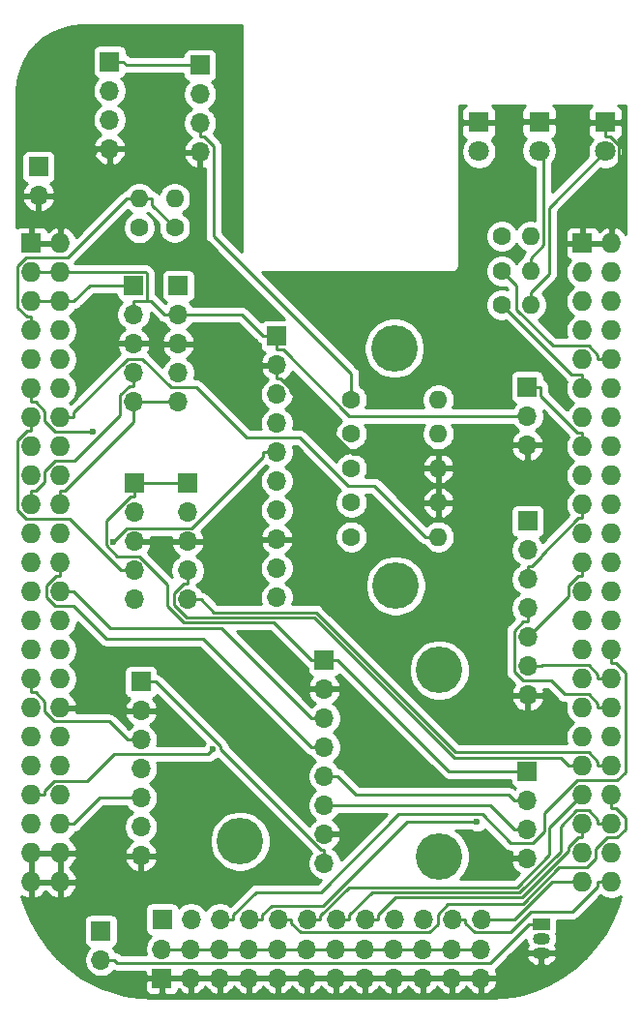
<source format=gbl>
G04 #@! TF.GenerationSoftware,KiCad,Pcbnew,(5.1.12)-1*
G04 #@! TF.CreationDate,2022-05-09T10:01:21-03:00*
G04 #@! TF.ProjectId,BBBMINI_PCB_V2,4242424d-494e-4495-9f50-43425f56322e,rev?*
G04 #@! TF.SameCoordinates,Original*
G04 #@! TF.FileFunction,Copper,L2,Bot*
G04 #@! TF.FilePolarity,Positive*
%FSLAX46Y46*%
G04 Gerber Fmt 4.6, Leading zero omitted, Abs format (unit mm)*
G04 Created by KiCad (PCBNEW (5.1.12)-1) date 2022-05-09 10:01:21*
%MOMM*%
%LPD*%
G01*
G04 APERTURE LIST*
G04 #@! TA.AperFunction,ComponentPad*
%ADD10C,1.800000*%
G04 #@! TD*
G04 #@! TA.AperFunction,ComponentPad*
%ADD11R,1.800000X1.800000*%
G04 #@! TD*
G04 #@! TA.AperFunction,ComponentPad*
%ADD12O,1.600000X1.600000*%
G04 #@! TD*
G04 #@! TA.AperFunction,ComponentPad*
%ADD13C,1.600000*%
G04 #@! TD*
G04 #@! TA.AperFunction,ComponentPad*
%ADD14C,4.064000*%
G04 #@! TD*
G04 #@! TA.AperFunction,ComponentPad*
%ADD15O,1.700000X1.700000*%
G04 #@! TD*
G04 #@! TA.AperFunction,ComponentPad*
%ADD16R,1.700000X1.700000*%
G04 #@! TD*
G04 #@! TA.AperFunction,ComponentPad*
%ADD17R,1.500000X1.050000*%
G04 #@! TD*
G04 #@! TA.AperFunction,ComponentPad*
%ADD18O,1.500000X1.050000*%
G04 #@! TD*
G04 #@! TA.AperFunction,ComponentPad*
%ADD19R,1.727200X1.727200*%
G04 #@! TD*
G04 #@! TA.AperFunction,ComponentPad*
%ADD20O,1.727200X1.727200*%
G04 #@! TD*
G04 #@! TA.AperFunction,ViaPad*
%ADD21C,0.600000*%
G04 #@! TD*
G04 #@! TA.AperFunction,Conductor*
%ADD22C,0.250000*%
G04 #@! TD*
G04 #@! TA.AperFunction,Conductor*
%ADD23C,0.254000*%
G04 #@! TD*
G04 #@! TA.AperFunction,Conductor*
%ADD24C,0.100000*%
G04 #@! TD*
G04 APERTURE END LIST*
D10*
X166620000Y-54352400D03*
D11*
X166620000Y-51812400D03*
D10*
X160840000Y-54282400D03*
D11*
X160840000Y-51742400D03*
D10*
X155570000Y-54352400D03*
D11*
X155570000Y-51812400D03*
D12*
X160120000Y-67762400D03*
D13*
X157580000Y-67762400D03*
D12*
X160120000Y-64812400D03*
D13*
X157580000Y-64812400D03*
D12*
X160120000Y-61772400D03*
D13*
X157580000Y-61772400D03*
D14*
X134660000Y-114682000D03*
X152110000Y-116012000D03*
X152100000Y-99722400D03*
X148170000Y-71562400D03*
X148280000Y-92342400D03*
D15*
X123230000Y-54112400D03*
X123230000Y-51572400D03*
X123230000Y-49032400D03*
D16*
X123230000Y-46492400D03*
D15*
X159840000Y-101932400D03*
X159840000Y-99392400D03*
X159840000Y-96852400D03*
X159840000Y-94312400D03*
X159840000Y-91772400D03*
X159840000Y-89232400D03*
D16*
X159840000Y-86692400D03*
D12*
X125830000Y-58482400D03*
D13*
X125830000Y-61022400D03*
D12*
X128920000Y-58462400D03*
D13*
X128920000Y-61002400D03*
D15*
X122480000Y-125072000D03*
D16*
X122480000Y-122532000D03*
D17*
X161040000Y-121922000D03*
D18*
X161040000Y-124462000D03*
X161040000Y-123192000D03*
D12*
X152020000Y-88062400D03*
D13*
X144400000Y-88062400D03*
D15*
X159790000Y-80032400D03*
X159790000Y-77492400D03*
D16*
X159790000Y-74952400D03*
D12*
X152020000Y-85062400D03*
D13*
X144400000Y-85062400D03*
D12*
X152020000Y-82072400D03*
D13*
X144400000Y-82072400D03*
D12*
X152020000Y-79062400D03*
D13*
X144400000Y-79062400D03*
D12*
X152020000Y-76062400D03*
D13*
X144400000Y-76062400D03*
D15*
X159810000Y-116182000D03*
X159810000Y-113642000D03*
X159810000Y-111102000D03*
D16*
X159810000Y-108562000D03*
D15*
X142030000Y-116612400D03*
X142030000Y-114072400D03*
X142030000Y-111532400D03*
X142030000Y-108992400D03*
X142030000Y-106452400D03*
X142030000Y-103912400D03*
X142030000Y-101372400D03*
D16*
X142030000Y-98832400D03*
D15*
X131150000Y-54422400D03*
X131150000Y-51882400D03*
X131150000Y-49342400D03*
D16*
X131150000Y-46802400D03*
D15*
X137860000Y-93362400D03*
X137860000Y-90822400D03*
X137860000Y-88282400D03*
X137860000Y-85742400D03*
X137860000Y-83202400D03*
X137860000Y-80662400D03*
X137860000Y-78122400D03*
X137860000Y-75582400D03*
X137860000Y-73042400D03*
D16*
X137860000Y-70502400D03*
D15*
X125980000Y-115982000D03*
X125980000Y-113442000D03*
X125980000Y-110902000D03*
X125980000Y-108362000D03*
X125980000Y-105822000D03*
X125980000Y-103282000D03*
D16*
X125980000Y-100742000D03*
D15*
X130060000Y-93552400D03*
X130060000Y-91012400D03*
X130060000Y-88472400D03*
X130060000Y-85932400D03*
D16*
X130060000Y-83392400D03*
D15*
X125410000Y-93552400D03*
X125410000Y-91012400D03*
X125410000Y-88472400D03*
X125410000Y-85932400D03*
D16*
X125410000Y-83392400D03*
D15*
X129230000Y-76252400D03*
X129230000Y-73712400D03*
X129230000Y-71172400D03*
X129230000Y-68632400D03*
D16*
X129230000Y-66092400D03*
D15*
X125320000Y-76222400D03*
X125320000Y-73682400D03*
X125320000Y-71142400D03*
X125320000Y-68602400D03*
D16*
X125320000Y-66062400D03*
D15*
X117010000Y-58232400D03*
D16*
X117010000Y-55692400D03*
D15*
X155750000Y-124122000D03*
X155750000Y-126662000D03*
X153210000Y-124122000D03*
X153210000Y-126662000D03*
X150670000Y-124122000D03*
X150670000Y-126662000D03*
X148130000Y-124122000D03*
X148130000Y-126662000D03*
X145590000Y-124122000D03*
X145590000Y-126662000D03*
X143050000Y-124122000D03*
X143050000Y-126662000D03*
X140510000Y-124122000D03*
X140510000Y-126662000D03*
X137970000Y-124122000D03*
X137970000Y-126662000D03*
X135430000Y-124122000D03*
X135430000Y-126662000D03*
X132890000Y-124122000D03*
X132890000Y-126662000D03*
X130350000Y-124122000D03*
X130350000Y-126662000D03*
X127810000Y-124122000D03*
D16*
X127810000Y-126662000D03*
D15*
X155760000Y-121502000D03*
X153220000Y-121502000D03*
X150680000Y-121502000D03*
X148140000Y-121502000D03*
X145600000Y-121502000D03*
X143060000Y-121502000D03*
X140520000Y-121502000D03*
X137980000Y-121502000D03*
X135440000Y-121502000D03*
X132900000Y-121502000D03*
X130360000Y-121502000D03*
D16*
X127820000Y-121502000D03*
D19*
X164630000Y-62382400D03*
D20*
X167170000Y-62382400D03*
X164630000Y-64922400D03*
X167170000Y-64922400D03*
X164630000Y-67462400D03*
X167170000Y-67462400D03*
X164630000Y-70002400D03*
X167170000Y-70002400D03*
X164630000Y-72542400D03*
X167170000Y-72542400D03*
X164630000Y-75082400D03*
X167170000Y-75082400D03*
X164630000Y-77622400D03*
X167170000Y-77622400D03*
X164630000Y-80162400D03*
X167170000Y-80162400D03*
X164630000Y-82702400D03*
X167170000Y-82702400D03*
X164630000Y-85242400D03*
X167170000Y-85242400D03*
X164630000Y-87782400D03*
X167170000Y-87782400D03*
X164630000Y-90322400D03*
X167170000Y-90322400D03*
X164630000Y-92862400D03*
X167170000Y-92862400D03*
X164630000Y-95402400D03*
X167170000Y-95402400D03*
X164630000Y-97942400D03*
X167170000Y-97942400D03*
X164630000Y-100482400D03*
X167170000Y-100482400D03*
X164630000Y-103022400D03*
X167170000Y-103022400D03*
X164630000Y-105562400D03*
X167170000Y-105562400D03*
X164630000Y-108102400D03*
X167170000Y-108102400D03*
X164630000Y-110642400D03*
X167170000Y-110642400D03*
X164630000Y-113182400D03*
X167170000Y-113182400D03*
X164630000Y-115722400D03*
X167170000Y-115722400D03*
X164630000Y-118262400D03*
X167170000Y-118262400D03*
D19*
X116370000Y-62382400D03*
D20*
X118910000Y-62382400D03*
X116370000Y-64922400D03*
X118910000Y-64922400D03*
X116370000Y-67462400D03*
X118910000Y-67462400D03*
X116370000Y-70002400D03*
X118910000Y-70002400D03*
X116370000Y-72542400D03*
X118910000Y-72542400D03*
X116370000Y-75082400D03*
X118910000Y-75082400D03*
X116370000Y-77622400D03*
X118910000Y-77622400D03*
X116370000Y-80162400D03*
X118910000Y-80162400D03*
X116370000Y-82702400D03*
X118910000Y-82702400D03*
X116370000Y-85242400D03*
X118910000Y-85242400D03*
X116370000Y-87782400D03*
X118910000Y-87782400D03*
X116370000Y-90322400D03*
X118910000Y-90322400D03*
X116370000Y-92862400D03*
X118910000Y-92862400D03*
X116370000Y-95402400D03*
X118910000Y-95402400D03*
X116370000Y-97942400D03*
X118910000Y-97942400D03*
X116370000Y-100482400D03*
X118910000Y-100482400D03*
X116370000Y-103022400D03*
X118910000Y-103022400D03*
X116370000Y-105562400D03*
X118910000Y-105562400D03*
X116370000Y-108102400D03*
X118910000Y-108102400D03*
X116370000Y-110642400D03*
X118910000Y-110642400D03*
X116370000Y-113182400D03*
X118910000Y-113182400D03*
X116370000Y-115722400D03*
X118910000Y-115722400D03*
X116370000Y-118262400D03*
X118910000Y-118262400D03*
D21*
X155416300Y-112980500D03*
X121778000Y-78903400D03*
X123564600Y-88494300D03*
X132298100Y-106654200D03*
D22*
X142030000Y-115437100D02*
X141725900Y-115437100D01*
X141725900Y-115437100D02*
X132923400Y-106634600D01*
X132923400Y-106634600D02*
X132923400Y-106395100D01*
X132923400Y-106395100D02*
X127270300Y-100742000D01*
X127270300Y-100742000D02*
X127155300Y-100742000D01*
X142030000Y-116612400D02*
X142030000Y-115437100D01*
X125980000Y-100742000D02*
X127155300Y-100742000D01*
X129230000Y-68632400D02*
X128054700Y-68632400D01*
X126495300Y-67427100D02*
X126849400Y-67427100D01*
X126849400Y-67427100D02*
X128054700Y-68632400D01*
X126495300Y-67427100D02*
X126495300Y-65019700D01*
X126495300Y-65019700D02*
X126362600Y-64887000D01*
X126362600Y-64887000D02*
X120134300Y-64887000D01*
X120134300Y-64887000D02*
X120098900Y-64922400D01*
X125320000Y-67427100D02*
X126495300Y-67427100D01*
X137860000Y-70502400D02*
X136684700Y-70502400D01*
X129230000Y-68632400D02*
X134814700Y-68632400D01*
X134814700Y-68632400D02*
X136684700Y-70502400D01*
X137860000Y-70502400D02*
X137860000Y-71677700D01*
X159790000Y-77492400D02*
X144231100Y-77492400D01*
X144231100Y-77492400D02*
X138416400Y-71677700D01*
X138416400Y-71677700D02*
X137860000Y-71677700D01*
X118910000Y-64922400D02*
X120098900Y-64922400D01*
X118910000Y-64922400D02*
X116370000Y-64922400D01*
X125320000Y-68602400D02*
X125320000Y-67427100D01*
X125410000Y-84567700D02*
X125042700Y-84567700D01*
X125042700Y-84567700D02*
X122917000Y-86693400D01*
X122917000Y-86693400D02*
X122917000Y-88792300D01*
X122917000Y-88792300D02*
X123884800Y-89760100D01*
X123884800Y-89760100D02*
X125821100Y-89760100D01*
X125821100Y-89760100D02*
X128280700Y-92219700D01*
X128280700Y-92219700D02*
X128280700Y-94148300D01*
X128280700Y-94148300D02*
X129698100Y-95565700D01*
X129698100Y-95565700D02*
X137588000Y-95565700D01*
X137588000Y-95565700D02*
X140854700Y-98832400D01*
X142030000Y-98832400D02*
X140854700Y-98832400D01*
X125410000Y-83392400D02*
X125410000Y-84567700D01*
X130060000Y-83392400D02*
X125410000Y-83392400D01*
X123230000Y-46492400D02*
X124405300Y-46492400D01*
X131150000Y-46802400D02*
X124715300Y-46802400D01*
X124715300Y-46802400D02*
X124405300Y-46492400D01*
X142030000Y-98832400D02*
X143205300Y-98832400D01*
X143205300Y-98832400D02*
X152934900Y-108562000D01*
X152934900Y-108562000D02*
X159810000Y-108562000D01*
X118910000Y-67462400D02*
X120098900Y-67462400D01*
X120098900Y-67462400D02*
X121498900Y-66062400D01*
X121498900Y-66062400D02*
X125320000Y-66062400D01*
X116370000Y-67462400D02*
X118910000Y-67462400D01*
X125830000Y-58482400D02*
X124704700Y-58482400D01*
X116370000Y-70002400D02*
X116370000Y-68813500D01*
X116370000Y-68813500D02*
X115998500Y-68813500D01*
X115998500Y-68813500D02*
X115181000Y-67996000D01*
X115181000Y-67996000D02*
X115181000Y-64404000D01*
X115181000Y-64404000D02*
X115932600Y-63652400D01*
X115932600Y-63652400D02*
X119534700Y-63652400D01*
X119534700Y-63652400D02*
X124704700Y-58482400D01*
X125830000Y-58482400D02*
X126955300Y-58482400D01*
X126955300Y-58482400D02*
X126955300Y-59037700D01*
X126955300Y-59037700D02*
X128920000Y-61002400D01*
X166620000Y-51812400D02*
X166620000Y-53037700D01*
X167170000Y-62382400D02*
X167170000Y-61193500D01*
X167170000Y-61193500D02*
X167845300Y-60518200D01*
X167845300Y-60518200D02*
X167845300Y-53803400D01*
X167845300Y-53803400D02*
X167079600Y-53037700D01*
X167079600Y-53037700D02*
X166620000Y-53037700D01*
X123230000Y-54112400D02*
X124405300Y-54112400D01*
X131150000Y-54422400D02*
X124715300Y-54422400D01*
X124715300Y-54422400D02*
X124405300Y-54112400D01*
X118910000Y-118262400D02*
X117558900Y-118262400D01*
X116370000Y-118262400D02*
X117558900Y-118262400D01*
X118910000Y-118262400D02*
X118910000Y-116911300D01*
X125980000Y-103282000D02*
X124804700Y-103282000D01*
X118910000Y-103022400D02*
X124545100Y-103022400D01*
X124545100Y-103022400D02*
X124804700Y-103282000D01*
X118910000Y-115722400D02*
X118910000Y-116911300D01*
X155570000Y-51812400D02*
X156795300Y-51812400D01*
X160840000Y-51742400D02*
X156865300Y-51742400D01*
X156865300Y-51742400D02*
X156795300Y-51812400D01*
X165394700Y-51812400D02*
X165324700Y-51742400D01*
X165324700Y-51742400D02*
X160840000Y-51742400D01*
X137860000Y-88282400D02*
X136684700Y-88282400D01*
X130060000Y-88472400D02*
X136494700Y-88472400D01*
X136494700Y-88472400D02*
X136684700Y-88282400D01*
X125410000Y-88472400D02*
X130060000Y-88472400D01*
X125320000Y-71142400D02*
X126495300Y-71142400D01*
X129230000Y-71172400D02*
X126525300Y-71172400D01*
X126525300Y-71172400D02*
X126495300Y-71142400D01*
X136684700Y-73042400D02*
X134814700Y-71172400D01*
X134814700Y-71172400D02*
X129230000Y-71172400D01*
X118910000Y-115722400D02*
X120098900Y-115722400D01*
X120098900Y-115722400D02*
X120358500Y-115982000D01*
X120358500Y-115982000D02*
X125980000Y-115982000D01*
X166620000Y-51812400D02*
X165394700Y-51812400D01*
X152020000Y-80840000D02*
X144559300Y-80840000D01*
X144559300Y-80840000D02*
X139035300Y-75316000D01*
X139035300Y-75316000D02*
X139035300Y-75041300D01*
X139035300Y-75041300D02*
X138211700Y-74217700D01*
X138211700Y-74217700D02*
X137860000Y-74217700D01*
X158614700Y-80032400D02*
X157807100Y-80840000D01*
X157807100Y-80840000D02*
X152020000Y-80840000D01*
X152020000Y-80947100D02*
X152020000Y-80840000D01*
X152020000Y-82072400D02*
X152020000Y-80947100D01*
X137860000Y-73042400D02*
X137860000Y-74217700D01*
X159790000Y-80032400D02*
X158614700Y-80032400D01*
X137860000Y-73042400D02*
X136684700Y-73042400D01*
X123230000Y-54112400D02*
X122054700Y-54112400D01*
X117010000Y-58232400D02*
X118185300Y-58232400D01*
X118185300Y-58232400D02*
X122054700Y-54363000D01*
X122054700Y-54363000D02*
X122054700Y-54112400D01*
X161040000Y-124462000D02*
X161040000Y-125312300D01*
X155750000Y-126662000D02*
X159690300Y-126662000D01*
X159690300Y-126662000D02*
X161040000Y-125312300D01*
X153210000Y-126662000D02*
X155750000Y-126662000D01*
X150670000Y-126662000D02*
X153210000Y-126662000D01*
X148130000Y-126662000D02*
X150670000Y-126662000D01*
X145590000Y-126662000D02*
X148130000Y-126662000D01*
X143050000Y-126662000D02*
X145590000Y-126662000D01*
X140510000Y-126662000D02*
X143050000Y-126662000D01*
X135430000Y-126662000D02*
X137970000Y-126662000D01*
X132890000Y-126662000D02*
X135430000Y-126662000D01*
X130350000Y-126662000D02*
X132890000Y-126662000D01*
X156935300Y-121502000D02*
X158709400Y-121502000D01*
X158709400Y-121502000D02*
X161949000Y-118262400D01*
X161949000Y-118262400D02*
X163441100Y-118262400D01*
X164630000Y-118262400D02*
X163441100Y-118262400D01*
X155760000Y-121502000D02*
X156935300Y-121502000D01*
X153220000Y-121502000D02*
X154395300Y-121502000D01*
X167170000Y-118262400D02*
X165981100Y-118262400D01*
X165981100Y-118262400D02*
X165981100Y-118633900D01*
X165981100Y-118633900D02*
X163772100Y-120842900D01*
X163772100Y-120842900D02*
X160135000Y-120842900D01*
X160135000Y-120842900D02*
X158300600Y-122677300D01*
X158300600Y-122677300D02*
X155203200Y-122677300D01*
X155203200Y-122677300D02*
X154395300Y-121869400D01*
X154395300Y-121869400D02*
X154395300Y-121502000D01*
X146775300Y-121502000D02*
X146775300Y-121134700D01*
X146775300Y-121134700D02*
X148286500Y-119623500D01*
X148286500Y-119623500D02*
X159314100Y-119623500D01*
X159314100Y-119623500D02*
X163441100Y-115496500D01*
X163441100Y-115496500D02*
X163441100Y-115215100D01*
X163441100Y-115215100D02*
X164284900Y-114371300D01*
X164284900Y-114371300D02*
X164630000Y-114371300D01*
X145600000Y-121502000D02*
X146775300Y-121502000D01*
X164630000Y-113182400D02*
X164630000Y-114371300D01*
X144235300Y-121502000D02*
X144235300Y-121134700D01*
X144235300Y-121134700D02*
X146196800Y-119173200D01*
X146196800Y-119173200D02*
X159127500Y-119173200D01*
X159127500Y-119173200D02*
X162702200Y-115598500D01*
X162702200Y-115598500D02*
X162702200Y-113411400D01*
X162702200Y-113411400D02*
X164120100Y-111993500D01*
X164120100Y-111993500D02*
X165163800Y-111993500D01*
X165163800Y-111993500D02*
X165981100Y-112810800D01*
X165981100Y-112810800D02*
X165981100Y-113182400D01*
X167170000Y-113182400D02*
X165981100Y-113182400D01*
X143060000Y-121502000D02*
X144235300Y-121502000D01*
X140520000Y-121502000D02*
X141695300Y-121502000D01*
X164630000Y-110642400D02*
X161760600Y-113511800D01*
X161760600Y-113511800D02*
X161760600Y-115903200D01*
X161760600Y-115903200D02*
X158941000Y-118722800D01*
X158941000Y-118722800D02*
X144176900Y-118722800D01*
X144176900Y-118722800D02*
X141695300Y-121204400D01*
X141695300Y-121204400D02*
X141695300Y-121502000D01*
X137980000Y-121502000D02*
X139155300Y-121502000D01*
X167170000Y-110642400D02*
X167170000Y-111831300D01*
X167170000Y-111831300D02*
X167541500Y-111831300D01*
X167541500Y-111831300D02*
X168393800Y-112683600D01*
X168393800Y-112683600D02*
X168393800Y-113669400D01*
X168393800Y-113669400D02*
X167691900Y-114371300D01*
X167691900Y-114371300D02*
X166780700Y-114371300D01*
X166780700Y-114371300D02*
X165819000Y-115333000D01*
X165819000Y-115333000D02*
X165819000Y-116236700D01*
X165819000Y-116236700D02*
X165063300Y-116992400D01*
X165063300Y-116992400D02*
X162582100Y-116992400D01*
X162582100Y-116992400D02*
X159406000Y-120168500D01*
X159406000Y-120168500D02*
X152876400Y-120168500D01*
X152876400Y-120168500D02*
X151950000Y-121094900D01*
X151950000Y-121094900D02*
X151950000Y-121985100D01*
X151950000Y-121985100D02*
X151257800Y-122677300D01*
X151257800Y-122677300D02*
X139963200Y-122677300D01*
X139963200Y-122677300D02*
X139155300Y-121869400D01*
X139155300Y-121869400D02*
X139155300Y-121502000D01*
X136615300Y-121502000D02*
X136615300Y-121134600D01*
X136615300Y-121134600D02*
X137423200Y-120326700D01*
X137423200Y-120326700D02*
X141936100Y-120326700D01*
X141936100Y-120326700D02*
X149282300Y-112980500D01*
X149282300Y-112980500D02*
X155416300Y-112980500D01*
X135440000Y-121502000D02*
X136615300Y-121502000D01*
X132900000Y-121502000D02*
X134075300Y-121502000D01*
X167170000Y-97942400D02*
X167170000Y-99131300D01*
X167170000Y-99131300D02*
X167541500Y-99131300D01*
X167541500Y-99131300D02*
X168391300Y-99981100D01*
X168391300Y-99981100D02*
X168391300Y-108663700D01*
X168391300Y-108663700D02*
X167682600Y-109372400D01*
X167682600Y-109372400D02*
X164199200Y-109372400D01*
X164199200Y-109372400D02*
X161307100Y-112264500D01*
X161307100Y-112264500D02*
X161307100Y-113817800D01*
X161307100Y-113817800D02*
X160266900Y-114858000D01*
X160266900Y-114858000D02*
X158351200Y-114858000D01*
X158351200Y-114858000D02*
X155840800Y-112347600D01*
X155840800Y-112347600D02*
X148515400Y-112347600D01*
X148515400Y-112347600D02*
X141732800Y-119130200D01*
X141732800Y-119130200D02*
X136079800Y-119130200D01*
X136079800Y-119130200D02*
X134075300Y-121134700D01*
X134075300Y-121134700D02*
X134075300Y-121502000D01*
X130060000Y-91012400D02*
X130060000Y-92187700D01*
X164630000Y-108102400D02*
X163441100Y-108102400D01*
X163441100Y-108102400D02*
X162725400Y-107386700D01*
X162725400Y-107386700D02*
X153387800Y-107386700D01*
X153387800Y-107386700D02*
X141116400Y-95115300D01*
X141116400Y-95115300D02*
X129956800Y-95115300D01*
X129956800Y-95115300D02*
X128884700Y-94043200D01*
X128884700Y-94043200D02*
X128884700Y-92995600D01*
X128884700Y-92995600D02*
X129692600Y-92187700D01*
X129692600Y-92187700D02*
X130060000Y-92187700D01*
X165981100Y-108102400D02*
X165981100Y-107730800D01*
X165981100Y-107730800D02*
X165163800Y-106913500D01*
X165163800Y-106913500D02*
X153551500Y-106913500D01*
X153551500Y-106913500D02*
X141302900Y-94664900D01*
X141302900Y-94664900D02*
X132347800Y-94664900D01*
X132347800Y-94664900D02*
X131235300Y-93552400D01*
X130060000Y-93552400D02*
X131235300Y-93552400D01*
X167170000Y-108102400D02*
X165981100Y-108102400D01*
X153210000Y-124122000D02*
X155750000Y-124122000D01*
X150670000Y-124122000D02*
X153210000Y-124122000D01*
X148130000Y-124122000D02*
X150670000Y-124122000D01*
X145590000Y-124122000D02*
X148130000Y-124122000D01*
X143050000Y-124122000D02*
X145590000Y-124122000D01*
X140510000Y-124122000D02*
X143050000Y-124122000D01*
X137970000Y-124122000D02*
X140510000Y-124122000D01*
X135430000Y-124122000D02*
X137970000Y-124122000D01*
X132890000Y-124122000D02*
X135430000Y-124122000D01*
X130350000Y-124122000D02*
X132890000Y-124122000D01*
X127810000Y-124122000D02*
X130350000Y-124122000D01*
X125320000Y-76252400D02*
X125320000Y-78015000D01*
X125320000Y-78015000D02*
X119281500Y-84053500D01*
X119281500Y-84053500D02*
X118910000Y-84053500D01*
X125320000Y-76222400D02*
X125320000Y-76252400D01*
X125320000Y-76252400D02*
X128054700Y-76252400D01*
X129230000Y-76252400D02*
X128054700Y-76252400D01*
X118910000Y-85242400D02*
X118910000Y-84053500D01*
X116370000Y-84053500D02*
X116741600Y-84053500D01*
X116741600Y-84053500D02*
X117558900Y-83236200D01*
X117558900Y-83236200D02*
X117558900Y-82350200D01*
X117558900Y-82350200D02*
X118476700Y-81432400D01*
X118476700Y-81432400D02*
X120133400Y-81432400D01*
X120133400Y-81432400D02*
X124144700Y-77421100D01*
X124144700Y-77421100D02*
X124144700Y-75665600D01*
X124144700Y-75665600D02*
X124952600Y-74857700D01*
X124952600Y-74857700D02*
X125320000Y-74857700D01*
X125320000Y-73682400D02*
X125320000Y-74857700D01*
X116370000Y-85242400D02*
X116370000Y-84053500D01*
X116370000Y-75082400D02*
X116370000Y-76271300D01*
X116370000Y-76271300D02*
X116741600Y-76271300D01*
X116741600Y-76271300D02*
X117558900Y-77088600D01*
X117558900Y-77088600D02*
X117558900Y-77974600D01*
X117558900Y-77974600D02*
X118487700Y-78903400D01*
X118487700Y-78903400D02*
X121778000Y-78903400D01*
X125410000Y-91012400D02*
X124234700Y-91012400D01*
X116370000Y-77622400D02*
X116370000Y-78811300D01*
X116370000Y-78811300D02*
X115998500Y-78811300D01*
X115998500Y-78811300D02*
X115148600Y-79661200D01*
X115148600Y-79661200D02*
X115148600Y-85723000D01*
X115148600Y-85723000D02*
X115938000Y-86512400D01*
X115938000Y-86512400D02*
X119734700Y-86512400D01*
X119734700Y-86512400D02*
X124234700Y-91012400D01*
X118910000Y-91511300D02*
X118538500Y-91511300D01*
X118538500Y-91511300D02*
X117721000Y-92328800D01*
X117721000Y-92328800D02*
X117721000Y-93376700D01*
X117721000Y-93376700D02*
X118476700Y-94132400D01*
X118476700Y-94132400D02*
X120098900Y-94132400D01*
X120098900Y-94132400D02*
X122952100Y-96985600D01*
X122952100Y-96985600D02*
X131387900Y-96985600D01*
X131387900Y-96985600D02*
X140854700Y-106452400D01*
X142030000Y-106452400D02*
X140854700Y-106452400D01*
X118910000Y-90322400D02*
X118910000Y-91511300D01*
X120098900Y-92862400D02*
X123321500Y-96085000D01*
X123321500Y-96085000D02*
X133027300Y-96085000D01*
X133027300Y-96085000D02*
X140854700Y-103912400D01*
X142030000Y-103912400D02*
X140854700Y-103912400D01*
X118910000Y-92862400D02*
X120098900Y-92862400D01*
X137860000Y-80662400D02*
X136684700Y-80662400D01*
X123564600Y-88494300D02*
X124761900Y-87297000D01*
X124761900Y-87297000D02*
X130417400Y-87297000D01*
X130417400Y-87297000D02*
X136684700Y-81029700D01*
X136684700Y-81029700D02*
X136684700Y-80662400D01*
X116370000Y-100482400D02*
X116370000Y-101671300D01*
X125980000Y-105822000D02*
X124804700Y-105822000D01*
X124804700Y-105822000D02*
X123194100Y-104211400D01*
X123194100Y-104211400D02*
X118395700Y-104211400D01*
X118395700Y-104211400D02*
X117558900Y-103374600D01*
X117558900Y-103374600D02*
X117558900Y-102488600D01*
X117558900Y-102488600D02*
X116741600Y-101671300D01*
X116741600Y-101671300D02*
X116370000Y-101671300D01*
X116370000Y-110642400D02*
X117558900Y-110642400D01*
X117558900Y-110642400D02*
X117558900Y-110270800D01*
X117558900Y-110270800D02*
X118376200Y-109453500D01*
X118376200Y-109453500D02*
X121243100Y-109453500D01*
X121243100Y-109453500D02*
X123604600Y-107092000D01*
X123604600Y-107092000D02*
X131860300Y-107092000D01*
X131860300Y-107092000D02*
X132298100Y-106654200D01*
X118910000Y-113182400D02*
X120098900Y-113182400D01*
X120098900Y-113182400D02*
X122379300Y-110902000D01*
X122379300Y-110902000D02*
X125980000Y-110902000D01*
X159790000Y-74952400D02*
X160965300Y-74952400D01*
X164630000Y-80162400D02*
X164630000Y-78973500D01*
X164630000Y-78973500D02*
X164220600Y-78973500D01*
X164220600Y-78973500D02*
X160965300Y-75718200D01*
X160965300Y-75718200D02*
X160965300Y-74952400D01*
X143205300Y-111532400D02*
X156525100Y-111532400D01*
X156525100Y-111532400D02*
X158634700Y-113642000D01*
X159810000Y-113642000D02*
X158634700Y-113642000D01*
X142030000Y-111532400D02*
X143205300Y-111532400D01*
X142030000Y-108992400D02*
X143205300Y-108992400D01*
X159810000Y-111102000D02*
X158634700Y-111102000D01*
X143205300Y-108992400D02*
X144827900Y-110615000D01*
X144827900Y-110615000D02*
X158147700Y-110615000D01*
X158147700Y-110615000D02*
X158634700Y-111102000D01*
X131150000Y-51882400D02*
X131150000Y-53057700D01*
X131150000Y-53057700D02*
X131517400Y-53057700D01*
X131517400Y-53057700D02*
X132325300Y-53865600D01*
X132325300Y-53865600D02*
X132325300Y-61725200D01*
X132325300Y-61725200D02*
X144400000Y-73799900D01*
X144400000Y-73799900D02*
X144400000Y-76062400D01*
X152020000Y-88062400D02*
X150894700Y-88062400D01*
X118910000Y-77622400D02*
X120098900Y-77622400D01*
X120098900Y-77622400D02*
X120098900Y-77176600D01*
X120098900Y-77176600D02*
X124776800Y-72498700D01*
X124776800Y-72498700D02*
X126116100Y-72498700D01*
X126116100Y-72498700D02*
X128599800Y-74982400D01*
X128599800Y-74982400D02*
X130853200Y-74982400D01*
X130853200Y-74982400D02*
X135263200Y-79392400D01*
X135263200Y-79392400D02*
X139919800Y-79392400D01*
X139919800Y-79392400D02*
X144094800Y-83567400D01*
X144094800Y-83567400D02*
X146399700Y-83567400D01*
X146399700Y-83567400D02*
X150894700Y-88062400D01*
X122480000Y-125072000D02*
X123655300Y-125072000D01*
X161040000Y-121922000D02*
X159964700Y-121922000D01*
X159964700Y-121922000D02*
X156555600Y-125331100D01*
X156555600Y-125331100D02*
X123914400Y-125331100D01*
X123914400Y-125331100D02*
X123655300Y-125072000D01*
X167170000Y-72542400D02*
X165981100Y-72542400D01*
X165981100Y-72542400D02*
X165981100Y-72170800D01*
X165981100Y-72170800D02*
X165163800Y-71353500D01*
X165163800Y-71353500D02*
X162036400Y-71353500D01*
X162036400Y-71353500D02*
X158850000Y-68167100D01*
X158850000Y-68167100D02*
X158850000Y-66082400D01*
X158850000Y-66082400D02*
X157580000Y-64812400D01*
X164630000Y-75082400D02*
X164630000Y-73893500D01*
X164630000Y-73893500D02*
X163711100Y-73893500D01*
X163711100Y-73893500D02*
X157580000Y-67762400D01*
X159840000Y-91772400D02*
X159840000Y-90597100D01*
X164630000Y-85242400D02*
X164630000Y-86431300D01*
X164630000Y-86431300D02*
X164258400Y-86431300D01*
X164258400Y-86431300D02*
X161015300Y-89674400D01*
X161015300Y-89674400D02*
X161015300Y-89789900D01*
X161015300Y-89789900D02*
X160208100Y-90597100D01*
X160208100Y-90597100D02*
X159840000Y-90597100D01*
X164630000Y-90322400D02*
X164630000Y-91511300D01*
X164630000Y-91511300D02*
X164258400Y-91511300D01*
X164258400Y-91511300D02*
X163441100Y-92328600D01*
X163441100Y-92328600D02*
X163441100Y-93251300D01*
X163441100Y-93251300D02*
X159840000Y-96852400D01*
X167170000Y-100482400D02*
X165981100Y-100482400D01*
X159840000Y-99392400D02*
X161015300Y-99392400D01*
X161015300Y-99392400D02*
X161114200Y-99293500D01*
X161114200Y-99293500D02*
X165163800Y-99293500D01*
X165163800Y-99293500D02*
X165981100Y-100110800D01*
X165981100Y-100110800D02*
X165981100Y-100482400D01*
X159840000Y-94312400D02*
X159840000Y-95487700D01*
X167170000Y-103022400D02*
X165981100Y-103022400D01*
X165981100Y-103022400D02*
X165981100Y-102650800D01*
X165981100Y-102650800D02*
X165163800Y-101833500D01*
X165163800Y-101833500D02*
X163039100Y-101833500D01*
X163039100Y-101833500D02*
X161868000Y-100662400D01*
X161868000Y-100662400D02*
X159443100Y-100662400D01*
X159443100Y-100662400D02*
X158664700Y-99884000D01*
X158664700Y-99884000D02*
X158664700Y-96295600D01*
X158664700Y-96295600D02*
X159472600Y-95487700D01*
X159472600Y-95487700D02*
X159840000Y-95487700D01*
X160120000Y-64812400D02*
X160120000Y-63687100D01*
X160120000Y-63687100D02*
X161245300Y-62561800D01*
X161245300Y-62561800D02*
X161245300Y-54687700D01*
X161245300Y-54687700D02*
X160840000Y-54282400D01*
X160120000Y-66637100D02*
X161695600Y-65061500D01*
X161695600Y-65061500D02*
X161695600Y-59276800D01*
X161695600Y-59276800D02*
X166620000Y-54352400D01*
X160120000Y-67762400D02*
X160120000Y-66637100D01*
D23*
X140878146Y-115664147D02*
X140876525Y-115665768D01*
X140714010Y-115908989D01*
X140602068Y-116179242D01*
X140545000Y-116466140D01*
X140545000Y-116758660D01*
X140602068Y-117045558D01*
X140714010Y-117315811D01*
X140876525Y-117559032D01*
X141083368Y-117765875D01*
X141326589Y-117928390D01*
X141596842Y-118040332D01*
X141722810Y-118065389D01*
X141417999Y-118370200D01*
X136117122Y-118370200D01*
X136079799Y-118366524D01*
X136042476Y-118370200D01*
X136042467Y-118370200D01*
X135930814Y-118381197D01*
X135807191Y-118418697D01*
X135787553Y-118424654D01*
X135655523Y-118495226D01*
X135583119Y-118554647D01*
X135539799Y-118590199D01*
X135516001Y-118619197D01*
X133810690Y-120324509D01*
X133603411Y-120186010D01*
X133333158Y-120074068D01*
X133046260Y-120017000D01*
X132753740Y-120017000D01*
X132466842Y-120074068D01*
X132196589Y-120186010D01*
X131953368Y-120348525D01*
X131746525Y-120555368D01*
X131630000Y-120729760D01*
X131513475Y-120555368D01*
X131306632Y-120348525D01*
X131063411Y-120186010D01*
X130793158Y-120074068D01*
X130506260Y-120017000D01*
X130213740Y-120017000D01*
X129926842Y-120074068D01*
X129656589Y-120186010D01*
X129413368Y-120348525D01*
X129281513Y-120480380D01*
X129259502Y-120407820D01*
X129200537Y-120297506D01*
X129121185Y-120200815D01*
X129024494Y-120121463D01*
X128914180Y-120062498D01*
X128794482Y-120026188D01*
X128670000Y-120013928D01*
X126970000Y-120013928D01*
X126845518Y-120026188D01*
X126725820Y-120062498D01*
X126615506Y-120121463D01*
X126518815Y-120200815D01*
X126439463Y-120297506D01*
X126380498Y-120407820D01*
X126344188Y-120527518D01*
X126331928Y-120652000D01*
X126331928Y-122352000D01*
X126344188Y-122476482D01*
X126380498Y-122596180D01*
X126439463Y-122706494D01*
X126518815Y-122803185D01*
X126615506Y-122882537D01*
X126725820Y-122941502D01*
X126845518Y-122977812D01*
X126853313Y-122978580D01*
X126656525Y-123175368D01*
X126494010Y-123418589D01*
X126382068Y-123688842D01*
X126325000Y-123975740D01*
X126325000Y-124268260D01*
X126382068Y-124555158D01*
X126388671Y-124571100D01*
X124229201Y-124571100D01*
X124219104Y-124561003D01*
X124195301Y-124531999D01*
X124079576Y-124437026D01*
X123947547Y-124366454D01*
X123804286Y-124322997D01*
X123762796Y-124318911D01*
X123633475Y-124125368D01*
X123501620Y-123993513D01*
X123574180Y-123971502D01*
X123684494Y-123912537D01*
X123781185Y-123833185D01*
X123860537Y-123736494D01*
X123919502Y-123626180D01*
X123955812Y-123506482D01*
X123968072Y-123382000D01*
X123968072Y-121682000D01*
X123955812Y-121557518D01*
X123919502Y-121437820D01*
X123860537Y-121327506D01*
X123781185Y-121230815D01*
X123684494Y-121151463D01*
X123574180Y-121092498D01*
X123454482Y-121056188D01*
X123330000Y-121043928D01*
X121630000Y-121043928D01*
X121505518Y-121056188D01*
X121385820Y-121092498D01*
X121275506Y-121151463D01*
X121178815Y-121230815D01*
X121099463Y-121327506D01*
X121040498Y-121437820D01*
X121004188Y-121557518D01*
X120991928Y-121682000D01*
X120991928Y-123382000D01*
X121004188Y-123506482D01*
X121040498Y-123626180D01*
X121099463Y-123736494D01*
X121178815Y-123833185D01*
X121275506Y-123912537D01*
X121385820Y-123971502D01*
X121458380Y-123993513D01*
X121326525Y-124125368D01*
X121164010Y-124368589D01*
X121052068Y-124638842D01*
X120995000Y-124925740D01*
X120995000Y-125218260D01*
X121052068Y-125505158D01*
X121164010Y-125775411D01*
X121326525Y-126018632D01*
X121533368Y-126225475D01*
X121776589Y-126387990D01*
X122046842Y-126499932D01*
X122333740Y-126557000D01*
X122626260Y-126557000D01*
X122913158Y-126499932D01*
X123183411Y-126387990D01*
X123426632Y-126225475D01*
X123617792Y-126034315D01*
X123622153Y-126036646D01*
X123765414Y-126080103D01*
X123877067Y-126091100D01*
X123877075Y-126091100D01*
X123914400Y-126094776D01*
X123951725Y-126091100D01*
X126323448Y-126091100D01*
X126325000Y-126376250D01*
X126483750Y-126535000D01*
X127683000Y-126535000D01*
X127683000Y-126515000D01*
X127937000Y-126515000D01*
X127937000Y-126535000D01*
X130223000Y-126535000D01*
X130223000Y-126515000D01*
X130477000Y-126515000D01*
X130477000Y-126535000D01*
X132763000Y-126535000D01*
X132763000Y-126515000D01*
X133017000Y-126515000D01*
X133017000Y-126535000D01*
X135303000Y-126535000D01*
X135303000Y-126515000D01*
X135557000Y-126515000D01*
X135557000Y-126535000D01*
X137843000Y-126535000D01*
X137843000Y-126515000D01*
X138097000Y-126515000D01*
X138097000Y-126535000D01*
X140383000Y-126535000D01*
X140383000Y-126515000D01*
X140637000Y-126515000D01*
X140637000Y-126535000D01*
X142923000Y-126535000D01*
X142923000Y-126515000D01*
X143177000Y-126515000D01*
X143177000Y-126535000D01*
X145463000Y-126535000D01*
X145463000Y-126515000D01*
X145717000Y-126515000D01*
X145717000Y-126535000D01*
X148003000Y-126535000D01*
X148003000Y-126515000D01*
X148257000Y-126515000D01*
X148257000Y-126535000D01*
X150543000Y-126535000D01*
X150543000Y-126515000D01*
X150797000Y-126515000D01*
X150797000Y-126535000D01*
X153083000Y-126535000D01*
X153083000Y-126515000D01*
X153337000Y-126515000D01*
X153337000Y-126535000D01*
X155623000Y-126535000D01*
X155623000Y-126515000D01*
X155877000Y-126515000D01*
X155877000Y-126535000D01*
X157070814Y-126535000D01*
X157191481Y-126305109D01*
X157094157Y-126030748D01*
X157030758Y-125924316D01*
X157095601Y-125871101D01*
X157119404Y-125842097D01*
X158193691Y-124767810D01*
X159696036Y-124767810D01*
X159704728Y-124829337D01*
X159797725Y-125038882D01*
X159929816Y-125226258D01*
X160095924Y-125384264D01*
X160289666Y-125506828D01*
X160503596Y-125589239D01*
X160729493Y-125628331D01*
X160913000Y-125468598D01*
X160913000Y-124589000D01*
X161167000Y-124589000D01*
X161167000Y-125468598D01*
X161350507Y-125628331D01*
X161576404Y-125589239D01*
X161790334Y-125506828D01*
X161984076Y-125384264D01*
X162150184Y-125226258D01*
X162282275Y-125038882D01*
X162375272Y-124829337D01*
X162383964Y-124767810D01*
X162258163Y-124589000D01*
X161167000Y-124589000D01*
X160913000Y-124589000D01*
X159821837Y-124589000D01*
X159696036Y-124767810D01*
X158193691Y-124767810D01*
X159660158Y-123301345D01*
X159671785Y-123419400D01*
X159738115Y-123638060D01*
X159838929Y-123826669D01*
X159797725Y-123885118D01*
X159704728Y-124094663D01*
X159696036Y-124156190D01*
X159821837Y-124335000D01*
X160586891Y-124335000D01*
X160587600Y-124335215D01*
X160758021Y-124352000D01*
X161321979Y-124352000D01*
X161492400Y-124335215D01*
X161493109Y-124335000D01*
X162258163Y-124335000D01*
X162383964Y-124156190D01*
X162375272Y-124094663D01*
X162282275Y-123885118D01*
X162241071Y-123826669D01*
X162341885Y-123638060D01*
X162408215Y-123419400D01*
X162430612Y-123192000D01*
X162408215Y-122964600D01*
X162344907Y-122755902D01*
X162379502Y-122691180D01*
X162415812Y-122571482D01*
X162428072Y-122447000D01*
X162428072Y-121602900D01*
X163734778Y-121602900D01*
X163772100Y-121606576D01*
X163809422Y-121602900D01*
X163809433Y-121602900D01*
X163921086Y-121591903D01*
X164064347Y-121548446D01*
X164196376Y-121477874D01*
X164312101Y-121382901D01*
X164335904Y-121353897D01*
X166243871Y-119445931D01*
X166460147Y-119590442D01*
X166732875Y-119703410D01*
X167022401Y-119761000D01*
X167317599Y-119761000D01*
X167607125Y-119703410D01*
X167879853Y-119590442D01*
X168000434Y-119509873D01*
X167766864Y-120324430D01*
X167253667Y-121569537D01*
X166604882Y-122749674D01*
X165828586Y-123850144D01*
X164934462Y-124857219D01*
X163933653Y-125758351D01*
X162838639Y-126542304D01*
X161663061Y-127199313D01*
X160421563Y-127721191D01*
X159129638Y-128101425D01*
X157803368Y-128335282D01*
X156442664Y-128420891D01*
X156374031Y-128421130D01*
X127182875Y-128421130D01*
X125820482Y-128344961D01*
X124492617Y-128120369D01*
X123198070Y-127749164D01*
X122622669Y-127512000D01*
X126321928Y-127512000D01*
X126334188Y-127636482D01*
X126370498Y-127756180D01*
X126429463Y-127866494D01*
X126508815Y-127963185D01*
X126605506Y-128042537D01*
X126715820Y-128101502D01*
X126835518Y-128137812D01*
X126960000Y-128150072D01*
X127524250Y-128147000D01*
X127683000Y-127988250D01*
X127683000Y-126789000D01*
X127937000Y-126789000D01*
X127937000Y-127988250D01*
X128095750Y-128147000D01*
X128660000Y-128150072D01*
X128784482Y-128137812D01*
X128904180Y-128101502D01*
X129014494Y-128042537D01*
X129111185Y-127963185D01*
X129190537Y-127866494D01*
X129249502Y-127756180D01*
X129273966Y-127675534D01*
X129349731Y-127759588D01*
X129583080Y-127933641D01*
X129845901Y-128058825D01*
X129993110Y-128103476D01*
X130223000Y-127982155D01*
X130223000Y-126789000D01*
X130477000Y-126789000D01*
X130477000Y-127982155D01*
X130706890Y-128103476D01*
X130854099Y-128058825D01*
X131116920Y-127933641D01*
X131350269Y-127759588D01*
X131545178Y-127543355D01*
X131620000Y-127417745D01*
X131694822Y-127543355D01*
X131889731Y-127759588D01*
X132123080Y-127933641D01*
X132385901Y-128058825D01*
X132533110Y-128103476D01*
X132763000Y-127982155D01*
X132763000Y-126789000D01*
X133017000Y-126789000D01*
X133017000Y-127982155D01*
X133246890Y-128103476D01*
X133394099Y-128058825D01*
X133656920Y-127933641D01*
X133890269Y-127759588D01*
X134085178Y-127543355D01*
X134160000Y-127417745D01*
X134234822Y-127543355D01*
X134429731Y-127759588D01*
X134663080Y-127933641D01*
X134925901Y-128058825D01*
X135073110Y-128103476D01*
X135303000Y-127982155D01*
X135303000Y-126789000D01*
X135557000Y-126789000D01*
X135557000Y-127982155D01*
X135786890Y-128103476D01*
X135934099Y-128058825D01*
X136196920Y-127933641D01*
X136430269Y-127759588D01*
X136625178Y-127543355D01*
X136700000Y-127417745D01*
X136774822Y-127543355D01*
X136969731Y-127759588D01*
X137203080Y-127933641D01*
X137465901Y-128058825D01*
X137613110Y-128103476D01*
X137843000Y-127982155D01*
X137843000Y-126789000D01*
X138097000Y-126789000D01*
X138097000Y-127982155D01*
X138326890Y-128103476D01*
X138474099Y-128058825D01*
X138736920Y-127933641D01*
X138970269Y-127759588D01*
X139165178Y-127543355D01*
X139240000Y-127417745D01*
X139314822Y-127543355D01*
X139509731Y-127759588D01*
X139743080Y-127933641D01*
X140005901Y-128058825D01*
X140153110Y-128103476D01*
X140383000Y-127982155D01*
X140383000Y-126789000D01*
X140637000Y-126789000D01*
X140637000Y-127982155D01*
X140866890Y-128103476D01*
X141014099Y-128058825D01*
X141276920Y-127933641D01*
X141510269Y-127759588D01*
X141705178Y-127543355D01*
X141780000Y-127417745D01*
X141854822Y-127543355D01*
X142049731Y-127759588D01*
X142283080Y-127933641D01*
X142545901Y-128058825D01*
X142693110Y-128103476D01*
X142923000Y-127982155D01*
X142923000Y-126789000D01*
X143177000Y-126789000D01*
X143177000Y-127982155D01*
X143406890Y-128103476D01*
X143554099Y-128058825D01*
X143816920Y-127933641D01*
X144050269Y-127759588D01*
X144245178Y-127543355D01*
X144320000Y-127417745D01*
X144394822Y-127543355D01*
X144589731Y-127759588D01*
X144823080Y-127933641D01*
X145085901Y-128058825D01*
X145233110Y-128103476D01*
X145463000Y-127982155D01*
X145463000Y-126789000D01*
X145717000Y-126789000D01*
X145717000Y-127982155D01*
X145946890Y-128103476D01*
X146094099Y-128058825D01*
X146356920Y-127933641D01*
X146590269Y-127759588D01*
X146785178Y-127543355D01*
X146860000Y-127417745D01*
X146934822Y-127543355D01*
X147129731Y-127759588D01*
X147363080Y-127933641D01*
X147625901Y-128058825D01*
X147773110Y-128103476D01*
X148003000Y-127982155D01*
X148003000Y-126789000D01*
X148257000Y-126789000D01*
X148257000Y-127982155D01*
X148486890Y-128103476D01*
X148634099Y-128058825D01*
X148896920Y-127933641D01*
X149130269Y-127759588D01*
X149325178Y-127543355D01*
X149400000Y-127417745D01*
X149474822Y-127543355D01*
X149669731Y-127759588D01*
X149903080Y-127933641D01*
X150165901Y-128058825D01*
X150313110Y-128103476D01*
X150543000Y-127982155D01*
X150543000Y-126789000D01*
X150797000Y-126789000D01*
X150797000Y-127982155D01*
X151026890Y-128103476D01*
X151174099Y-128058825D01*
X151436920Y-127933641D01*
X151670269Y-127759588D01*
X151865178Y-127543355D01*
X151940000Y-127417745D01*
X152014822Y-127543355D01*
X152209731Y-127759588D01*
X152443080Y-127933641D01*
X152705901Y-128058825D01*
X152853110Y-128103476D01*
X153083000Y-127982155D01*
X153083000Y-126789000D01*
X153337000Y-126789000D01*
X153337000Y-127982155D01*
X153566890Y-128103476D01*
X153714099Y-128058825D01*
X153976920Y-127933641D01*
X154210269Y-127759588D01*
X154405178Y-127543355D01*
X154480000Y-127417745D01*
X154554822Y-127543355D01*
X154749731Y-127759588D01*
X154983080Y-127933641D01*
X155245901Y-128058825D01*
X155393110Y-128103476D01*
X155623000Y-127982155D01*
X155623000Y-126789000D01*
X155877000Y-126789000D01*
X155877000Y-127982155D01*
X156106890Y-128103476D01*
X156254099Y-128058825D01*
X156516920Y-127933641D01*
X156750269Y-127759588D01*
X156945178Y-127543355D01*
X157094157Y-127293252D01*
X157191481Y-127018891D01*
X157070814Y-126789000D01*
X155877000Y-126789000D01*
X155623000Y-126789000D01*
X153337000Y-126789000D01*
X153083000Y-126789000D01*
X150797000Y-126789000D01*
X150543000Y-126789000D01*
X148257000Y-126789000D01*
X148003000Y-126789000D01*
X145717000Y-126789000D01*
X145463000Y-126789000D01*
X143177000Y-126789000D01*
X142923000Y-126789000D01*
X140637000Y-126789000D01*
X140383000Y-126789000D01*
X138097000Y-126789000D01*
X137843000Y-126789000D01*
X135557000Y-126789000D01*
X135303000Y-126789000D01*
X133017000Y-126789000D01*
X132763000Y-126789000D01*
X130477000Y-126789000D01*
X130223000Y-126789000D01*
X127937000Y-126789000D01*
X127683000Y-126789000D01*
X126483750Y-126789000D01*
X126325000Y-126947750D01*
X126321928Y-127512000D01*
X122622669Y-127512000D01*
X121952963Y-127235967D01*
X120772826Y-126587182D01*
X119672356Y-125810886D01*
X118665281Y-124916762D01*
X117764149Y-123915953D01*
X116980196Y-122820939D01*
X116323187Y-121645361D01*
X115801309Y-120403863D01*
X115535713Y-119501446D01*
X115734022Y-119619364D01*
X116010973Y-119717363D01*
X116243000Y-119596864D01*
X116243000Y-118389400D01*
X116497000Y-118389400D01*
X116497000Y-119596864D01*
X116729027Y-119717363D01*
X117005978Y-119619364D01*
X117258488Y-119469217D01*
X117476854Y-119272693D01*
X117640000Y-119054322D01*
X117803146Y-119272693D01*
X118021512Y-119469217D01*
X118274022Y-119619364D01*
X118550973Y-119717363D01*
X118783000Y-119596864D01*
X118783000Y-118389400D01*
X119037000Y-118389400D01*
X119037000Y-119596864D01*
X119269027Y-119717363D01*
X119545978Y-119619364D01*
X119798488Y-119469217D01*
X120016854Y-119272693D01*
X120192684Y-119037344D01*
X120319222Y-118772214D01*
X120364958Y-118621426D01*
X120243817Y-118389400D01*
X119037000Y-118389400D01*
X118783000Y-118389400D01*
X116497000Y-118389400D01*
X116243000Y-118389400D01*
X116223000Y-118389400D01*
X116223000Y-118135400D01*
X116243000Y-118135400D01*
X116243000Y-115849400D01*
X116497000Y-115849400D01*
X116497000Y-118135400D01*
X118783000Y-118135400D01*
X118783000Y-115849400D01*
X119037000Y-115849400D01*
X119037000Y-118135400D01*
X120243817Y-118135400D01*
X120364958Y-117903374D01*
X120319222Y-117752586D01*
X120192684Y-117487456D01*
X120016854Y-117252107D01*
X119798488Y-117055583D01*
X119692230Y-116992400D01*
X119798488Y-116929217D01*
X120016854Y-116732693D01*
X120192684Y-116497344D01*
X120268308Y-116338890D01*
X124538524Y-116338890D01*
X124583175Y-116486099D01*
X124708359Y-116748920D01*
X124882412Y-116982269D01*
X125098645Y-117177178D01*
X125348748Y-117326157D01*
X125623109Y-117423481D01*
X125853000Y-117302814D01*
X125853000Y-116109000D01*
X126107000Y-116109000D01*
X126107000Y-117302814D01*
X126336891Y-117423481D01*
X126611252Y-117326157D01*
X126861355Y-117177178D01*
X127077588Y-116982269D01*
X127251641Y-116748920D01*
X127376825Y-116486099D01*
X127421476Y-116338890D01*
X127300155Y-116109000D01*
X126107000Y-116109000D01*
X125853000Y-116109000D01*
X124659845Y-116109000D01*
X124538524Y-116338890D01*
X120268308Y-116338890D01*
X120319222Y-116232214D01*
X120364958Y-116081426D01*
X120243817Y-115849400D01*
X119037000Y-115849400D01*
X118783000Y-115849400D01*
X116497000Y-115849400D01*
X116243000Y-115849400D01*
X116223000Y-115849400D01*
X116223000Y-115595400D01*
X116243000Y-115595400D01*
X116243000Y-115575400D01*
X116497000Y-115575400D01*
X116497000Y-115595400D01*
X118783000Y-115595400D01*
X118783000Y-115575400D01*
X119037000Y-115575400D01*
X119037000Y-115595400D01*
X120243817Y-115595400D01*
X120364958Y-115363374D01*
X120319222Y-115212586D01*
X120192684Y-114947456D01*
X120016854Y-114712107D01*
X119798488Y-114515583D01*
X119699897Y-114456959D01*
X119865302Y-114346439D01*
X120074039Y-114137702D01*
X120209347Y-113935199D01*
X120247886Y-113931403D01*
X120391147Y-113887946D01*
X120523176Y-113817374D01*
X120638901Y-113722401D01*
X120662704Y-113693397D01*
X122694102Y-111662000D01*
X124701822Y-111662000D01*
X124826525Y-111848632D01*
X125033368Y-112055475D01*
X125207760Y-112172000D01*
X125033368Y-112288525D01*
X124826525Y-112495368D01*
X124664010Y-112738589D01*
X124552068Y-113008842D01*
X124495000Y-113295740D01*
X124495000Y-113588260D01*
X124552068Y-113875158D01*
X124664010Y-114145411D01*
X124826525Y-114388632D01*
X125033368Y-114595475D01*
X125215534Y-114717195D01*
X125098645Y-114786822D01*
X124882412Y-114981731D01*
X124708359Y-115215080D01*
X124583175Y-115477901D01*
X124538524Y-115625110D01*
X124659845Y-115855000D01*
X125853000Y-115855000D01*
X125853000Y-115835000D01*
X126107000Y-115835000D01*
X126107000Y-115855000D01*
X127300155Y-115855000D01*
X127421476Y-115625110D01*
X127376825Y-115477901D01*
X127251641Y-115215080D01*
X127077588Y-114981731D01*
X126861355Y-114786822D01*
X126744466Y-114717195D01*
X126926632Y-114595475D01*
X127102784Y-114419323D01*
X131993000Y-114419323D01*
X131993000Y-114944677D01*
X132095492Y-115459935D01*
X132296536Y-115945298D01*
X132588406Y-116382113D01*
X132959887Y-116753594D01*
X133396702Y-117045464D01*
X133882065Y-117246508D01*
X134397323Y-117349000D01*
X134922677Y-117349000D01*
X135437935Y-117246508D01*
X135923298Y-117045464D01*
X136360113Y-116753594D01*
X136731594Y-116382113D01*
X137023464Y-115945298D01*
X137224508Y-115459935D01*
X137327000Y-114944677D01*
X137327000Y-114419323D01*
X137224508Y-113904065D01*
X137023464Y-113418702D01*
X136731594Y-112981887D01*
X136360113Y-112610406D01*
X135923298Y-112318536D01*
X135437935Y-112117492D01*
X134922677Y-112015000D01*
X134397323Y-112015000D01*
X133882065Y-112117492D01*
X133396702Y-112318536D01*
X132959887Y-112610406D01*
X132588406Y-112981887D01*
X132296536Y-113418702D01*
X132095492Y-113904065D01*
X131993000Y-114419323D01*
X127102784Y-114419323D01*
X127133475Y-114388632D01*
X127295990Y-114145411D01*
X127407932Y-113875158D01*
X127465000Y-113588260D01*
X127465000Y-113295740D01*
X127407932Y-113008842D01*
X127295990Y-112738589D01*
X127133475Y-112495368D01*
X126926632Y-112288525D01*
X126752240Y-112172000D01*
X126926632Y-112055475D01*
X127133475Y-111848632D01*
X127295990Y-111605411D01*
X127407932Y-111335158D01*
X127465000Y-111048260D01*
X127465000Y-110755740D01*
X127407932Y-110468842D01*
X127295990Y-110198589D01*
X127133475Y-109955368D01*
X126926632Y-109748525D01*
X126752240Y-109632000D01*
X126926632Y-109515475D01*
X127133475Y-109308632D01*
X127295990Y-109065411D01*
X127407932Y-108795158D01*
X127465000Y-108508260D01*
X127465000Y-108215740D01*
X127407932Y-107928842D01*
X127376103Y-107852000D01*
X131822978Y-107852000D01*
X131860300Y-107855676D01*
X131897622Y-107852000D01*
X131897633Y-107852000D01*
X132009286Y-107841003D01*
X132152547Y-107797546D01*
X132284576Y-107726974D01*
X132400301Y-107632001D01*
X132424104Y-107602997D01*
X132449748Y-107577353D01*
X132570829Y-107553268D01*
X132709732Y-107495733D01*
X140878146Y-115664147D01*
G04 #@! TA.AperFunction,Conductor*
D24*
G36*
X140878146Y-115664147D02*
G01*
X140876525Y-115665768D01*
X140714010Y-115908989D01*
X140602068Y-116179242D01*
X140545000Y-116466140D01*
X140545000Y-116758660D01*
X140602068Y-117045558D01*
X140714010Y-117315811D01*
X140876525Y-117559032D01*
X141083368Y-117765875D01*
X141326589Y-117928390D01*
X141596842Y-118040332D01*
X141722810Y-118065389D01*
X141417999Y-118370200D01*
X136117122Y-118370200D01*
X136079799Y-118366524D01*
X136042476Y-118370200D01*
X136042467Y-118370200D01*
X135930814Y-118381197D01*
X135807191Y-118418697D01*
X135787553Y-118424654D01*
X135655523Y-118495226D01*
X135583119Y-118554647D01*
X135539799Y-118590199D01*
X135516001Y-118619197D01*
X133810690Y-120324509D01*
X133603411Y-120186010D01*
X133333158Y-120074068D01*
X133046260Y-120017000D01*
X132753740Y-120017000D01*
X132466842Y-120074068D01*
X132196589Y-120186010D01*
X131953368Y-120348525D01*
X131746525Y-120555368D01*
X131630000Y-120729760D01*
X131513475Y-120555368D01*
X131306632Y-120348525D01*
X131063411Y-120186010D01*
X130793158Y-120074068D01*
X130506260Y-120017000D01*
X130213740Y-120017000D01*
X129926842Y-120074068D01*
X129656589Y-120186010D01*
X129413368Y-120348525D01*
X129281513Y-120480380D01*
X129259502Y-120407820D01*
X129200537Y-120297506D01*
X129121185Y-120200815D01*
X129024494Y-120121463D01*
X128914180Y-120062498D01*
X128794482Y-120026188D01*
X128670000Y-120013928D01*
X126970000Y-120013928D01*
X126845518Y-120026188D01*
X126725820Y-120062498D01*
X126615506Y-120121463D01*
X126518815Y-120200815D01*
X126439463Y-120297506D01*
X126380498Y-120407820D01*
X126344188Y-120527518D01*
X126331928Y-120652000D01*
X126331928Y-122352000D01*
X126344188Y-122476482D01*
X126380498Y-122596180D01*
X126439463Y-122706494D01*
X126518815Y-122803185D01*
X126615506Y-122882537D01*
X126725820Y-122941502D01*
X126845518Y-122977812D01*
X126853313Y-122978580D01*
X126656525Y-123175368D01*
X126494010Y-123418589D01*
X126382068Y-123688842D01*
X126325000Y-123975740D01*
X126325000Y-124268260D01*
X126382068Y-124555158D01*
X126388671Y-124571100D01*
X124229201Y-124571100D01*
X124219104Y-124561003D01*
X124195301Y-124531999D01*
X124079576Y-124437026D01*
X123947547Y-124366454D01*
X123804286Y-124322997D01*
X123762796Y-124318911D01*
X123633475Y-124125368D01*
X123501620Y-123993513D01*
X123574180Y-123971502D01*
X123684494Y-123912537D01*
X123781185Y-123833185D01*
X123860537Y-123736494D01*
X123919502Y-123626180D01*
X123955812Y-123506482D01*
X123968072Y-123382000D01*
X123968072Y-121682000D01*
X123955812Y-121557518D01*
X123919502Y-121437820D01*
X123860537Y-121327506D01*
X123781185Y-121230815D01*
X123684494Y-121151463D01*
X123574180Y-121092498D01*
X123454482Y-121056188D01*
X123330000Y-121043928D01*
X121630000Y-121043928D01*
X121505518Y-121056188D01*
X121385820Y-121092498D01*
X121275506Y-121151463D01*
X121178815Y-121230815D01*
X121099463Y-121327506D01*
X121040498Y-121437820D01*
X121004188Y-121557518D01*
X120991928Y-121682000D01*
X120991928Y-123382000D01*
X121004188Y-123506482D01*
X121040498Y-123626180D01*
X121099463Y-123736494D01*
X121178815Y-123833185D01*
X121275506Y-123912537D01*
X121385820Y-123971502D01*
X121458380Y-123993513D01*
X121326525Y-124125368D01*
X121164010Y-124368589D01*
X121052068Y-124638842D01*
X120995000Y-124925740D01*
X120995000Y-125218260D01*
X121052068Y-125505158D01*
X121164010Y-125775411D01*
X121326525Y-126018632D01*
X121533368Y-126225475D01*
X121776589Y-126387990D01*
X122046842Y-126499932D01*
X122333740Y-126557000D01*
X122626260Y-126557000D01*
X122913158Y-126499932D01*
X123183411Y-126387990D01*
X123426632Y-126225475D01*
X123617792Y-126034315D01*
X123622153Y-126036646D01*
X123765414Y-126080103D01*
X123877067Y-126091100D01*
X123877075Y-126091100D01*
X123914400Y-126094776D01*
X123951725Y-126091100D01*
X126323448Y-126091100D01*
X126325000Y-126376250D01*
X126483750Y-126535000D01*
X127683000Y-126535000D01*
X127683000Y-126515000D01*
X127937000Y-126515000D01*
X127937000Y-126535000D01*
X130223000Y-126535000D01*
X130223000Y-126515000D01*
X130477000Y-126515000D01*
X130477000Y-126535000D01*
X132763000Y-126535000D01*
X132763000Y-126515000D01*
X133017000Y-126515000D01*
X133017000Y-126535000D01*
X135303000Y-126535000D01*
X135303000Y-126515000D01*
X135557000Y-126515000D01*
X135557000Y-126535000D01*
X137843000Y-126535000D01*
X137843000Y-126515000D01*
X138097000Y-126515000D01*
X138097000Y-126535000D01*
X140383000Y-126535000D01*
X140383000Y-126515000D01*
X140637000Y-126515000D01*
X140637000Y-126535000D01*
X142923000Y-126535000D01*
X142923000Y-126515000D01*
X143177000Y-126515000D01*
X143177000Y-126535000D01*
X145463000Y-126535000D01*
X145463000Y-126515000D01*
X145717000Y-126515000D01*
X145717000Y-126535000D01*
X148003000Y-126535000D01*
X148003000Y-126515000D01*
X148257000Y-126515000D01*
X148257000Y-126535000D01*
X150543000Y-126535000D01*
X150543000Y-126515000D01*
X150797000Y-126515000D01*
X150797000Y-126535000D01*
X153083000Y-126535000D01*
X153083000Y-126515000D01*
X153337000Y-126515000D01*
X153337000Y-126535000D01*
X155623000Y-126535000D01*
X155623000Y-126515000D01*
X155877000Y-126515000D01*
X155877000Y-126535000D01*
X157070814Y-126535000D01*
X157191481Y-126305109D01*
X157094157Y-126030748D01*
X157030758Y-125924316D01*
X157095601Y-125871101D01*
X157119404Y-125842097D01*
X158193691Y-124767810D01*
X159696036Y-124767810D01*
X159704728Y-124829337D01*
X159797725Y-125038882D01*
X159929816Y-125226258D01*
X160095924Y-125384264D01*
X160289666Y-125506828D01*
X160503596Y-125589239D01*
X160729493Y-125628331D01*
X160913000Y-125468598D01*
X160913000Y-124589000D01*
X161167000Y-124589000D01*
X161167000Y-125468598D01*
X161350507Y-125628331D01*
X161576404Y-125589239D01*
X161790334Y-125506828D01*
X161984076Y-125384264D01*
X162150184Y-125226258D01*
X162282275Y-125038882D01*
X162375272Y-124829337D01*
X162383964Y-124767810D01*
X162258163Y-124589000D01*
X161167000Y-124589000D01*
X160913000Y-124589000D01*
X159821837Y-124589000D01*
X159696036Y-124767810D01*
X158193691Y-124767810D01*
X159660158Y-123301345D01*
X159671785Y-123419400D01*
X159738115Y-123638060D01*
X159838929Y-123826669D01*
X159797725Y-123885118D01*
X159704728Y-124094663D01*
X159696036Y-124156190D01*
X159821837Y-124335000D01*
X160586891Y-124335000D01*
X160587600Y-124335215D01*
X160758021Y-124352000D01*
X161321979Y-124352000D01*
X161492400Y-124335215D01*
X161493109Y-124335000D01*
X162258163Y-124335000D01*
X162383964Y-124156190D01*
X162375272Y-124094663D01*
X162282275Y-123885118D01*
X162241071Y-123826669D01*
X162341885Y-123638060D01*
X162408215Y-123419400D01*
X162430612Y-123192000D01*
X162408215Y-122964600D01*
X162344907Y-122755902D01*
X162379502Y-122691180D01*
X162415812Y-122571482D01*
X162428072Y-122447000D01*
X162428072Y-121602900D01*
X163734778Y-121602900D01*
X163772100Y-121606576D01*
X163809422Y-121602900D01*
X163809433Y-121602900D01*
X163921086Y-121591903D01*
X164064347Y-121548446D01*
X164196376Y-121477874D01*
X164312101Y-121382901D01*
X164335904Y-121353897D01*
X166243871Y-119445931D01*
X166460147Y-119590442D01*
X166732875Y-119703410D01*
X167022401Y-119761000D01*
X167317599Y-119761000D01*
X167607125Y-119703410D01*
X167879853Y-119590442D01*
X168000434Y-119509873D01*
X167766864Y-120324430D01*
X167253667Y-121569537D01*
X166604882Y-122749674D01*
X165828586Y-123850144D01*
X164934462Y-124857219D01*
X163933653Y-125758351D01*
X162838639Y-126542304D01*
X161663061Y-127199313D01*
X160421563Y-127721191D01*
X159129638Y-128101425D01*
X157803368Y-128335282D01*
X156442664Y-128420891D01*
X156374031Y-128421130D01*
X127182875Y-128421130D01*
X125820482Y-128344961D01*
X124492617Y-128120369D01*
X123198070Y-127749164D01*
X122622669Y-127512000D01*
X126321928Y-127512000D01*
X126334188Y-127636482D01*
X126370498Y-127756180D01*
X126429463Y-127866494D01*
X126508815Y-127963185D01*
X126605506Y-128042537D01*
X126715820Y-128101502D01*
X126835518Y-128137812D01*
X126960000Y-128150072D01*
X127524250Y-128147000D01*
X127683000Y-127988250D01*
X127683000Y-126789000D01*
X127937000Y-126789000D01*
X127937000Y-127988250D01*
X128095750Y-128147000D01*
X128660000Y-128150072D01*
X128784482Y-128137812D01*
X128904180Y-128101502D01*
X129014494Y-128042537D01*
X129111185Y-127963185D01*
X129190537Y-127866494D01*
X129249502Y-127756180D01*
X129273966Y-127675534D01*
X129349731Y-127759588D01*
X129583080Y-127933641D01*
X129845901Y-128058825D01*
X129993110Y-128103476D01*
X130223000Y-127982155D01*
X130223000Y-126789000D01*
X130477000Y-126789000D01*
X130477000Y-127982155D01*
X130706890Y-128103476D01*
X130854099Y-128058825D01*
X131116920Y-127933641D01*
X131350269Y-127759588D01*
X131545178Y-127543355D01*
X131620000Y-127417745D01*
X131694822Y-127543355D01*
X131889731Y-127759588D01*
X132123080Y-127933641D01*
X132385901Y-128058825D01*
X132533110Y-128103476D01*
X132763000Y-127982155D01*
X132763000Y-126789000D01*
X133017000Y-126789000D01*
X133017000Y-127982155D01*
X133246890Y-128103476D01*
X133394099Y-128058825D01*
X133656920Y-127933641D01*
X133890269Y-127759588D01*
X134085178Y-127543355D01*
X134160000Y-127417745D01*
X134234822Y-127543355D01*
X134429731Y-127759588D01*
X134663080Y-127933641D01*
X134925901Y-128058825D01*
X135073110Y-128103476D01*
X135303000Y-127982155D01*
X135303000Y-126789000D01*
X135557000Y-126789000D01*
X135557000Y-127982155D01*
X135786890Y-128103476D01*
X135934099Y-128058825D01*
X136196920Y-127933641D01*
X136430269Y-127759588D01*
X136625178Y-127543355D01*
X136700000Y-127417745D01*
X136774822Y-127543355D01*
X136969731Y-127759588D01*
X137203080Y-127933641D01*
X137465901Y-128058825D01*
X137613110Y-128103476D01*
X137843000Y-127982155D01*
X137843000Y-126789000D01*
X138097000Y-126789000D01*
X138097000Y-127982155D01*
X138326890Y-128103476D01*
X138474099Y-128058825D01*
X138736920Y-127933641D01*
X138970269Y-127759588D01*
X139165178Y-127543355D01*
X139240000Y-127417745D01*
X139314822Y-127543355D01*
X139509731Y-127759588D01*
X139743080Y-127933641D01*
X140005901Y-128058825D01*
X140153110Y-128103476D01*
X140383000Y-127982155D01*
X140383000Y-126789000D01*
X140637000Y-126789000D01*
X140637000Y-127982155D01*
X140866890Y-128103476D01*
X141014099Y-128058825D01*
X141276920Y-127933641D01*
X141510269Y-127759588D01*
X141705178Y-127543355D01*
X141780000Y-127417745D01*
X141854822Y-127543355D01*
X142049731Y-127759588D01*
X142283080Y-127933641D01*
X142545901Y-128058825D01*
X142693110Y-128103476D01*
X142923000Y-127982155D01*
X142923000Y-126789000D01*
X143177000Y-126789000D01*
X143177000Y-127982155D01*
X143406890Y-128103476D01*
X143554099Y-128058825D01*
X143816920Y-127933641D01*
X144050269Y-127759588D01*
X144245178Y-127543355D01*
X144320000Y-127417745D01*
X144394822Y-127543355D01*
X144589731Y-127759588D01*
X144823080Y-127933641D01*
X145085901Y-128058825D01*
X145233110Y-128103476D01*
X145463000Y-127982155D01*
X145463000Y-126789000D01*
X145717000Y-126789000D01*
X145717000Y-127982155D01*
X145946890Y-128103476D01*
X146094099Y-128058825D01*
X146356920Y-127933641D01*
X146590269Y-127759588D01*
X146785178Y-127543355D01*
X146860000Y-127417745D01*
X146934822Y-127543355D01*
X147129731Y-127759588D01*
X147363080Y-127933641D01*
X147625901Y-128058825D01*
X147773110Y-128103476D01*
X148003000Y-127982155D01*
X148003000Y-126789000D01*
X148257000Y-126789000D01*
X148257000Y-127982155D01*
X148486890Y-128103476D01*
X148634099Y-128058825D01*
X148896920Y-127933641D01*
X149130269Y-127759588D01*
X149325178Y-127543355D01*
X149400000Y-127417745D01*
X149474822Y-127543355D01*
X149669731Y-127759588D01*
X149903080Y-127933641D01*
X150165901Y-128058825D01*
X150313110Y-128103476D01*
X150543000Y-127982155D01*
X150543000Y-126789000D01*
X150797000Y-126789000D01*
X150797000Y-127982155D01*
X151026890Y-128103476D01*
X151174099Y-128058825D01*
X151436920Y-127933641D01*
X151670269Y-127759588D01*
X151865178Y-127543355D01*
X151940000Y-127417745D01*
X152014822Y-127543355D01*
X152209731Y-127759588D01*
X152443080Y-127933641D01*
X152705901Y-128058825D01*
X152853110Y-128103476D01*
X153083000Y-127982155D01*
X153083000Y-126789000D01*
X153337000Y-126789000D01*
X153337000Y-127982155D01*
X153566890Y-128103476D01*
X153714099Y-128058825D01*
X153976920Y-127933641D01*
X154210269Y-127759588D01*
X154405178Y-127543355D01*
X154480000Y-127417745D01*
X154554822Y-127543355D01*
X154749731Y-127759588D01*
X154983080Y-127933641D01*
X155245901Y-128058825D01*
X155393110Y-128103476D01*
X155623000Y-127982155D01*
X155623000Y-126789000D01*
X155877000Y-126789000D01*
X155877000Y-127982155D01*
X156106890Y-128103476D01*
X156254099Y-128058825D01*
X156516920Y-127933641D01*
X156750269Y-127759588D01*
X156945178Y-127543355D01*
X157094157Y-127293252D01*
X157191481Y-127018891D01*
X157070814Y-126789000D01*
X155877000Y-126789000D01*
X155623000Y-126789000D01*
X153337000Y-126789000D01*
X153083000Y-126789000D01*
X150797000Y-126789000D01*
X150543000Y-126789000D01*
X148257000Y-126789000D01*
X148003000Y-126789000D01*
X145717000Y-126789000D01*
X145463000Y-126789000D01*
X143177000Y-126789000D01*
X142923000Y-126789000D01*
X140637000Y-126789000D01*
X140383000Y-126789000D01*
X138097000Y-126789000D01*
X137843000Y-126789000D01*
X135557000Y-126789000D01*
X135303000Y-126789000D01*
X133017000Y-126789000D01*
X132763000Y-126789000D01*
X130477000Y-126789000D01*
X130223000Y-126789000D01*
X127937000Y-126789000D01*
X127683000Y-126789000D01*
X126483750Y-126789000D01*
X126325000Y-126947750D01*
X126321928Y-127512000D01*
X122622669Y-127512000D01*
X121952963Y-127235967D01*
X120772826Y-126587182D01*
X119672356Y-125810886D01*
X118665281Y-124916762D01*
X117764149Y-123915953D01*
X116980196Y-122820939D01*
X116323187Y-121645361D01*
X115801309Y-120403863D01*
X115535713Y-119501446D01*
X115734022Y-119619364D01*
X116010973Y-119717363D01*
X116243000Y-119596864D01*
X116243000Y-118389400D01*
X116497000Y-118389400D01*
X116497000Y-119596864D01*
X116729027Y-119717363D01*
X117005978Y-119619364D01*
X117258488Y-119469217D01*
X117476854Y-119272693D01*
X117640000Y-119054322D01*
X117803146Y-119272693D01*
X118021512Y-119469217D01*
X118274022Y-119619364D01*
X118550973Y-119717363D01*
X118783000Y-119596864D01*
X118783000Y-118389400D01*
X119037000Y-118389400D01*
X119037000Y-119596864D01*
X119269027Y-119717363D01*
X119545978Y-119619364D01*
X119798488Y-119469217D01*
X120016854Y-119272693D01*
X120192684Y-119037344D01*
X120319222Y-118772214D01*
X120364958Y-118621426D01*
X120243817Y-118389400D01*
X119037000Y-118389400D01*
X118783000Y-118389400D01*
X116497000Y-118389400D01*
X116243000Y-118389400D01*
X116223000Y-118389400D01*
X116223000Y-118135400D01*
X116243000Y-118135400D01*
X116243000Y-115849400D01*
X116497000Y-115849400D01*
X116497000Y-118135400D01*
X118783000Y-118135400D01*
X118783000Y-115849400D01*
X119037000Y-115849400D01*
X119037000Y-118135400D01*
X120243817Y-118135400D01*
X120364958Y-117903374D01*
X120319222Y-117752586D01*
X120192684Y-117487456D01*
X120016854Y-117252107D01*
X119798488Y-117055583D01*
X119692230Y-116992400D01*
X119798488Y-116929217D01*
X120016854Y-116732693D01*
X120192684Y-116497344D01*
X120268308Y-116338890D01*
X124538524Y-116338890D01*
X124583175Y-116486099D01*
X124708359Y-116748920D01*
X124882412Y-116982269D01*
X125098645Y-117177178D01*
X125348748Y-117326157D01*
X125623109Y-117423481D01*
X125853000Y-117302814D01*
X125853000Y-116109000D01*
X126107000Y-116109000D01*
X126107000Y-117302814D01*
X126336891Y-117423481D01*
X126611252Y-117326157D01*
X126861355Y-117177178D01*
X127077588Y-116982269D01*
X127251641Y-116748920D01*
X127376825Y-116486099D01*
X127421476Y-116338890D01*
X127300155Y-116109000D01*
X126107000Y-116109000D01*
X125853000Y-116109000D01*
X124659845Y-116109000D01*
X124538524Y-116338890D01*
X120268308Y-116338890D01*
X120319222Y-116232214D01*
X120364958Y-116081426D01*
X120243817Y-115849400D01*
X119037000Y-115849400D01*
X118783000Y-115849400D01*
X116497000Y-115849400D01*
X116243000Y-115849400D01*
X116223000Y-115849400D01*
X116223000Y-115595400D01*
X116243000Y-115595400D01*
X116243000Y-115575400D01*
X116497000Y-115575400D01*
X116497000Y-115595400D01*
X118783000Y-115595400D01*
X118783000Y-115575400D01*
X119037000Y-115575400D01*
X119037000Y-115595400D01*
X120243817Y-115595400D01*
X120364958Y-115363374D01*
X120319222Y-115212586D01*
X120192684Y-114947456D01*
X120016854Y-114712107D01*
X119798488Y-114515583D01*
X119699897Y-114456959D01*
X119865302Y-114346439D01*
X120074039Y-114137702D01*
X120209347Y-113935199D01*
X120247886Y-113931403D01*
X120391147Y-113887946D01*
X120523176Y-113817374D01*
X120638901Y-113722401D01*
X120662704Y-113693397D01*
X122694102Y-111662000D01*
X124701822Y-111662000D01*
X124826525Y-111848632D01*
X125033368Y-112055475D01*
X125207760Y-112172000D01*
X125033368Y-112288525D01*
X124826525Y-112495368D01*
X124664010Y-112738589D01*
X124552068Y-113008842D01*
X124495000Y-113295740D01*
X124495000Y-113588260D01*
X124552068Y-113875158D01*
X124664010Y-114145411D01*
X124826525Y-114388632D01*
X125033368Y-114595475D01*
X125215534Y-114717195D01*
X125098645Y-114786822D01*
X124882412Y-114981731D01*
X124708359Y-115215080D01*
X124583175Y-115477901D01*
X124538524Y-115625110D01*
X124659845Y-115855000D01*
X125853000Y-115855000D01*
X125853000Y-115835000D01*
X126107000Y-115835000D01*
X126107000Y-115855000D01*
X127300155Y-115855000D01*
X127421476Y-115625110D01*
X127376825Y-115477901D01*
X127251641Y-115215080D01*
X127077588Y-114981731D01*
X126861355Y-114786822D01*
X126744466Y-114717195D01*
X126926632Y-114595475D01*
X127102784Y-114419323D01*
X131993000Y-114419323D01*
X131993000Y-114944677D01*
X132095492Y-115459935D01*
X132296536Y-115945298D01*
X132588406Y-116382113D01*
X132959887Y-116753594D01*
X133396702Y-117045464D01*
X133882065Y-117246508D01*
X134397323Y-117349000D01*
X134922677Y-117349000D01*
X135437935Y-117246508D01*
X135923298Y-117045464D01*
X136360113Y-116753594D01*
X136731594Y-116382113D01*
X137023464Y-115945298D01*
X137224508Y-115459935D01*
X137327000Y-114944677D01*
X137327000Y-114419323D01*
X137224508Y-113904065D01*
X137023464Y-113418702D01*
X136731594Y-112981887D01*
X136360113Y-112610406D01*
X135923298Y-112318536D01*
X135437935Y-112117492D01*
X134922677Y-112015000D01*
X134397323Y-112015000D01*
X133882065Y-112117492D01*
X133396702Y-112318536D01*
X132959887Y-112610406D01*
X132588406Y-112981887D01*
X132296536Y-113418702D01*
X132095492Y-113904065D01*
X131993000Y-114419323D01*
X127102784Y-114419323D01*
X127133475Y-114388632D01*
X127295990Y-114145411D01*
X127407932Y-113875158D01*
X127465000Y-113588260D01*
X127465000Y-113295740D01*
X127407932Y-113008842D01*
X127295990Y-112738589D01*
X127133475Y-112495368D01*
X126926632Y-112288525D01*
X126752240Y-112172000D01*
X126926632Y-112055475D01*
X127133475Y-111848632D01*
X127295990Y-111605411D01*
X127407932Y-111335158D01*
X127465000Y-111048260D01*
X127465000Y-110755740D01*
X127407932Y-110468842D01*
X127295990Y-110198589D01*
X127133475Y-109955368D01*
X126926632Y-109748525D01*
X126752240Y-109632000D01*
X126926632Y-109515475D01*
X127133475Y-109308632D01*
X127295990Y-109065411D01*
X127407932Y-108795158D01*
X127465000Y-108508260D01*
X127465000Y-108215740D01*
X127407932Y-107928842D01*
X127376103Y-107852000D01*
X131822978Y-107852000D01*
X131860300Y-107855676D01*
X131897622Y-107852000D01*
X131897633Y-107852000D01*
X132009286Y-107841003D01*
X132152547Y-107797546D01*
X132284576Y-107726974D01*
X132400301Y-107632001D01*
X132424104Y-107602997D01*
X132449748Y-107577353D01*
X132570829Y-107553268D01*
X132709732Y-107495733D01*
X140878146Y-115664147D01*
G37*
G04 #@! TD.AperFunction*
D23*
X157787401Y-115369003D02*
X157811199Y-115398001D01*
X157926924Y-115492974D01*
X158058953Y-115563546D01*
X158202214Y-115607003D01*
X158313867Y-115618000D01*
X158313875Y-115618000D01*
X158351200Y-115621676D01*
X158388525Y-115618000D01*
X158441706Y-115618000D01*
X158413175Y-115677901D01*
X158368524Y-115825110D01*
X158489845Y-116055000D01*
X159683000Y-116055000D01*
X159683000Y-116035000D01*
X159937000Y-116035000D01*
X159937000Y-116055000D01*
X159957000Y-116055000D01*
X159957000Y-116309000D01*
X159937000Y-116309000D01*
X159937000Y-116329000D01*
X159683000Y-116329000D01*
X159683000Y-116309000D01*
X158489845Y-116309000D01*
X158368524Y-116538890D01*
X158413175Y-116686099D01*
X158538359Y-116948920D01*
X158712412Y-117182269D01*
X158928645Y-117377178D01*
X159106110Y-117482889D01*
X158626199Y-117962800D01*
X153930907Y-117962800D01*
X154181594Y-117712113D01*
X154473464Y-117275298D01*
X154674508Y-116789935D01*
X154777000Y-116274677D01*
X154777000Y-115749323D01*
X154674508Y-115234065D01*
X154473464Y-114748702D01*
X154181594Y-114311887D01*
X153810113Y-113940406D01*
X153510932Y-113740500D01*
X154870765Y-113740500D01*
X154973411Y-113809086D01*
X155143571Y-113879568D01*
X155324211Y-113915500D01*
X155508389Y-113915500D01*
X155689029Y-113879568D01*
X155859189Y-113809086D01*
X156012328Y-113706762D01*
X156068744Y-113650346D01*
X157787401Y-115369003D01*
G04 #@! TA.AperFunction,Conductor*
D24*
G36*
X157787401Y-115369003D02*
G01*
X157811199Y-115398001D01*
X157926924Y-115492974D01*
X158058953Y-115563546D01*
X158202214Y-115607003D01*
X158313867Y-115618000D01*
X158313875Y-115618000D01*
X158351200Y-115621676D01*
X158388525Y-115618000D01*
X158441706Y-115618000D01*
X158413175Y-115677901D01*
X158368524Y-115825110D01*
X158489845Y-116055000D01*
X159683000Y-116055000D01*
X159683000Y-116035000D01*
X159937000Y-116035000D01*
X159937000Y-116055000D01*
X159957000Y-116055000D01*
X159957000Y-116309000D01*
X159937000Y-116309000D01*
X159937000Y-116329000D01*
X159683000Y-116329000D01*
X159683000Y-116309000D01*
X158489845Y-116309000D01*
X158368524Y-116538890D01*
X158413175Y-116686099D01*
X158538359Y-116948920D01*
X158712412Y-117182269D01*
X158928645Y-117377178D01*
X159106110Y-117482889D01*
X158626199Y-117962800D01*
X153930907Y-117962800D01*
X154181594Y-117712113D01*
X154473464Y-117275298D01*
X154674508Y-116789935D01*
X154777000Y-116274677D01*
X154777000Y-115749323D01*
X154674508Y-115234065D01*
X154473464Y-114748702D01*
X154181594Y-114311887D01*
X153810113Y-113940406D01*
X153510932Y-113740500D01*
X154870765Y-113740500D01*
X154973411Y-113809086D01*
X155143571Y-113879568D01*
X155324211Y-113915500D01*
X155508389Y-113915500D01*
X155689029Y-113879568D01*
X155859189Y-113809086D01*
X156012328Y-113706762D01*
X156068744Y-113650346D01*
X157787401Y-115369003D01*
G37*
G04 #@! TD.AperFunction*
D23*
X143482989Y-116305210D02*
X143457932Y-116179242D01*
X143345990Y-115908989D01*
X143183475Y-115665768D01*
X142976632Y-115458925D01*
X142794466Y-115337205D01*
X142911355Y-115267578D01*
X143127588Y-115072669D01*
X143301641Y-114839320D01*
X143426825Y-114576499D01*
X143471476Y-114429290D01*
X143350155Y-114199400D01*
X142157000Y-114199400D01*
X142157000Y-114219400D01*
X141903000Y-114219400D01*
X141903000Y-114199400D01*
X141883000Y-114199400D01*
X141883000Y-113945400D01*
X141903000Y-113945400D01*
X141903000Y-113925400D01*
X142157000Y-113925400D01*
X142157000Y-113945400D01*
X143350155Y-113945400D01*
X143471476Y-113715510D01*
X143426825Y-113568301D01*
X143301641Y-113305480D01*
X143127588Y-113072131D01*
X142911355Y-112877222D01*
X142794466Y-112807595D01*
X142976632Y-112685875D01*
X143183475Y-112479032D01*
X143308178Y-112292400D01*
X147495798Y-112292400D01*
X143482989Y-116305210D01*
G04 #@! TA.AperFunction,Conductor*
D24*
G36*
X143482989Y-116305210D02*
G01*
X143457932Y-116179242D01*
X143345990Y-115908989D01*
X143183475Y-115665768D01*
X142976632Y-115458925D01*
X142794466Y-115337205D01*
X142911355Y-115267578D01*
X143127588Y-115072669D01*
X143301641Y-114839320D01*
X143426825Y-114576499D01*
X143471476Y-114429290D01*
X143350155Y-114199400D01*
X142157000Y-114199400D01*
X142157000Y-114219400D01*
X141903000Y-114219400D01*
X141903000Y-114199400D01*
X141883000Y-114199400D01*
X141883000Y-113945400D01*
X141903000Y-113945400D01*
X141903000Y-113925400D01*
X142157000Y-113925400D01*
X142157000Y-113945400D01*
X143350155Y-113945400D01*
X143471476Y-113715510D01*
X143426825Y-113568301D01*
X143301641Y-113305480D01*
X143127588Y-113072131D01*
X142911355Y-112877222D01*
X142794466Y-112807595D01*
X142976632Y-112685875D01*
X143183475Y-112479032D01*
X143308178Y-112292400D01*
X147495798Y-112292400D01*
X143482989Y-116305210D01*
G37*
G04 #@! TD.AperFunction*
D23*
X122388300Y-97496602D02*
X122412099Y-97525601D01*
X122441097Y-97549399D01*
X122527823Y-97620574D01*
X122583163Y-97650154D01*
X122659853Y-97691146D01*
X122803114Y-97734603D01*
X122914767Y-97745600D01*
X122914776Y-97745600D01*
X122952099Y-97749276D01*
X122989422Y-97745600D01*
X131073099Y-97745600D01*
X140290901Y-106963403D01*
X140314699Y-106992401D01*
X140343697Y-107016199D01*
X140430423Y-107087374D01*
X140496135Y-107122498D01*
X140562453Y-107157946D01*
X140705714Y-107201403D01*
X140747204Y-107205489D01*
X140876525Y-107399032D01*
X141083368Y-107605875D01*
X141257760Y-107722400D01*
X141083368Y-107838925D01*
X140876525Y-108045768D01*
X140714010Y-108288989D01*
X140602068Y-108559242D01*
X140545000Y-108846140D01*
X140545000Y-109138660D01*
X140602068Y-109425558D01*
X140714010Y-109695811D01*
X140876525Y-109939032D01*
X141083368Y-110145875D01*
X141257760Y-110262400D01*
X141083368Y-110378925D01*
X140876525Y-110585768D01*
X140714010Y-110828989D01*
X140602068Y-111099242D01*
X140545000Y-111386140D01*
X140545000Y-111678660D01*
X140602068Y-111965558D01*
X140714010Y-112235811D01*
X140876525Y-112479032D01*
X141083368Y-112685875D01*
X141265534Y-112807595D01*
X141148645Y-112877222D01*
X140932412Y-113072131D01*
X140758359Y-113305480D01*
X140729555Y-113365953D01*
X133679252Y-106315651D01*
X133672403Y-106246115D01*
X133628946Y-106102853D01*
X133558374Y-105970824D01*
X133463401Y-105855099D01*
X133434403Y-105831301D01*
X127834104Y-100231003D01*
X127810301Y-100201999D01*
X127694576Y-100107026D01*
X127562547Y-100036454D01*
X127468072Y-100007796D01*
X127468072Y-99892000D01*
X127455812Y-99767518D01*
X127419502Y-99647820D01*
X127360537Y-99537506D01*
X127281185Y-99440815D01*
X127184494Y-99361463D01*
X127074180Y-99302498D01*
X126954482Y-99266188D01*
X126830000Y-99253928D01*
X125130000Y-99253928D01*
X125005518Y-99266188D01*
X124885820Y-99302498D01*
X124775506Y-99361463D01*
X124678815Y-99440815D01*
X124599463Y-99537506D01*
X124540498Y-99647820D01*
X124504188Y-99767518D01*
X124491928Y-99892000D01*
X124491928Y-101592000D01*
X124504188Y-101716482D01*
X124540498Y-101836180D01*
X124599463Y-101946494D01*
X124678815Y-102043185D01*
X124775506Y-102122537D01*
X124885820Y-102181502D01*
X124966466Y-102205966D01*
X124882412Y-102281731D01*
X124708359Y-102515080D01*
X124583175Y-102777901D01*
X124538524Y-102925110D01*
X124659845Y-103155000D01*
X125853000Y-103155000D01*
X125853000Y-103135000D01*
X126107000Y-103135000D01*
X126107000Y-103155000D01*
X127300155Y-103155000D01*
X127421476Y-102925110D01*
X127376825Y-102777901D01*
X127251641Y-102515080D01*
X127077588Y-102281731D01*
X126993534Y-102205966D01*
X127074180Y-102181502D01*
X127184494Y-102122537D01*
X127281185Y-102043185D01*
X127360537Y-101946494D01*
X127374281Y-101920782D01*
X131547738Y-106094240D01*
X131469514Y-106211311D01*
X131419523Y-106332000D01*
X127376103Y-106332000D01*
X127407932Y-106255158D01*
X127465000Y-105968260D01*
X127465000Y-105675740D01*
X127407932Y-105388842D01*
X127295990Y-105118589D01*
X127133475Y-104875368D01*
X126926632Y-104668525D01*
X126744466Y-104546805D01*
X126861355Y-104477178D01*
X127077588Y-104282269D01*
X127251641Y-104048920D01*
X127376825Y-103786099D01*
X127421476Y-103638890D01*
X127300155Y-103409000D01*
X126107000Y-103409000D01*
X126107000Y-103429000D01*
X125853000Y-103429000D01*
X125853000Y-103409000D01*
X124659845Y-103409000D01*
X124538524Y-103638890D01*
X124583175Y-103786099D01*
X124708359Y-104048920D01*
X124882412Y-104282269D01*
X125098645Y-104477178D01*
X125215534Y-104546805D01*
X125033368Y-104668525D01*
X124879697Y-104822196D01*
X123757904Y-103700403D01*
X123734101Y-103671399D01*
X123618376Y-103576426D01*
X123486347Y-103505854D01*
X123343086Y-103462397D01*
X123231433Y-103451400D01*
X123231422Y-103451400D01*
X123194100Y-103447724D01*
X123156778Y-103451400D01*
X120343734Y-103451400D01*
X120364958Y-103381426D01*
X120243817Y-103149400D01*
X119037000Y-103149400D01*
X119037000Y-103169400D01*
X118783000Y-103169400D01*
X118783000Y-103149400D01*
X118763000Y-103149400D01*
X118763000Y-102895400D01*
X118783000Y-102895400D01*
X118783000Y-102875400D01*
X119037000Y-102875400D01*
X119037000Y-102895400D01*
X120243817Y-102895400D01*
X120364958Y-102663374D01*
X120319222Y-102512586D01*
X120192684Y-102247456D01*
X120016854Y-102012107D01*
X119798488Y-101815583D01*
X119699897Y-101756959D01*
X119865302Y-101646439D01*
X120074039Y-101437702D01*
X120238042Y-101192253D01*
X120351010Y-100919525D01*
X120408600Y-100629999D01*
X120408600Y-100334801D01*
X120351010Y-100045275D01*
X120238042Y-99772547D01*
X120074039Y-99527098D01*
X119865302Y-99318361D01*
X119706719Y-99212400D01*
X119865302Y-99106439D01*
X120074039Y-98897702D01*
X120238042Y-98652253D01*
X120351010Y-98379525D01*
X120408600Y-98089999D01*
X120408600Y-97794801D01*
X120351010Y-97505275D01*
X120238042Y-97232547D01*
X120074039Y-96987098D01*
X119865302Y-96778361D01*
X119706719Y-96672400D01*
X119865302Y-96566439D01*
X120074039Y-96357702D01*
X120238042Y-96112253D01*
X120351010Y-95839525D01*
X120408600Y-95549999D01*
X120408600Y-95516901D01*
X122388300Y-97496602D01*
G04 #@! TA.AperFunction,Conductor*
D24*
G36*
X122388300Y-97496602D02*
G01*
X122412099Y-97525601D01*
X122441097Y-97549399D01*
X122527823Y-97620574D01*
X122583163Y-97650154D01*
X122659853Y-97691146D01*
X122803114Y-97734603D01*
X122914767Y-97745600D01*
X122914776Y-97745600D01*
X122952099Y-97749276D01*
X122989422Y-97745600D01*
X131073099Y-97745600D01*
X140290901Y-106963403D01*
X140314699Y-106992401D01*
X140343697Y-107016199D01*
X140430423Y-107087374D01*
X140496135Y-107122498D01*
X140562453Y-107157946D01*
X140705714Y-107201403D01*
X140747204Y-107205489D01*
X140876525Y-107399032D01*
X141083368Y-107605875D01*
X141257760Y-107722400D01*
X141083368Y-107838925D01*
X140876525Y-108045768D01*
X140714010Y-108288989D01*
X140602068Y-108559242D01*
X140545000Y-108846140D01*
X140545000Y-109138660D01*
X140602068Y-109425558D01*
X140714010Y-109695811D01*
X140876525Y-109939032D01*
X141083368Y-110145875D01*
X141257760Y-110262400D01*
X141083368Y-110378925D01*
X140876525Y-110585768D01*
X140714010Y-110828989D01*
X140602068Y-111099242D01*
X140545000Y-111386140D01*
X140545000Y-111678660D01*
X140602068Y-111965558D01*
X140714010Y-112235811D01*
X140876525Y-112479032D01*
X141083368Y-112685875D01*
X141265534Y-112807595D01*
X141148645Y-112877222D01*
X140932412Y-113072131D01*
X140758359Y-113305480D01*
X140729555Y-113365953D01*
X133679252Y-106315651D01*
X133672403Y-106246115D01*
X133628946Y-106102853D01*
X133558374Y-105970824D01*
X133463401Y-105855099D01*
X133434403Y-105831301D01*
X127834104Y-100231003D01*
X127810301Y-100201999D01*
X127694576Y-100107026D01*
X127562547Y-100036454D01*
X127468072Y-100007796D01*
X127468072Y-99892000D01*
X127455812Y-99767518D01*
X127419502Y-99647820D01*
X127360537Y-99537506D01*
X127281185Y-99440815D01*
X127184494Y-99361463D01*
X127074180Y-99302498D01*
X126954482Y-99266188D01*
X126830000Y-99253928D01*
X125130000Y-99253928D01*
X125005518Y-99266188D01*
X124885820Y-99302498D01*
X124775506Y-99361463D01*
X124678815Y-99440815D01*
X124599463Y-99537506D01*
X124540498Y-99647820D01*
X124504188Y-99767518D01*
X124491928Y-99892000D01*
X124491928Y-101592000D01*
X124504188Y-101716482D01*
X124540498Y-101836180D01*
X124599463Y-101946494D01*
X124678815Y-102043185D01*
X124775506Y-102122537D01*
X124885820Y-102181502D01*
X124966466Y-102205966D01*
X124882412Y-102281731D01*
X124708359Y-102515080D01*
X124583175Y-102777901D01*
X124538524Y-102925110D01*
X124659845Y-103155000D01*
X125853000Y-103155000D01*
X125853000Y-103135000D01*
X126107000Y-103135000D01*
X126107000Y-103155000D01*
X127300155Y-103155000D01*
X127421476Y-102925110D01*
X127376825Y-102777901D01*
X127251641Y-102515080D01*
X127077588Y-102281731D01*
X126993534Y-102205966D01*
X127074180Y-102181502D01*
X127184494Y-102122537D01*
X127281185Y-102043185D01*
X127360537Y-101946494D01*
X127374281Y-101920782D01*
X131547738Y-106094240D01*
X131469514Y-106211311D01*
X131419523Y-106332000D01*
X127376103Y-106332000D01*
X127407932Y-106255158D01*
X127465000Y-105968260D01*
X127465000Y-105675740D01*
X127407932Y-105388842D01*
X127295990Y-105118589D01*
X127133475Y-104875368D01*
X126926632Y-104668525D01*
X126744466Y-104546805D01*
X126861355Y-104477178D01*
X127077588Y-104282269D01*
X127251641Y-104048920D01*
X127376825Y-103786099D01*
X127421476Y-103638890D01*
X127300155Y-103409000D01*
X126107000Y-103409000D01*
X126107000Y-103429000D01*
X125853000Y-103429000D01*
X125853000Y-103409000D01*
X124659845Y-103409000D01*
X124538524Y-103638890D01*
X124583175Y-103786099D01*
X124708359Y-104048920D01*
X124882412Y-104282269D01*
X125098645Y-104477178D01*
X125215534Y-104546805D01*
X125033368Y-104668525D01*
X124879697Y-104822196D01*
X123757904Y-103700403D01*
X123734101Y-103671399D01*
X123618376Y-103576426D01*
X123486347Y-103505854D01*
X123343086Y-103462397D01*
X123231433Y-103451400D01*
X123231422Y-103451400D01*
X123194100Y-103447724D01*
X123156778Y-103451400D01*
X120343734Y-103451400D01*
X120364958Y-103381426D01*
X120243817Y-103149400D01*
X119037000Y-103149400D01*
X119037000Y-103169400D01*
X118783000Y-103169400D01*
X118783000Y-103149400D01*
X118763000Y-103149400D01*
X118763000Y-102895400D01*
X118783000Y-102895400D01*
X118783000Y-102875400D01*
X119037000Y-102875400D01*
X119037000Y-102895400D01*
X120243817Y-102895400D01*
X120364958Y-102663374D01*
X120319222Y-102512586D01*
X120192684Y-102247456D01*
X120016854Y-102012107D01*
X119798488Y-101815583D01*
X119699897Y-101756959D01*
X119865302Y-101646439D01*
X120074039Y-101437702D01*
X120238042Y-101192253D01*
X120351010Y-100919525D01*
X120408600Y-100629999D01*
X120408600Y-100334801D01*
X120351010Y-100045275D01*
X120238042Y-99772547D01*
X120074039Y-99527098D01*
X119865302Y-99318361D01*
X119706719Y-99212400D01*
X119865302Y-99106439D01*
X120074039Y-98897702D01*
X120238042Y-98652253D01*
X120351010Y-98379525D01*
X120408600Y-98089999D01*
X120408600Y-97794801D01*
X120351010Y-97505275D01*
X120238042Y-97232547D01*
X120074039Y-96987098D01*
X119865302Y-96778361D01*
X119706719Y-96672400D01*
X119865302Y-96566439D01*
X120074039Y-96357702D01*
X120238042Y-96112253D01*
X120351010Y-95839525D01*
X120408600Y-95549999D01*
X120408600Y-95516901D01*
X122388300Y-97496602D01*
G37*
G04 #@! TD.AperFunction*
D23*
X140290905Y-99343408D02*
X140314699Y-99372401D01*
X140343692Y-99396195D01*
X140343696Y-99396199D01*
X140400098Y-99442486D01*
X140430424Y-99467374D01*
X140541928Y-99526975D01*
X140541928Y-99682400D01*
X140554188Y-99806882D01*
X140590498Y-99926580D01*
X140649463Y-100036894D01*
X140728815Y-100133585D01*
X140825506Y-100212937D01*
X140935820Y-100271902D01*
X141016466Y-100296366D01*
X140932412Y-100372131D01*
X140758359Y-100605480D01*
X140633175Y-100868301D01*
X140588524Y-101015510D01*
X140709845Y-101245400D01*
X141903000Y-101245400D01*
X141903000Y-101225400D01*
X142157000Y-101225400D01*
X142157000Y-101245400D01*
X143350155Y-101245400D01*
X143471476Y-101015510D01*
X143426825Y-100868301D01*
X143301641Y-100605480D01*
X143127588Y-100372131D01*
X143043534Y-100296366D01*
X143124180Y-100271902D01*
X143234494Y-100212937D01*
X143331185Y-100133585D01*
X143376485Y-100078386D01*
X152371101Y-109073003D01*
X152394899Y-109102001D01*
X152510624Y-109196974D01*
X152642653Y-109267546D01*
X152785914Y-109311003D01*
X152897567Y-109322000D01*
X152897576Y-109322000D01*
X152934899Y-109325676D01*
X152972222Y-109322000D01*
X158321928Y-109322000D01*
X158321928Y-109412000D01*
X158334188Y-109536482D01*
X158370498Y-109656180D01*
X158429463Y-109766494D01*
X158508815Y-109863185D01*
X158605506Y-109942537D01*
X158715820Y-110001502D01*
X158788380Y-110023513D01*
X158709875Y-110102018D01*
X158687701Y-110074999D01*
X158571976Y-109980026D01*
X158439947Y-109909454D01*
X158296686Y-109865997D01*
X158185033Y-109855000D01*
X158185022Y-109855000D01*
X158147700Y-109851324D01*
X158110378Y-109855000D01*
X145142702Y-109855000D01*
X143769104Y-108481403D01*
X143745301Y-108452399D01*
X143629576Y-108357426D01*
X143497547Y-108286854D01*
X143354286Y-108243397D01*
X143312796Y-108239311D01*
X143183475Y-108045768D01*
X142976632Y-107838925D01*
X142802240Y-107722400D01*
X142976632Y-107605875D01*
X143183475Y-107399032D01*
X143345990Y-107155811D01*
X143457932Y-106885558D01*
X143515000Y-106598660D01*
X143515000Y-106306140D01*
X143457932Y-106019242D01*
X143345990Y-105748989D01*
X143183475Y-105505768D01*
X142976632Y-105298925D01*
X142802240Y-105182400D01*
X142976632Y-105065875D01*
X143183475Y-104859032D01*
X143345990Y-104615811D01*
X143457932Y-104345558D01*
X143515000Y-104058660D01*
X143515000Y-103766140D01*
X143457932Y-103479242D01*
X143345990Y-103208989D01*
X143183475Y-102965768D01*
X142976632Y-102758925D01*
X142794466Y-102637205D01*
X142911355Y-102567578D01*
X143127588Y-102372669D01*
X143301641Y-102139320D01*
X143426825Y-101876499D01*
X143471476Y-101729290D01*
X143350155Y-101499400D01*
X142157000Y-101499400D01*
X142157000Y-101519400D01*
X141903000Y-101519400D01*
X141903000Y-101499400D01*
X140709845Y-101499400D01*
X140588524Y-101729290D01*
X140633175Y-101876499D01*
X140758359Y-102139320D01*
X140932412Y-102372669D01*
X141148645Y-102567578D01*
X141265534Y-102637205D01*
X141083368Y-102758925D01*
X140929697Y-102912596D01*
X134342801Y-96325700D01*
X137273199Y-96325700D01*
X140290905Y-99343408D01*
G04 #@! TA.AperFunction,Conductor*
D24*
G36*
X140290905Y-99343408D02*
G01*
X140314699Y-99372401D01*
X140343692Y-99396195D01*
X140343696Y-99396199D01*
X140400098Y-99442486D01*
X140430424Y-99467374D01*
X140541928Y-99526975D01*
X140541928Y-99682400D01*
X140554188Y-99806882D01*
X140590498Y-99926580D01*
X140649463Y-100036894D01*
X140728815Y-100133585D01*
X140825506Y-100212937D01*
X140935820Y-100271902D01*
X141016466Y-100296366D01*
X140932412Y-100372131D01*
X140758359Y-100605480D01*
X140633175Y-100868301D01*
X140588524Y-101015510D01*
X140709845Y-101245400D01*
X141903000Y-101245400D01*
X141903000Y-101225400D01*
X142157000Y-101225400D01*
X142157000Y-101245400D01*
X143350155Y-101245400D01*
X143471476Y-101015510D01*
X143426825Y-100868301D01*
X143301641Y-100605480D01*
X143127588Y-100372131D01*
X143043534Y-100296366D01*
X143124180Y-100271902D01*
X143234494Y-100212937D01*
X143331185Y-100133585D01*
X143376485Y-100078386D01*
X152371101Y-109073003D01*
X152394899Y-109102001D01*
X152510624Y-109196974D01*
X152642653Y-109267546D01*
X152785914Y-109311003D01*
X152897567Y-109322000D01*
X152897576Y-109322000D01*
X152934899Y-109325676D01*
X152972222Y-109322000D01*
X158321928Y-109322000D01*
X158321928Y-109412000D01*
X158334188Y-109536482D01*
X158370498Y-109656180D01*
X158429463Y-109766494D01*
X158508815Y-109863185D01*
X158605506Y-109942537D01*
X158715820Y-110001502D01*
X158788380Y-110023513D01*
X158709875Y-110102018D01*
X158687701Y-110074999D01*
X158571976Y-109980026D01*
X158439947Y-109909454D01*
X158296686Y-109865997D01*
X158185033Y-109855000D01*
X158185022Y-109855000D01*
X158147700Y-109851324D01*
X158110378Y-109855000D01*
X145142702Y-109855000D01*
X143769104Y-108481403D01*
X143745301Y-108452399D01*
X143629576Y-108357426D01*
X143497547Y-108286854D01*
X143354286Y-108243397D01*
X143312796Y-108239311D01*
X143183475Y-108045768D01*
X142976632Y-107838925D01*
X142802240Y-107722400D01*
X142976632Y-107605875D01*
X143183475Y-107399032D01*
X143345990Y-107155811D01*
X143457932Y-106885558D01*
X143515000Y-106598660D01*
X143515000Y-106306140D01*
X143457932Y-106019242D01*
X143345990Y-105748989D01*
X143183475Y-105505768D01*
X142976632Y-105298925D01*
X142802240Y-105182400D01*
X142976632Y-105065875D01*
X143183475Y-104859032D01*
X143345990Y-104615811D01*
X143457932Y-104345558D01*
X143515000Y-104058660D01*
X143515000Y-103766140D01*
X143457932Y-103479242D01*
X143345990Y-103208989D01*
X143183475Y-102965768D01*
X142976632Y-102758925D01*
X142794466Y-102637205D01*
X142911355Y-102567578D01*
X143127588Y-102372669D01*
X143301641Y-102139320D01*
X143426825Y-101876499D01*
X143471476Y-101729290D01*
X143350155Y-101499400D01*
X142157000Y-101499400D01*
X142157000Y-101519400D01*
X141903000Y-101519400D01*
X141903000Y-101499400D01*
X140709845Y-101499400D01*
X140588524Y-101729290D01*
X140633175Y-101876499D01*
X140758359Y-102139320D01*
X140932412Y-102372669D01*
X141148645Y-102567578D01*
X141265534Y-102637205D01*
X141083368Y-102758925D01*
X140929697Y-102912596D01*
X134342801Y-96325700D01*
X137273199Y-96325700D01*
X140290905Y-99343408D01*
G37*
G04 #@! TD.AperFunction*
D23*
X143561024Y-77897126D02*
X143485241Y-77947763D01*
X143285363Y-78147641D01*
X143128320Y-78382673D01*
X143020147Y-78643826D01*
X142965000Y-78921065D01*
X142965000Y-79203735D01*
X143020147Y-79480974D01*
X143128320Y-79742127D01*
X143285363Y-79977159D01*
X143485241Y-80177037D01*
X143720273Y-80334080D01*
X143981426Y-80442253D01*
X144258665Y-80497400D01*
X144541335Y-80497400D01*
X144818574Y-80442253D01*
X145079727Y-80334080D01*
X145314759Y-80177037D01*
X145514637Y-79977159D01*
X145671680Y-79742127D01*
X145779853Y-79480974D01*
X145835000Y-79203735D01*
X145835000Y-78921065D01*
X145779853Y-78643826D01*
X145671680Y-78382673D01*
X145584635Y-78252400D01*
X150835365Y-78252400D01*
X150748320Y-78382673D01*
X150640147Y-78643826D01*
X150585000Y-78921065D01*
X150585000Y-79203735D01*
X150640147Y-79480974D01*
X150748320Y-79742127D01*
X150905363Y-79977159D01*
X151105241Y-80177037D01*
X151340273Y-80334080D01*
X151601426Y-80442253D01*
X151878665Y-80497400D01*
X152161335Y-80497400D01*
X152438574Y-80442253D01*
X152566438Y-80389290D01*
X158348524Y-80389290D01*
X158393175Y-80536499D01*
X158518359Y-80799320D01*
X158692412Y-81032669D01*
X158908645Y-81227578D01*
X159158748Y-81376557D01*
X159433109Y-81473881D01*
X159663000Y-81353214D01*
X159663000Y-80159400D01*
X159917000Y-80159400D01*
X159917000Y-81353214D01*
X160146891Y-81473881D01*
X160421252Y-81376557D01*
X160671355Y-81227578D01*
X160887588Y-81032669D01*
X161061641Y-80799320D01*
X161186825Y-80536499D01*
X161231476Y-80389290D01*
X161110155Y-80159400D01*
X159917000Y-80159400D01*
X159663000Y-80159400D01*
X158469845Y-80159400D01*
X158348524Y-80389290D01*
X152566438Y-80389290D01*
X152699727Y-80334080D01*
X152934759Y-80177037D01*
X153134637Y-79977159D01*
X153291680Y-79742127D01*
X153399853Y-79480974D01*
X153455000Y-79203735D01*
X153455000Y-78921065D01*
X153399853Y-78643826D01*
X153291680Y-78382673D01*
X153204635Y-78252400D01*
X158511822Y-78252400D01*
X158636525Y-78439032D01*
X158843368Y-78645875D01*
X159025534Y-78767595D01*
X158908645Y-78837222D01*
X158692412Y-79032131D01*
X158518359Y-79265480D01*
X158393175Y-79528301D01*
X158348524Y-79675510D01*
X158469845Y-79905400D01*
X159663000Y-79905400D01*
X159663000Y-79885400D01*
X159917000Y-79885400D01*
X159917000Y-79905400D01*
X161110155Y-79905400D01*
X161231476Y-79675510D01*
X161186825Y-79528301D01*
X161061641Y-79265480D01*
X160887588Y-79032131D01*
X160671355Y-78837222D01*
X160554466Y-78767595D01*
X160736632Y-78645875D01*
X160943475Y-78439032D01*
X161105990Y-78195811D01*
X161217932Y-77925558D01*
X161275000Y-77638660D01*
X161275000Y-77346140D01*
X161217932Y-77059242D01*
X161208309Y-77036011D01*
X163431288Y-79258991D01*
X163301958Y-79452547D01*
X163188990Y-79725275D01*
X163131400Y-80014801D01*
X163131400Y-80309999D01*
X163188990Y-80599525D01*
X163301958Y-80872253D01*
X163465961Y-81117702D01*
X163674698Y-81326439D01*
X163833281Y-81432400D01*
X163674698Y-81538361D01*
X163465961Y-81747098D01*
X163301958Y-81992547D01*
X163188990Y-82265275D01*
X163131400Y-82554801D01*
X163131400Y-82849999D01*
X163188990Y-83139525D01*
X163301958Y-83412253D01*
X163465961Y-83657702D01*
X163674698Y-83866439D01*
X163833281Y-83972400D01*
X163674698Y-84078361D01*
X163465961Y-84287098D01*
X163301958Y-84532547D01*
X163188990Y-84805275D01*
X163131400Y-85094801D01*
X163131400Y-85389999D01*
X163188990Y-85679525D01*
X163301958Y-85952253D01*
X163446429Y-86168470D01*
X161127920Y-88486979D01*
X160993475Y-88285768D01*
X160861620Y-88153913D01*
X160934180Y-88131902D01*
X161044494Y-88072937D01*
X161141185Y-87993585D01*
X161220537Y-87896894D01*
X161279502Y-87786580D01*
X161315812Y-87666882D01*
X161328072Y-87542400D01*
X161328072Y-85842400D01*
X161315812Y-85717918D01*
X161279502Y-85598220D01*
X161220537Y-85487906D01*
X161141185Y-85391215D01*
X161044494Y-85311863D01*
X160934180Y-85252898D01*
X160814482Y-85216588D01*
X160690000Y-85204328D01*
X158990000Y-85204328D01*
X158865518Y-85216588D01*
X158745820Y-85252898D01*
X158635506Y-85311863D01*
X158538815Y-85391215D01*
X158459463Y-85487906D01*
X158400498Y-85598220D01*
X158364188Y-85717918D01*
X158351928Y-85842400D01*
X158351928Y-87542400D01*
X158364188Y-87666882D01*
X158400498Y-87786580D01*
X158459463Y-87896894D01*
X158538815Y-87993585D01*
X158635506Y-88072937D01*
X158745820Y-88131902D01*
X158818380Y-88153913D01*
X158686525Y-88285768D01*
X158524010Y-88528989D01*
X158412068Y-88799242D01*
X158355000Y-89086140D01*
X158355000Y-89378660D01*
X158412068Y-89665558D01*
X158524010Y-89935811D01*
X158686525Y-90179032D01*
X158893368Y-90385875D01*
X159067760Y-90502400D01*
X158893368Y-90618925D01*
X158686525Y-90825768D01*
X158524010Y-91068989D01*
X158412068Y-91339242D01*
X158355000Y-91626140D01*
X158355000Y-91918660D01*
X158412068Y-92205558D01*
X158524010Y-92475811D01*
X158686525Y-92719032D01*
X158893368Y-92925875D01*
X159067760Y-93042400D01*
X158893368Y-93158925D01*
X158686525Y-93365768D01*
X158524010Y-93608989D01*
X158412068Y-93879242D01*
X158355000Y-94166140D01*
X158355000Y-94458660D01*
X158412068Y-94745558D01*
X158524010Y-95015811D01*
X158662469Y-95223029D01*
X158153698Y-95731801D01*
X158124700Y-95755599D01*
X158100902Y-95784597D01*
X158100901Y-95784598D01*
X158029726Y-95871324D01*
X157959154Y-96003354D01*
X157951769Y-96027701D01*
X157915698Y-96146614D01*
X157907093Y-96233985D01*
X157901024Y-96295600D01*
X157904701Y-96332932D01*
X157904700Y-99846677D01*
X157901024Y-99884000D01*
X157904700Y-99921322D01*
X157904700Y-99921332D01*
X157915697Y-100032985D01*
X157948585Y-100141403D01*
X157959154Y-100176246D01*
X158029726Y-100308276D01*
X158051495Y-100334801D01*
X158124699Y-100424001D01*
X158153702Y-100447803D01*
X158697817Y-100991919D01*
X158568359Y-101165480D01*
X158443175Y-101428301D01*
X158398524Y-101575510D01*
X158519845Y-101805400D01*
X159713000Y-101805400D01*
X159713000Y-101785400D01*
X159967000Y-101785400D01*
X159967000Y-101805400D01*
X161160155Y-101805400D01*
X161281476Y-101575510D01*
X161236825Y-101428301D01*
X161234014Y-101422400D01*
X161553199Y-101422400D01*
X162475300Y-102344502D01*
X162499099Y-102373501D01*
X162528097Y-102397299D01*
X162614824Y-102468474D01*
X162746853Y-102539046D01*
X162890114Y-102582503D01*
X163039100Y-102597177D01*
X163076433Y-102593500D01*
X163187354Y-102593500D01*
X163131400Y-102874801D01*
X163131400Y-103169999D01*
X163188990Y-103459525D01*
X163301958Y-103732253D01*
X163465961Y-103977702D01*
X163674698Y-104186439D01*
X163833281Y-104292400D01*
X163674698Y-104398361D01*
X163465961Y-104607098D01*
X163301958Y-104852547D01*
X163188990Y-105125275D01*
X163131400Y-105414801D01*
X163131400Y-105709999D01*
X163188990Y-105999525D01*
X163252769Y-106153500D01*
X153866302Y-106153500D01*
X147172525Y-99459723D01*
X149433000Y-99459723D01*
X149433000Y-99985077D01*
X149535492Y-100500335D01*
X149736536Y-100985698D01*
X150028406Y-101422513D01*
X150399887Y-101793994D01*
X150836702Y-102085864D01*
X151322065Y-102286908D01*
X151837323Y-102389400D01*
X152362677Y-102389400D01*
X152865959Y-102289290D01*
X158398524Y-102289290D01*
X158443175Y-102436499D01*
X158568359Y-102699320D01*
X158742412Y-102932669D01*
X158958645Y-103127578D01*
X159208748Y-103276557D01*
X159483109Y-103373881D01*
X159713000Y-103253214D01*
X159713000Y-102059400D01*
X159967000Y-102059400D01*
X159967000Y-103253214D01*
X160196891Y-103373881D01*
X160471252Y-103276557D01*
X160721355Y-103127578D01*
X160937588Y-102932669D01*
X161111641Y-102699320D01*
X161236825Y-102436499D01*
X161281476Y-102289290D01*
X161160155Y-102059400D01*
X159967000Y-102059400D01*
X159713000Y-102059400D01*
X158519845Y-102059400D01*
X158398524Y-102289290D01*
X152865959Y-102289290D01*
X152877935Y-102286908D01*
X153363298Y-102085864D01*
X153800113Y-101793994D01*
X154171594Y-101422513D01*
X154463464Y-100985698D01*
X154664508Y-100500335D01*
X154767000Y-99985077D01*
X154767000Y-99459723D01*
X154664508Y-98944465D01*
X154463464Y-98459102D01*
X154171594Y-98022287D01*
X153800113Y-97650806D01*
X153363298Y-97358936D01*
X152877935Y-97157892D01*
X152362677Y-97055400D01*
X151837323Y-97055400D01*
X151322065Y-97157892D01*
X150836702Y-97358936D01*
X150399887Y-97650806D01*
X150028406Y-98022287D01*
X149736536Y-98459102D01*
X149535492Y-98944465D01*
X149433000Y-99459723D01*
X147172525Y-99459723D01*
X141866704Y-94153903D01*
X141842901Y-94124899D01*
X141727176Y-94029926D01*
X141595147Y-93959354D01*
X141451886Y-93915897D01*
X141340233Y-93904900D01*
X141340222Y-93904900D01*
X141302900Y-93901224D01*
X141265578Y-93904900D01*
X139242641Y-93904900D01*
X139287932Y-93795558D01*
X139345000Y-93508660D01*
X139345000Y-93216140D01*
X139287932Y-92929242D01*
X139175990Y-92658989D01*
X139013475Y-92415768D01*
X138806632Y-92208925D01*
X138632240Y-92092400D01*
X138651212Y-92079723D01*
X145613000Y-92079723D01*
X145613000Y-92605077D01*
X145715492Y-93120335D01*
X145916536Y-93605698D01*
X146208406Y-94042513D01*
X146579887Y-94413994D01*
X147016702Y-94705864D01*
X147502065Y-94906908D01*
X148017323Y-95009400D01*
X148542677Y-95009400D01*
X149057935Y-94906908D01*
X149543298Y-94705864D01*
X149980113Y-94413994D01*
X150351594Y-94042513D01*
X150643464Y-93605698D01*
X150844508Y-93120335D01*
X150947000Y-92605077D01*
X150947000Y-92079723D01*
X150844508Y-91564465D01*
X150643464Y-91079102D01*
X150351594Y-90642287D01*
X149980113Y-90270806D01*
X149543298Y-89978936D01*
X149057935Y-89777892D01*
X148542677Y-89675400D01*
X148017323Y-89675400D01*
X147502065Y-89777892D01*
X147016702Y-89978936D01*
X146579887Y-90270806D01*
X146208406Y-90642287D01*
X145916536Y-91079102D01*
X145715492Y-91564465D01*
X145613000Y-92079723D01*
X138651212Y-92079723D01*
X138806632Y-91975875D01*
X139013475Y-91769032D01*
X139175990Y-91525811D01*
X139287932Y-91255558D01*
X139345000Y-90968660D01*
X139345000Y-90676140D01*
X139287932Y-90389242D01*
X139175990Y-90118989D01*
X139013475Y-89875768D01*
X138806632Y-89668925D01*
X138624466Y-89547205D01*
X138741355Y-89477578D01*
X138957588Y-89282669D01*
X139131641Y-89049320D01*
X139256825Y-88786499D01*
X139301476Y-88639290D01*
X139180155Y-88409400D01*
X137987000Y-88409400D01*
X137987000Y-88429400D01*
X137733000Y-88429400D01*
X137733000Y-88409400D01*
X136539845Y-88409400D01*
X136418524Y-88639290D01*
X136463175Y-88786499D01*
X136588359Y-89049320D01*
X136762412Y-89282669D01*
X136978645Y-89477578D01*
X137095534Y-89547205D01*
X136913368Y-89668925D01*
X136706525Y-89875768D01*
X136544010Y-90118989D01*
X136432068Y-90389242D01*
X136375000Y-90676140D01*
X136375000Y-90968660D01*
X136432068Y-91255558D01*
X136544010Y-91525811D01*
X136706525Y-91769032D01*
X136913368Y-91975875D01*
X137087760Y-92092400D01*
X136913368Y-92208925D01*
X136706525Y-92415768D01*
X136544010Y-92658989D01*
X136432068Y-92929242D01*
X136375000Y-93216140D01*
X136375000Y-93508660D01*
X136432068Y-93795558D01*
X136477359Y-93904900D01*
X132662602Y-93904900D01*
X131799104Y-93041402D01*
X131775301Y-93012399D01*
X131659576Y-92917426D01*
X131527547Y-92846854D01*
X131384286Y-92803397D01*
X131342796Y-92799311D01*
X131213475Y-92605768D01*
X131006632Y-92398925D01*
X130832240Y-92282400D01*
X131006632Y-92165875D01*
X131213475Y-91959032D01*
X131375990Y-91715811D01*
X131487932Y-91445558D01*
X131545000Y-91158660D01*
X131545000Y-90866140D01*
X131487932Y-90579242D01*
X131375990Y-90308989D01*
X131213475Y-90065768D01*
X131006632Y-89858925D01*
X130824466Y-89737205D01*
X130941355Y-89667578D01*
X131157588Y-89472669D01*
X131331641Y-89239320D01*
X131456825Y-88976499D01*
X131501476Y-88829290D01*
X131380155Y-88599400D01*
X130187000Y-88599400D01*
X130187000Y-88619400D01*
X129933000Y-88619400D01*
X129933000Y-88599400D01*
X128739845Y-88599400D01*
X128618524Y-88829290D01*
X128663175Y-88976499D01*
X128788359Y-89239320D01*
X128962412Y-89472669D01*
X129178645Y-89667578D01*
X129295534Y-89737205D01*
X129113368Y-89858925D01*
X128906525Y-90065768D01*
X128744010Y-90308989D01*
X128632068Y-90579242D01*
X128575000Y-90866140D01*
X128575000Y-91158660D01*
X128632068Y-91445558D01*
X128667924Y-91532122D01*
X126550688Y-89414886D01*
X126681641Y-89239320D01*
X126806825Y-88976499D01*
X126851476Y-88829290D01*
X126730155Y-88599400D01*
X125537000Y-88599400D01*
X125537000Y-88619400D01*
X125283000Y-88619400D01*
X125283000Y-88599400D01*
X125263000Y-88599400D01*
X125263000Y-88345400D01*
X125283000Y-88345400D01*
X125283000Y-88325400D01*
X125537000Y-88325400D01*
X125537000Y-88345400D01*
X126730155Y-88345400D01*
X126851476Y-88115510D01*
X126833729Y-88057000D01*
X128636271Y-88057000D01*
X128618524Y-88115510D01*
X128739845Y-88345400D01*
X129933000Y-88345400D01*
X129933000Y-88325400D01*
X130187000Y-88325400D01*
X130187000Y-88345400D01*
X131380155Y-88345400D01*
X131501476Y-88115510D01*
X131456825Y-87968301D01*
X131331641Y-87705480D01*
X131225723Y-87563478D01*
X136949311Y-81839891D01*
X137087760Y-81932400D01*
X136913368Y-82048925D01*
X136706525Y-82255768D01*
X136544010Y-82498989D01*
X136432068Y-82769242D01*
X136375000Y-83056140D01*
X136375000Y-83348660D01*
X136432068Y-83635558D01*
X136544010Y-83905811D01*
X136706525Y-84149032D01*
X136913368Y-84355875D01*
X137087760Y-84472400D01*
X136913368Y-84588925D01*
X136706525Y-84795768D01*
X136544010Y-85038989D01*
X136432068Y-85309242D01*
X136375000Y-85596140D01*
X136375000Y-85888660D01*
X136432068Y-86175558D01*
X136544010Y-86445811D01*
X136706525Y-86689032D01*
X136913368Y-86895875D01*
X137095534Y-87017595D01*
X136978645Y-87087222D01*
X136762412Y-87282131D01*
X136588359Y-87515480D01*
X136463175Y-87778301D01*
X136418524Y-87925510D01*
X136539845Y-88155400D01*
X137733000Y-88155400D01*
X137733000Y-88135400D01*
X137987000Y-88135400D01*
X137987000Y-88155400D01*
X139180155Y-88155400D01*
X139301476Y-87925510D01*
X139300128Y-87921065D01*
X142965000Y-87921065D01*
X142965000Y-88203735D01*
X143020147Y-88480974D01*
X143128320Y-88742127D01*
X143285363Y-88977159D01*
X143485241Y-89177037D01*
X143720273Y-89334080D01*
X143981426Y-89442253D01*
X144258665Y-89497400D01*
X144541335Y-89497400D01*
X144818574Y-89442253D01*
X145079727Y-89334080D01*
X145314759Y-89177037D01*
X145514637Y-88977159D01*
X145671680Y-88742127D01*
X145779853Y-88480974D01*
X145835000Y-88203735D01*
X145835000Y-87921065D01*
X145779853Y-87643826D01*
X145671680Y-87382673D01*
X145514637Y-87147641D01*
X145314759Y-86947763D01*
X145079727Y-86790720D01*
X144818574Y-86682547D01*
X144541335Y-86627400D01*
X144258665Y-86627400D01*
X143981426Y-86682547D01*
X143720273Y-86790720D01*
X143485241Y-86947763D01*
X143285363Y-87147641D01*
X143128320Y-87382673D01*
X143020147Y-87643826D01*
X142965000Y-87921065D01*
X139300128Y-87921065D01*
X139256825Y-87778301D01*
X139131641Y-87515480D01*
X138957588Y-87282131D01*
X138741355Y-87087222D01*
X138624466Y-87017595D01*
X138806632Y-86895875D01*
X139013475Y-86689032D01*
X139175990Y-86445811D01*
X139287932Y-86175558D01*
X139345000Y-85888660D01*
X139345000Y-85596140D01*
X139287932Y-85309242D01*
X139175990Y-85038989D01*
X139013475Y-84795768D01*
X138806632Y-84588925D01*
X138632240Y-84472400D01*
X138806632Y-84355875D01*
X139013475Y-84149032D01*
X139175990Y-83905811D01*
X139287932Y-83635558D01*
X139345000Y-83348660D01*
X139345000Y-83056140D01*
X139287932Y-82769242D01*
X139175990Y-82498989D01*
X139013475Y-82255768D01*
X138806632Y-82048925D01*
X138632240Y-81932400D01*
X138806632Y-81815875D01*
X139013475Y-81609032D01*
X139175990Y-81365811D01*
X139287932Y-81095558D01*
X139345000Y-80808660D01*
X139345000Y-80516140D01*
X139287932Y-80229242D01*
X139256103Y-80152400D01*
X139604999Y-80152400D01*
X143442801Y-83990203D01*
X143285363Y-84147641D01*
X143128320Y-84382673D01*
X143020147Y-84643826D01*
X142965000Y-84921065D01*
X142965000Y-85203735D01*
X143020147Y-85480974D01*
X143128320Y-85742127D01*
X143285363Y-85977159D01*
X143485241Y-86177037D01*
X143720273Y-86334080D01*
X143981426Y-86442253D01*
X144258665Y-86497400D01*
X144541335Y-86497400D01*
X144818574Y-86442253D01*
X145079727Y-86334080D01*
X145314759Y-86177037D01*
X145514637Y-85977159D01*
X145671680Y-85742127D01*
X145779853Y-85480974D01*
X145835000Y-85203735D01*
X145835000Y-84921065D01*
X145779853Y-84643826D01*
X145671680Y-84382673D01*
X145634748Y-84327400D01*
X146084899Y-84327400D01*
X150330901Y-88573403D01*
X150354699Y-88602401D01*
X150383697Y-88626199D01*
X150470423Y-88697374D01*
X150600737Y-88767029D01*
X150602453Y-88767946D01*
X150745714Y-88811403D01*
X150798053Y-88816558D01*
X150905363Y-88977159D01*
X151105241Y-89177037D01*
X151340273Y-89334080D01*
X151601426Y-89442253D01*
X151878665Y-89497400D01*
X152161335Y-89497400D01*
X152438574Y-89442253D01*
X152699727Y-89334080D01*
X152934759Y-89177037D01*
X153134637Y-88977159D01*
X153291680Y-88742127D01*
X153399853Y-88480974D01*
X153455000Y-88203735D01*
X153455000Y-87921065D01*
X153399853Y-87643826D01*
X153291680Y-87382673D01*
X153134637Y-87147641D01*
X152934759Y-86947763D01*
X152699727Y-86790720D01*
X152438574Y-86682547D01*
X152161335Y-86627400D01*
X151878665Y-86627400D01*
X151601426Y-86682547D01*
X151340273Y-86790720D01*
X151105241Y-86947763D01*
X150980053Y-87072951D01*
X149318541Y-85411439D01*
X150628096Y-85411439D01*
X150668754Y-85545487D01*
X150788963Y-85799820D01*
X150956481Y-86025814D01*
X151164869Y-86214785D01*
X151406119Y-86359470D01*
X151670960Y-86454309D01*
X151893000Y-86333024D01*
X151893000Y-85189400D01*
X152147000Y-85189400D01*
X152147000Y-86333024D01*
X152369040Y-86454309D01*
X152633881Y-86359470D01*
X152875131Y-86214785D01*
X153083519Y-86025814D01*
X153251037Y-85799820D01*
X153371246Y-85545487D01*
X153411904Y-85411439D01*
X153289915Y-85189400D01*
X152147000Y-85189400D01*
X151893000Y-85189400D01*
X150750085Y-85189400D01*
X150628096Y-85411439D01*
X149318541Y-85411439D01*
X148620463Y-84713361D01*
X150628096Y-84713361D01*
X150750085Y-84935400D01*
X151893000Y-84935400D01*
X151893000Y-83791776D01*
X152147000Y-83791776D01*
X152147000Y-84935400D01*
X153289915Y-84935400D01*
X153411904Y-84713361D01*
X153371246Y-84579313D01*
X153251037Y-84324980D01*
X153083519Y-84098986D01*
X152875131Y-83910015D01*
X152633881Y-83765330D01*
X152369040Y-83670491D01*
X152147000Y-83791776D01*
X151893000Y-83791776D01*
X151670960Y-83670491D01*
X151406119Y-83765330D01*
X151164869Y-83910015D01*
X150956481Y-84098986D01*
X150788963Y-84324980D01*
X150668754Y-84579313D01*
X150628096Y-84713361D01*
X148620463Y-84713361D01*
X146963504Y-83056403D01*
X146939701Y-83027399D01*
X146823976Y-82932426D01*
X146691947Y-82861854D01*
X146548686Y-82818397D01*
X146437033Y-82807400D01*
X146437022Y-82807400D01*
X146399700Y-82803724D01*
X146362378Y-82807400D01*
X145634748Y-82807400D01*
X145671680Y-82752127D01*
X145779853Y-82490974D01*
X145793684Y-82421439D01*
X150628096Y-82421439D01*
X150668754Y-82555487D01*
X150788963Y-82809820D01*
X150956481Y-83035814D01*
X151164869Y-83224785D01*
X151406119Y-83369470D01*
X151670960Y-83464309D01*
X151893000Y-83343024D01*
X151893000Y-82199400D01*
X152147000Y-82199400D01*
X152147000Y-83343024D01*
X152369040Y-83464309D01*
X152633881Y-83369470D01*
X152875131Y-83224785D01*
X153083519Y-83035814D01*
X153251037Y-82809820D01*
X153371246Y-82555487D01*
X153411904Y-82421439D01*
X153289915Y-82199400D01*
X152147000Y-82199400D01*
X151893000Y-82199400D01*
X150750085Y-82199400D01*
X150628096Y-82421439D01*
X145793684Y-82421439D01*
X145835000Y-82213735D01*
X145835000Y-81931065D01*
X145793685Y-81723361D01*
X150628096Y-81723361D01*
X150750085Y-81945400D01*
X151893000Y-81945400D01*
X151893000Y-80801776D01*
X152147000Y-80801776D01*
X152147000Y-81945400D01*
X153289915Y-81945400D01*
X153411904Y-81723361D01*
X153371246Y-81589313D01*
X153251037Y-81334980D01*
X153083519Y-81108986D01*
X152875131Y-80920015D01*
X152633881Y-80775330D01*
X152369040Y-80680491D01*
X152147000Y-80801776D01*
X151893000Y-80801776D01*
X151670960Y-80680491D01*
X151406119Y-80775330D01*
X151164869Y-80920015D01*
X150956481Y-81108986D01*
X150788963Y-81334980D01*
X150668754Y-81589313D01*
X150628096Y-81723361D01*
X145793685Y-81723361D01*
X145779853Y-81653826D01*
X145671680Y-81392673D01*
X145514637Y-81157641D01*
X145314759Y-80957763D01*
X145079727Y-80800720D01*
X144818574Y-80692547D01*
X144541335Y-80637400D01*
X144258665Y-80637400D01*
X143981426Y-80692547D01*
X143720273Y-80800720D01*
X143485241Y-80957763D01*
X143285363Y-81157641D01*
X143128320Y-81392673D01*
X143089235Y-81487033D01*
X140483604Y-78881403D01*
X140459801Y-78852399D01*
X140344076Y-78757426D01*
X140212047Y-78686854D01*
X140068786Y-78643397D01*
X139957133Y-78632400D01*
X139957122Y-78632400D01*
X139919800Y-78628724D01*
X139882478Y-78632400D01*
X139256103Y-78632400D01*
X139287932Y-78555558D01*
X139345000Y-78268660D01*
X139345000Y-77976140D01*
X139287932Y-77689242D01*
X139175990Y-77418989D01*
X139013475Y-77175768D01*
X138806632Y-76968925D01*
X138632240Y-76852400D01*
X138806632Y-76735875D01*
X139013475Y-76529032D01*
X139175990Y-76285811D01*
X139287932Y-76015558D01*
X139345000Y-75728660D01*
X139345000Y-75436140D01*
X139287932Y-75149242D01*
X139175990Y-74878989D01*
X139013475Y-74635768D01*
X138806632Y-74428925D01*
X138624466Y-74307205D01*
X138741355Y-74237578D01*
X138957588Y-74042669D01*
X139131641Y-73809320D01*
X139241846Y-73577947D01*
X143561024Y-77897126D01*
G04 #@! TA.AperFunction,Conductor*
D24*
G36*
X143561024Y-77897126D02*
G01*
X143485241Y-77947763D01*
X143285363Y-78147641D01*
X143128320Y-78382673D01*
X143020147Y-78643826D01*
X142965000Y-78921065D01*
X142965000Y-79203735D01*
X143020147Y-79480974D01*
X143128320Y-79742127D01*
X143285363Y-79977159D01*
X143485241Y-80177037D01*
X143720273Y-80334080D01*
X143981426Y-80442253D01*
X144258665Y-80497400D01*
X144541335Y-80497400D01*
X144818574Y-80442253D01*
X145079727Y-80334080D01*
X145314759Y-80177037D01*
X145514637Y-79977159D01*
X145671680Y-79742127D01*
X145779853Y-79480974D01*
X145835000Y-79203735D01*
X145835000Y-78921065D01*
X145779853Y-78643826D01*
X145671680Y-78382673D01*
X145584635Y-78252400D01*
X150835365Y-78252400D01*
X150748320Y-78382673D01*
X150640147Y-78643826D01*
X150585000Y-78921065D01*
X150585000Y-79203735D01*
X150640147Y-79480974D01*
X150748320Y-79742127D01*
X150905363Y-79977159D01*
X151105241Y-80177037D01*
X151340273Y-80334080D01*
X151601426Y-80442253D01*
X151878665Y-80497400D01*
X152161335Y-80497400D01*
X152438574Y-80442253D01*
X152566438Y-80389290D01*
X158348524Y-80389290D01*
X158393175Y-80536499D01*
X158518359Y-80799320D01*
X158692412Y-81032669D01*
X158908645Y-81227578D01*
X159158748Y-81376557D01*
X159433109Y-81473881D01*
X159663000Y-81353214D01*
X159663000Y-80159400D01*
X159917000Y-80159400D01*
X159917000Y-81353214D01*
X160146891Y-81473881D01*
X160421252Y-81376557D01*
X160671355Y-81227578D01*
X160887588Y-81032669D01*
X161061641Y-80799320D01*
X161186825Y-80536499D01*
X161231476Y-80389290D01*
X161110155Y-80159400D01*
X159917000Y-80159400D01*
X159663000Y-80159400D01*
X158469845Y-80159400D01*
X158348524Y-80389290D01*
X152566438Y-80389290D01*
X152699727Y-80334080D01*
X152934759Y-80177037D01*
X153134637Y-79977159D01*
X153291680Y-79742127D01*
X153399853Y-79480974D01*
X153455000Y-79203735D01*
X153455000Y-78921065D01*
X153399853Y-78643826D01*
X153291680Y-78382673D01*
X153204635Y-78252400D01*
X158511822Y-78252400D01*
X158636525Y-78439032D01*
X158843368Y-78645875D01*
X159025534Y-78767595D01*
X158908645Y-78837222D01*
X158692412Y-79032131D01*
X158518359Y-79265480D01*
X158393175Y-79528301D01*
X158348524Y-79675510D01*
X158469845Y-79905400D01*
X159663000Y-79905400D01*
X159663000Y-79885400D01*
X159917000Y-79885400D01*
X159917000Y-79905400D01*
X161110155Y-79905400D01*
X161231476Y-79675510D01*
X161186825Y-79528301D01*
X161061641Y-79265480D01*
X160887588Y-79032131D01*
X160671355Y-78837222D01*
X160554466Y-78767595D01*
X160736632Y-78645875D01*
X160943475Y-78439032D01*
X161105990Y-78195811D01*
X161217932Y-77925558D01*
X161275000Y-77638660D01*
X161275000Y-77346140D01*
X161217932Y-77059242D01*
X161208309Y-77036011D01*
X163431288Y-79258991D01*
X163301958Y-79452547D01*
X163188990Y-79725275D01*
X163131400Y-80014801D01*
X163131400Y-80309999D01*
X163188990Y-80599525D01*
X163301958Y-80872253D01*
X163465961Y-81117702D01*
X163674698Y-81326439D01*
X163833281Y-81432400D01*
X163674698Y-81538361D01*
X163465961Y-81747098D01*
X163301958Y-81992547D01*
X163188990Y-82265275D01*
X163131400Y-82554801D01*
X163131400Y-82849999D01*
X163188990Y-83139525D01*
X163301958Y-83412253D01*
X163465961Y-83657702D01*
X163674698Y-83866439D01*
X163833281Y-83972400D01*
X163674698Y-84078361D01*
X163465961Y-84287098D01*
X163301958Y-84532547D01*
X163188990Y-84805275D01*
X163131400Y-85094801D01*
X163131400Y-85389999D01*
X163188990Y-85679525D01*
X163301958Y-85952253D01*
X163446429Y-86168470D01*
X161127920Y-88486979D01*
X160993475Y-88285768D01*
X160861620Y-88153913D01*
X160934180Y-88131902D01*
X161044494Y-88072937D01*
X161141185Y-87993585D01*
X161220537Y-87896894D01*
X161279502Y-87786580D01*
X161315812Y-87666882D01*
X161328072Y-87542400D01*
X161328072Y-85842400D01*
X161315812Y-85717918D01*
X161279502Y-85598220D01*
X161220537Y-85487906D01*
X161141185Y-85391215D01*
X161044494Y-85311863D01*
X160934180Y-85252898D01*
X160814482Y-85216588D01*
X160690000Y-85204328D01*
X158990000Y-85204328D01*
X158865518Y-85216588D01*
X158745820Y-85252898D01*
X158635506Y-85311863D01*
X158538815Y-85391215D01*
X158459463Y-85487906D01*
X158400498Y-85598220D01*
X158364188Y-85717918D01*
X158351928Y-85842400D01*
X158351928Y-87542400D01*
X158364188Y-87666882D01*
X158400498Y-87786580D01*
X158459463Y-87896894D01*
X158538815Y-87993585D01*
X158635506Y-88072937D01*
X158745820Y-88131902D01*
X158818380Y-88153913D01*
X158686525Y-88285768D01*
X158524010Y-88528989D01*
X158412068Y-88799242D01*
X158355000Y-89086140D01*
X158355000Y-89378660D01*
X158412068Y-89665558D01*
X158524010Y-89935811D01*
X158686525Y-90179032D01*
X158893368Y-90385875D01*
X159067760Y-90502400D01*
X158893368Y-90618925D01*
X158686525Y-90825768D01*
X158524010Y-91068989D01*
X158412068Y-91339242D01*
X158355000Y-91626140D01*
X158355000Y-91918660D01*
X158412068Y-92205558D01*
X158524010Y-92475811D01*
X158686525Y-92719032D01*
X158893368Y-92925875D01*
X159067760Y-93042400D01*
X158893368Y-93158925D01*
X158686525Y-93365768D01*
X158524010Y-93608989D01*
X158412068Y-93879242D01*
X158355000Y-94166140D01*
X158355000Y-94458660D01*
X158412068Y-94745558D01*
X158524010Y-95015811D01*
X158662469Y-95223029D01*
X158153698Y-95731801D01*
X158124700Y-95755599D01*
X158100902Y-95784597D01*
X158100901Y-95784598D01*
X158029726Y-95871324D01*
X157959154Y-96003354D01*
X157951769Y-96027701D01*
X157915698Y-96146614D01*
X157907093Y-96233985D01*
X157901024Y-96295600D01*
X157904701Y-96332932D01*
X157904700Y-99846677D01*
X157901024Y-99884000D01*
X157904700Y-99921322D01*
X157904700Y-99921332D01*
X157915697Y-100032985D01*
X157948585Y-100141403D01*
X157959154Y-100176246D01*
X158029726Y-100308276D01*
X158051495Y-100334801D01*
X158124699Y-100424001D01*
X158153702Y-100447803D01*
X158697817Y-100991919D01*
X158568359Y-101165480D01*
X158443175Y-101428301D01*
X158398524Y-101575510D01*
X158519845Y-101805400D01*
X159713000Y-101805400D01*
X159713000Y-101785400D01*
X159967000Y-101785400D01*
X159967000Y-101805400D01*
X161160155Y-101805400D01*
X161281476Y-101575510D01*
X161236825Y-101428301D01*
X161234014Y-101422400D01*
X161553199Y-101422400D01*
X162475300Y-102344502D01*
X162499099Y-102373501D01*
X162528097Y-102397299D01*
X162614824Y-102468474D01*
X162746853Y-102539046D01*
X162890114Y-102582503D01*
X163039100Y-102597177D01*
X163076433Y-102593500D01*
X163187354Y-102593500D01*
X163131400Y-102874801D01*
X163131400Y-103169999D01*
X163188990Y-103459525D01*
X163301958Y-103732253D01*
X163465961Y-103977702D01*
X163674698Y-104186439D01*
X163833281Y-104292400D01*
X163674698Y-104398361D01*
X163465961Y-104607098D01*
X163301958Y-104852547D01*
X163188990Y-105125275D01*
X163131400Y-105414801D01*
X163131400Y-105709999D01*
X163188990Y-105999525D01*
X163252769Y-106153500D01*
X153866302Y-106153500D01*
X147172525Y-99459723D01*
X149433000Y-99459723D01*
X149433000Y-99985077D01*
X149535492Y-100500335D01*
X149736536Y-100985698D01*
X150028406Y-101422513D01*
X150399887Y-101793994D01*
X150836702Y-102085864D01*
X151322065Y-102286908D01*
X151837323Y-102389400D01*
X152362677Y-102389400D01*
X152865959Y-102289290D01*
X158398524Y-102289290D01*
X158443175Y-102436499D01*
X158568359Y-102699320D01*
X158742412Y-102932669D01*
X158958645Y-103127578D01*
X159208748Y-103276557D01*
X159483109Y-103373881D01*
X159713000Y-103253214D01*
X159713000Y-102059400D01*
X159967000Y-102059400D01*
X159967000Y-103253214D01*
X160196891Y-103373881D01*
X160471252Y-103276557D01*
X160721355Y-103127578D01*
X160937588Y-102932669D01*
X161111641Y-102699320D01*
X161236825Y-102436499D01*
X161281476Y-102289290D01*
X161160155Y-102059400D01*
X159967000Y-102059400D01*
X159713000Y-102059400D01*
X158519845Y-102059400D01*
X158398524Y-102289290D01*
X152865959Y-102289290D01*
X152877935Y-102286908D01*
X153363298Y-102085864D01*
X153800113Y-101793994D01*
X154171594Y-101422513D01*
X154463464Y-100985698D01*
X154664508Y-100500335D01*
X154767000Y-99985077D01*
X154767000Y-99459723D01*
X154664508Y-98944465D01*
X154463464Y-98459102D01*
X154171594Y-98022287D01*
X153800113Y-97650806D01*
X153363298Y-97358936D01*
X152877935Y-97157892D01*
X152362677Y-97055400D01*
X151837323Y-97055400D01*
X151322065Y-97157892D01*
X150836702Y-97358936D01*
X150399887Y-97650806D01*
X150028406Y-98022287D01*
X149736536Y-98459102D01*
X149535492Y-98944465D01*
X149433000Y-99459723D01*
X147172525Y-99459723D01*
X141866704Y-94153903D01*
X141842901Y-94124899D01*
X141727176Y-94029926D01*
X141595147Y-93959354D01*
X141451886Y-93915897D01*
X141340233Y-93904900D01*
X141340222Y-93904900D01*
X141302900Y-93901224D01*
X141265578Y-93904900D01*
X139242641Y-93904900D01*
X139287932Y-93795558D01*
X139345000Y-93508660D01*
X139345000Y-93216140D01*
X139287932Y-92929242D01*
X139175990Y-92658989D01*
X139013475Y-92415768D01*
X138806632Y-92208925D01*
X138632240Y-92092400D01*
X138651212Y-92079723D01*
X145613000Y-92079723D01*
X145613000Y-92605077D01*
X145715492Y-93120335D01*
X145916536Y-93605698D01*
X146208406Y-94042513D01*
X146579887Y-94413994D01*
X147016702Y-94705864D01*
X147502065Y-94906908D01*
X148017323Y-95009400D01*
X148542677Y-95009400D01*
X149057935Y-94906908D01*
X149543298Y-94705864D01*
X149980113Y-94413994D01*
X150351594Y-94042513D01*
X150643464Y-93605698D01*
X150844508Y-93120335D01*
X150947000Y-92605077D01*
X150947000Y-92079723D01*
X150844508Y-91564465D01*
X150643464Y-91079102D01*
X150351594Y-90642287D01*
X149980113Y-90270806D01*
X149543298Y-89978936D01*
X149057935Y-89777892D01*
X148542677Y-89675400D01*
X148017323Y-89675400D01*
X147502065Y-89777892D01*
X147016702Y-89978936D01*
X146579887Y-90270806D01*
X146208406Y-90642287D01*
X145916536Y-91079102D01*
X145715492Y-91564465D01*
X145613000Y-92079723D01*
X138651212Y-92079723D01*
X138806632Y-91975875D01*
X139013475Y-91769032D01*
X139175990Y-91525811D01*
X139287932Y-91255558D01*
X139345000Y-90968660D01*
X139345000Y-90676140D01*
X139287932Y-90389242D01*
X139175990Y-90118989D01*
X139013475Y-89875768D01*
X138806632Y-89668925D01*
X138624466Y-89547205D01*
X138741355Y-89477578D01*
X138957588Y-89282669D01*
X139131641Y-89049320D01*
X139256825Y-88786499D01*
X139301476Y-88639290D01*
X139180155Y-88409400D01*
X137987000Y-88409400D01*
X137987000Y-88429400D01*
X137733000Y-88429400D01*
X137733000Y-88409400D01*
X136539845Y-88409400D01*
X136418524Y-88639290D01*
X136463175Y-88786499D01*
X136588359Y-89049320D01*
X136762412Y-89282669D01*
X136978645Y-89477578D01*
X137095534Y-89547205D01*
X136913368Y-89668925D01*
X136706525Y-89875768D01*
X136544010Y-90118989D01*
X136432068Y-90389242D01*
X136375000Y-90676140D01*
X136375000Y-90968660D01*
X136432068Y-91255558D01*
X136544010Y-91525811D01*
X136706525Y-91769032D01*
X136913368Y-91975875D01*
X137087760Y-92092400D01*
X136913368Y-92208925D01*
X136706525Y-92415768D01*
X136544010Y-92658989D01*
X136432068Y-92929242D01*
X136375000Y-93216140D01*
X136375000Y-93508660D01*
X136432068Y-93795558D01*
X136477359Y-93904900D01*
X132662602Y-93904900D01*
X131799104Y-93041402D01*
X131775301Y-93012399D01*
X131659576Y-92917426D01*
X131527547Y-92846854D01*
X131384286Y-92803397D01*
X131342796Y-92799311D01*
X131213475Y-92605768D01*
X131006632Y-92398925D01*
X130832240Y-92282400D01*
X131006632Y-92165875D01*
X131213475Y-91959032D01*
X131375990Y-91715811D01*
X131487932Y-91445558D01*
X131545000Y-91158660D01*
X131545000Y-90866140D01*
X131487932Y-90579242D01*
X131375990Y-90308989D01*
X131213475Y-90065768D01*
X131006632Y-89858925D01*
X130824466Y-89737205D01*
X130941355Y-89667578D01*
X131157588Y-89472669D01*
X131331641Y-89239320D01*
X131456825Y-88976499D01*
X131501476Y-88829290D01*
X131380155Y-88599400D01*
X130187000Y-88599400D01*
X130187000Y-88619400D01*
X129933000Y-88619400D01*
X129933000Y-88599400D01*
X128739845Y-88599400D01*
X128618524Y-88829290D01*
X128663175Y-88976499D01*
X128788359Y-89239320D01*
X128962412Y-89472669D01*
X129178645Y-89667578D01*
X129295534Y-89737205D01*
X129113368Y-89858925D01*
X128906525Y-90065768D01*
X128744010Y-90308989D01*
X128632068Y-90579242D01*
X128575000Y-90866140D01*
X128575000Y-91158660D01*
X128632068Y-91445558D01*
X128667924Y-91532122D01*
X126550688Y-89414886D01*
X126681641Y-89239320D01*
X126806825Y-88976499D01*
X126851476Y-88829290D01*
X126730155Y-88599400D01*
X125537000Y-88599400D01*
X125537000Y-88619400D01*
X125283000Y-88619400D01*
X125283000Y-88599400D01*
X125263000Y-88599400D01*
X125263000Y-88345400D01*
X125283000Y-88345400D01*
X125283000Y-88325400D01*
X125537000Y-88325400D01*
X125537000Y-88345400D01*
X126730155Y-88345400D01*
X126851476Y-88115510D01*
X126833729Y-88057000D01*
X128636271Y-88057000D01*
X128618524Y-88115510D01*
X128739845Y-88345400D01*
X129933000Y-88345400D01*
X129933000Y-88325400D01*
X130187000Y-88325400D01*
X130187000Y-88345400D01*
X131380155Y-88345400D01*
X131501476Y-88115510D01*
X131456825Y-87968301D01*
X131331641Y-87705480D01*
X131225723Y-87563478D01*
X136949311Y-81839891D01*
X137087760Y-81932400D01*
X136913368Y-82048925D01*
X136706525Y-82255768D01*
X136544010Y-82498989D01*
X136432068Y-82769242D01*
X136375000Y-83056140D01*
X136375000Y-83348660D01*
X136432068Y-83635558D01*
X136544010Y-83905811D01*
X136706525Y-84149032D01*
X136913368Y-84355875D01*
X137087760Y-84472400D01*
X136913368Y-84588925D01*
X136706525Y-84795768D01*
X136544010Y-85038989D01*
X136432068Y-85309242D01*
X136375000Y-85596140D01*
X136375000Y-85888660D01*
X136432068Y-86175558D01*
X136544010Y-86445811D01*
X136706525Y-86689032D01*
X136913368Y-86895875D01*
X137095534Y-87017595D01*
X136978645Y-87087222D01*
X136762412Y-87282131D01*
X136588359Y-87515480D01*
X136463175Y-87778301D01*
X136418524Y-87925510D01*
X136539845Y-88155400D01*
X137733000Y-88155400D01*
X137733000Y-88135400D01*
X137987000Y-88135400D01*
X137987000Y-88155400D01*
X139180155Y-88155400D01*
X139301476Y-87925510D01*
X139300128Y-87921065D01*
X142965000Y-87921065D01*
X142965000Y-88203735D01*
X143020147Y-88480974D01*
X143128320Y-88742127D01*
X143285363Y-88977159D01*
X143485241Y-89177037D01*
X143720273Y-89334080D01*
X143981426Y-89442253D01*
X144258665Y-89497400D01*
X144541335Y-89497400D01*
X144818574Y-89442253D01*
X145079727Y-89334080D01*
X145314759Y-89177037D01*
X145514637Y-88977159D01*
X145671680Y-88742127D01*
X145779853Y-88480974D01*
X145835000Y-88203735D01*
X145835000Y-87921065D01*
X145779853Y-87643826D01*
X145671680Y-87382673D01*
X145514637Y-87147641D01*
X145314759Y-86947763D01*
X145079727Y-86790720D01*
X144818574Y-86682547D01*
X144541335Y-86627400D01*
X144258665Y-86627400D01*
X143981426Y-86682547D01*
X143720273Y-86790720D01*
X143485241Y-86947763D01*
X143285363Y-87147641D01*
X143128320Y-87382673D01*
X143020147Y-87643826D01*
X142965000Y-87921065D01*
X139300128Y-87921065D01*
X139256825Y-87778301D01*
X139131641Y-87515480D01*
X138957588Y-87282131D01*
X138741355Y-87087222D01*
X138624466Y-87017595D01*
X138806632Y-86895875D01*
X139013475Y-86689032D01*
X139175990Y-86445811D01*
X139287932Y-86175558D01*
X139345000Y-85888660D01*
X139345000Y-85596140D01*
X139287932Y-85309242D01*
X139175990Y-85038989D01*
X139013475Y-84795768D01*
X138806632Y-84588925D01*
X138632240Y-84472400D01*
X138806632Y-84355875D01*
X139013475Y-84149032D01*
X139175990Y-83905811D01*
X139287932Y-83635558D01*
X139345000Y-83348660D01*
X139345000Y-83056140D01*
X139287932Y-82769242D01*
X139175990Y-82498989D01*
X139013475Y-82255768D01*
X138806632Y-82048925D01*
X138632240Y-81932400D01*
X138806632Y-81815875D01*
X139013475Y-81609032D01*
X139175990Y-81365811D01*
X139287932Y-81095558D01*
X139345000Y-80808660D01*
X139345000Y-80516140D01*
X139287932Y-80229242D01*
X139256103Y-80152400D01*
X139604999Y-80152400D01*
X143442801Y-83990203D01*
X143285363Y-84147641D01*
X143128320Y-84382673D01*
X143020147Y-84643826D01*
X142965000Y-84921065D01*
X142965000Y-85203735D01*
X143020147Y-85480974D01*
X143128320Y-85742127D01*
X143285363Y-85977159D01*
X143485241Y-86177037D01*
X143720273Y-86334080D01*
X143981426Y-86442253D01*
X144258665Y-86497400D01*
X144541335Y-86497400D01*
X144818574Y-86442253D01*
X145079727Y-86334080D01*
X145314759Y-86177037D01*
X145514637Y-85977159D01*
X145671680Y-85742127D01*
X145779853Y-85480974D01*
X145835000Y-85203735D01*
X145835000Y-84921065D01*
X145779853Y-84643826D01*
X145671680Y-84382673D01*
X145634748Y-84327400D01*
X146084899Y-84327400D01*
X150330901Y-88573403D01*
X150354699Y-88602401D01*
X150383697Y-88626199D01*
X150470423Y-88697374D01*
X150600737Y-88767029D01*
X150602453Y-88767946D01*
X150745714Y-88811403D01*
X150798053Y-88816558D01*
X150905363Y-88977159D01*
X151105241Y-89177037D01*
X151340273Y-89334080D01*
X151601426Y-89442253D01*
X151878665Y-89497400D01*
X152161335Y-89497400D01*
X152438574Y-89442253D01*
X152699727Y-89334080D01*
X152934759Y-89177037D01*
X153134637Y-88977159D01*
X153291680Y-88742127D01*
X153399853Y-88480974D01*
X153455000Y-88203735D01*
X153455000Y-87921065D01*
X153399853Y-87643826D01*
X153291680Y-87382673D01*
X153134637Y-87147641D01*
X152934759Y-86947763D01*
X152699727Y-86790720D01*
X152438574Y-86682547D01*
X152161335Y-86627400D01*
X151878665Y-86627400D01*
X151601426Y-86682547D01*
X151340273Y-86790720D01*
X151105241Y-86947763D01*
X150980053Y-87072951D01*
X149318541Y-85411439D01*
X150628096Y-85411439D01*
X150668754Y-85545487D01*
X150788963Y-85799820D01*
X150956481Y-86025814D01*
X151164869Y-86214785D01*
X151406119Y-86359470D01*
X151670960Y-86454309D01*
X151893000Y-86333024D01*
X151893000Y-85189400D01*
X152147000Y-85189400D01*
X152147000Y-86333024D01*
X152369040Y-86454309D01*
X152633881Y-86359470D01*
X152875131Y-86214785D01*
X153083519Y-86025814D01*
X153251037Y-85799820D01*
X153371246Y-85545487D01*
X153411904Y-85411439D01*
X153289915Y-85189400D01*
X152147000Y-85189400D01*
X151893000Y-85189400D01*
X150750085Y-85189400D01*
X150628096Y-85411439D01*
X149318541Y-85411439D01*
X148620463Y-84713361D01*
X150628096Y-84713361D01*
X150750085Y-84935400D01*
X151893000Y-84935400D01*
X151893000Y-83791776D01*
X152147000Y-83791776D01*
X152147000Y-84935400D01*
X153289915Y-84935400D01*
X153411904Y-84713361D01*
X153371246Y-84579313D01*
X153251037Y-84324980D01*
X153083519Y-84098986D01*
X152875131Y-83910015D01*
X152633881Y-83765330D01*
X152369040Y-83670491D01*
X152147000Y-83791776D01*
X151893000Y-83791776D01*
X151670960Y-83670491D01*
X151406119Y-83765330D01*
X151164869Y-83910015D01*
X150956481Y-84098986D01*
X150788963Y-84324980D01*
X150668754Y-84579313D01*
X150628096Y-84713361D01*
X148620463Y-84713361D01*
X146963504Y-83056403D01*
X146939701Y-83027399D01*
X146823976Y-82932426D01*
X146691947Y-82861854D01*
X146548686Y-82818397D01*
X146437033Y-82807400D01*
X146437022Y-82807400D01*
X146399700Y-82803724D01*
X146362378Y-82807400D01*
X145634748Y-82807400D01*
X145671680Y-82752127D01*
X145779853Y-82490974D01*
X145793684Y-82421439D01*
X150628096Y-82421439D01*
X150668754Y-82555487D01*
X150788963Y-82809820D01*
X150956481Y-83035814D01*
X151164869Y-83224785D01*
X151406119Y-83369470D01*
X151670960Y-83464309D01*
X151893000Y-83343024D01*
X151893000Y-82199400D01*
X152147000Y-82199400D01*
X152147000Y-83343024D01*
X152369040Y-83464309D01*
X152633881Y-83369470D01*
X152875131Y-83224785D01*
X153083519Y-83035814D01*
X153251037Y-82809820D01*
X153371246Y-82555487D01*
X153411904Y-82421439D01*
X153289915Y-82199400D01*
X152147000Y-82199400D01*
X151893000Y-82199400D01*
X150750085Y-82199400D01*
X150628096Y-82421439D01*
X145793684Y-82421439D01*
X145835000Y-82213735D01*
X145835000Y-81931065D01*
X145793685Y-81723361D01*
X150628096Y-81723361D01*
X150750085Y-81945400D01*
X151893000Y-81945400D01*
X151893000Y-80801776D01*
X152147000Y-80801776D01*
X152147000Y-81945400D01*
X153289915Y-81945400D01*
X153411904Y-81723361D01*
X153371246Y-81589313D01*
X153251037Y-81334980D01*
X153083519Y-81108986D01*
X152875131Y-80920015D01*
X152633881Y-80775330D01*
X152369040Y-80680491D01*
X152147000Y-80801776D01*
X151893000Y-80801776D01*
X151670960Y-80680491D01*
X151406119Y-80775330D01*
X151164869Y-80920015D01*
X150956481Y-81108986D01*
X150788963Y-81334980D01*
X150668754Y-81589313D01*
X150628096Y-81723361D01*
X145793685Y-81723361D01*
X145779853Y-81653826D01*
X145671680Y-81392673D01*
X145514637Y-81157641D01*
X145314759Y-80957763D01*
X145079727Y-80800720D01*
X144818574Y-80692547D01*
X144541335Y-80637400D01*
X144258665Y-80637400D01*
X143981426Y-80692547D01*
X143720273Y-80800720D01*
X143485241Y-80957763D01*
X143285363Y-81157641D01*
X143128320Y-81392673D01*
X143089235Y-81487033D01*
X140483604Y-78881403D01*
X140459801Y-78852399D01*
X140344076Y-78757426D01*
X140212047Y-78686854D01*
X140068786Y-78643397D01*
X139957133Y-78632400D01*
X139957122Y-78632400D01*
X139919800Y-78628724D01*
X139882478Y-78632400D01*
X139256103Y-78632400D01*
X139287932Y-78555558D01*
X139345000Y-78268660D01*
X139345000Y-77976140D01*
X139287932Y-77689242D01*
X139175990Y-77418989D01*
X139013475Y-77175768D01*
X138806632Y-76968925D01*
X138632240Y-76852400D01*
X138806632Y-76735875D01*
X139013475Y-76529032D01*
X139175990Y-76285811D01*
X139287932Y-76015558D01*
X139345000Y-75728660D01*
X139345000Y-75436140D01*
X139287932Y-75149242D01*
X139175990Y-74878989D01*
X139013475Y-74635768D01*
X138806632Y-74428925D01*
X138624466Y-74307205D01*
X138741355Y-74237578D01*
X138957588Y-74042669D01*
X139131641Y-73809320D01*
X139241846Y-73577947D01*
X143561024Y-77897126D01*
G37*
G04 #@! TD.AperFunction*
D23*
X123831928Y-66912400D02*
X123844188Y-67036882D01*
X123880498Y-67156580D01*
X123939463Y-67266894D01*
X124018815Y-67363585D01*
X124115506Y-67442937D01*
X124225820Y-67501902D01*
X124298380Y-67523913D01*
X124166525Y-67655768D01*
X124004010Y-67898989D01*
X123892068Y-68169242D01*
X123835000Y-68456140D01*
X123835000Y-68748660D01*
X123892068Y-69035558D01*
X124004010Y-69305811D01*
X124166525Y-69549032D01*
X124373368Y-69755875D01*
X124555534Y-69877595D01*
X124438645Y-69947222D01*
X124222412Y-70142131D01*
X124048359Y-70375480D01*
X123923175Y-70638301D01*
X123878524Y-70785510D01*
X123999845Y-71015400D01*
X125193000Y-71015400D01*
X125193000Y-70995400D01*
X125447000Y-70995400D01*
X125447000Y-71015400D01*
X126640155Y-71015400D01*
X126761476Y-70785510D01*
X126716825Y-70638301D01*
X126591641Y-70375480D01*
X126417588Y-70142131D01*
X126201355Y-69947222D01*
X126084466Y-69877595D01*
X126266632Y-69755875D01*
X126473475Y-69549032D01*
X126635990Y-69305811D01*
X126747932Y-69035558D01*
X126805000Y-68748660D01*
X126805000Y-68457501D01*
X127490900Y-69143402D01*
X127514699Y-69172401D01*
X127543697Y-69196199D01*
X127630424Y-69267374D01*
X127762453Y-69337946D01*
X127905714Y-69381403D01*
X127947204Y-69385489D01*
X128076525Y-69579032D01*
X128283368Y-69785875D01*
X128465534Y-69907595D01*
X128348645Y-69977222D01*
X128132412Y-70172131D01*
X127958359Y-70405480D01*
X127833175Y-70668301D01*
X127788524Y-70815510D01*
X127909845Y-71045400D01*
X129103000Y-71045400D01*
X129103000Y-71025400D01*
X129357000Y-71025400D01*
X129357000Y-71045400D01*
X130550155Y-71045400D01*
X130671476Y-70815510D01*
X130626825Y-70668301D01*
X130501641Y-70405480D01*
X130327588Y-70172131D01*
X130111355Y-69977222D01*
X129994466Y-69907595D01*
X130176632Y-69785875D01*
X130383475Y-69579032D01*
X130508178Y-69392400D01*
X134499899Y-69392400D01*
X136120901Y-71013403D01*
X136144699Y-71042401D01*
X136260424Y-71137374D01*
X136371928Y-71196975D01*
X136371928Y-71352400D01*
X136384188Y-71476882D01*
X136420498Y-71596580D01*
X136479463Y-71706894D01*
X136558815Y-71803585D01*
X136655506Y-71882937D01*
X136765820Y-71941902D01*
X136846466Y-71966366D01*
X136762412Y-72042131D01*
X136588359Y-72275480D01*
X136463175Y-72538301D01*
X136418524Y-72685510D01*
X136539845Y-72915400D01*
X137733000Y-72915400D01*
X137733000Y-72895400D01*
X137987000Y-72895400D01*
X137987000Y-72915400D01*
X138007000Y-72915400D01*
X138007000Y-73169400D01*
X137987000Y-73169400D01*
X137987000Y-73189400D01*
X137733000Y-73189400D01*
X137733000Y-73169400D01*
X136539845Y-73169400D01*
X136418524Y-73399290D01*
X136463175Y-73546499D01*
X136588359Y-73809320D01*
X136762412Y-74042669D01*
X136978645Y-74237578D01*
X137095534Y-74307205D01*
X136913368Y-74428925D01*
X136706525Y-74635768D01*
X136544010Y-74878989D01*
X136432068Y-75149242D01*
X136375000Y-75436140D01*
X136375000Y-75728660D01*
X136432068Y-76015558D01*
X136544010Y-76285811D01*
X136706525Y-76529032D01*
X136913368Y-76735875D01*
X137087760Y-76852400D01*
X136913368Y-76968925D01*
X136706525Y-77175768D01*
X136544010Y-77418989D01*
X136432068Y-77689242D01*
X136375000Y-77976140D01*
X136375000Y-78268660D01*
X136432068Y-78555558D01*
X136463897Y-78632400D01*
X135578002Y-78632400D01*
X131417004Y-74471403D01*
X131393201Y-74442399D01*
X131277476Y-74347426D01*
X131145447Y-74276854D01*
X131002186Y-74233397D01*
X130890533Y-74222400D01*
X130890522Y-74222400D01*
X130853200Y-74218724D01*
X130815878Y-74222400D01*
X130626103Y-74222400D01*
X130657932Y-74145558D01*
X130715000Y-73858660D01*
X130715000Y-73566140D01*
X130657932Y-73279242D01*
X130545990Y-73008989D01*
X130383475Y-72765768D01*
X130176632Y-72558925D01*
X129994466Y-72437205D01*
X130111355Y-72367578D01*
X130327588Y-72172669D01*
X130501641Y-71939320D01*
X130626825Y-71676499D01*
X130671476Y-71529290D01*
X130550155Y-71299400D01*
X129357000Y-71299400D01*
X129357000Y-71319400D01*
X129103000Y-71319400D01*
X129103000Y-71299400D01*
X127909845Y-71299400D01*
X127788524Y-71529290D01*
X127833175Y-71676499D01*
X127958359Y-71939320D01*
X128132412Y-72172669D01*
X128348645Y-72367578D01*
X128465534Y-72437205D01*
X128283368Y-72558925D01*
X128076525Y-72765768D01*
X127914010Y-73008989D01*
X127851677Y-73159475D01*
X126679904Y-71987703D01*
X126656101Y-71958699D01*
X126592847Y-71906788D01*
X126716825Y-71646499D01*
X126761476Y-71499290D01*
X126640155Y-71269400D01*
X125447000Y-71269400D01*
X125447000Y-71289400D01*
X125193000Y-71289400D01*
X125193000Y-71269400D01*
X123999845Y-71269400D01*
X123878524Y-71499290D01*
X123923175Y-71646499D01*
X124048359Y-71909320D01*
X124152183Y-72048515D01*
X119791590Y-76409109D01*
X119706719Y-76352400D01*
X119865302Y-76246439D01*
X120074039Y-76037702D01*
X120238042Y-75792253D01*
X120351010Y-75519525D01*
X120408600Y-75229999D01*
X120408600Y-74934801D01*
X120351010Y-74645275D01*
X120238042Y-74372547D01*
X120074039Y-74127098D01*
X119865302Y-73918361D01*
X119706719Y-73812400D01*
X119865302Y-73706439D01*
X120074039Y-73497702D01*
X120238042Y-73252253D01*
X120351010Y-72979525D01*
X120408600Y-72689999D01*
X120408600Y-72394801D01*
X120351010Y-72105275D01*
X120238042Y-71832547D01*
X120074039Y-71587098D01*
X119865302Y-71378361D01*
X119706719Y-71272400D01*
X119865302Y-71166439D01*
X120074039Y-70957702D01*
X120238042Y-70712253D01*
X120351010Y-70439525D01*
X120408600Y-70149999D01*
X120408600Y-69854801D01*
X120351010Y-69565275D01*
X120238042Y-69292547D01*
X120074039Y-69047098D01*
X119865302Y-68838361D01*
X119706719Y-68732400D01*
X119865302Y-68626439D01*
X120074039Y-68417702D01*
X120209347Y-68215199D01*
X120247886Y-68211403D01*
X120391147Y-68167946D01*
X120523176Y-68097374D01*
X120638901Y-68002401D01*
X120662704Y-67973397D01*
X121813702Y-66822400D01*
X123831928Y-66822400D01*
X123831928Y-66912400D01*
G04 #@! TA.AperFunction,Conductor*
D24*
G36*
X123831928Y-66912400D02*
G01*
X123844188Y-67036882D01*
X123880498Y-67156580D01*
X123939463Y-67266894D01*
X124018815Y-67363585D01*
X124115506Y-67442937D01*
X124225820Y-67501902D01*
X124298380Y-67523913D01*
X124166525Y-67655768D01*
X124004010Y-67898989D01*
X123892068Y-68169242D01*
X123835000Y-68456140D01*
X123835000Y-68748660D01*
X123892068Y-69035558D01*
X124004010Y-69305811D01*
X124166525Y-69549032D01*
X124373368Y-69755875D01*
X124555534Y-69877595D01*
X124438645Y-69947222D01*
X124222412Y-70142131D01*
X124048359Y-70375480D01*
X123923175Y-70638301D01*
X123878524Y-70785510D01*
X123999845Y-71015400D01*
X125193000Y-71015400D01*
X125193000Y-70995400D01*
X125447000Y-70995400D01*
X125447000Y-71015400D01*
X126640155Y-71015400D01*
X126761476Y-70785510D01*
X126716825Y-70638301D01*
X126591641Y-70375480D01*
X126417588Y-70142131D01*
X126201355Y-69947222D01*
X126084466Y-69877595D01*
X126266632Y-69755875D01*
X126473475Y-69549032D01*
X126635990Y-69305811D01*
X126747932Y-69035558D01*
X126805000Y-68748660D01*
X126805000Y-68457501D01*
X127490900Y-69143402D01*
X127514699Y-69172401D01*
X127543697Y-69196199D01*
X127630424Y-69267374D01*
X127762453Y-69337946D01*
X127905714Y-69381403D01*
X127947204Y-69385489D01*
X128076525Y-69579032D01*
X128283368Y-69785875D01*
X128465534Y-69907595D01*
X128348645Y-69977222D01*
X128132412Y-70172131D01*
X127958359Y-70405480D01*
X127833175Y-70668301D01*
X127788524Y-70815510D01*
X127909845Y-71045400D01*
X129103000Y-71045400D01*
X129103000Y-71025400D01*
X129357000Y-71025400D01*
X129357000Y-71045400D01*
X130550155Y-71045400D01*
X130671476Y-70815510D01*
X130626825Y-70668301D01*
X130501641Y-70405480D01*
X130327588Y-70172131D01*
X130111355Y-69977222D01*
X129994466Y-69907595D01*
X130176632Y-69785875D01*
X130383475Y-69579032D01*
X130508178Y-69392400D01*
X134499899Y-69392400D01*
X136120901Y-71013403D01*
X136144699Y-71042401D01*
X136260424Y-71137374D01*
X136371928Y-71196975D01*
X136371928Y-71352400D01*
X136384188Y-71476882D01*
X136420498Y-71596580D01*
X136479463Y-71706894D01*
X136558815Y-71803585D01*
X136655506Y-71882937D01*
X136765820Y-71941902D01*
X136846466Y-71966366D01*
X136762412Y-72042131D01*
X136588359Y-72275480D01*
X136463175Y-72538301D01*
X136418524Y-72685510D01*
X136539845Y-72915400D01*
X137733000Y-72915400D01*
X137733000Y-72895400D01*
X137987000Y-72895400D01*
X137987000Y-72915400D01*
X138007000Y-72915400D01*
X138007000Y-73169400D01*
X137987000Y-73169400D01*
X137987000Y-73189400D01*
X137733000Y-73189400D01*
X137733000Y-73169400D01*
X136539845Y-73169400D01*
X136418524Y-73399290D01*
X136463175Y-73546499D01*
X136588359Y-73809320D01*
X136762412Y-74042669D01*
X136978645Y-74237578D01*
X137095534Y-74307205D01*
X136913368Y-74428925D01*
X136706525Y-74635768D01*
X136544010Y-74878989D01*
X136432068Y-75149242D01*
X136375000Y-75436140D01*
X136375000Y-75728660D01*
X136432068Y-76015558D01*
X136544010Y-76285811D01*
X136706525Y-76529032D01*
X136913368Y-76735875D01*
X137087760Y-76852400D01*
X136913368Y-76968925D01*
X136706525Y-77175768D01*
X136544010Y-77418989D01*
X136432068Y-77689242D01*
X136375000Y-77976140D01*
X136375000Y-78268660D01*
X136432068Y-78555558D01*
X136463897Y-78632400D01*
X135578002Y-78632400D01*
X131417004Y-74471403D01*
X131393201Y-74442399D01*
X131277476Y-74347426D01*
X131145447Y-74276854D01*
X131002186Y-74233397D01*
X130890533Y-74222400D01*
X130890522Y-74222400D01*
X130853200Y-74218724D01*
X130815878Y-74222400D01*
X130626103Y-74222400D01*
X130657932Y-74145558D01*
X130715000Y-73858660D01*
X130715000Y-73566140D01*
X130657932Y-73279242D01*
X130545990Y-73008989D01*
X130383475Y-72765768D01*
X130176632Y-72558925D01*
X129994466Y-72437205D01*
X130111355Y-72367578D01*
X130327588Y-72172669D01*
X130501641Y-71939320D01*
X130626825Y-71676499D01*
X130671476Y-71529290D01*
X130550155Y-71299400D01*
X129357000Y-71299400D01*
X129357000Y-71319400D01*
X129103000Y-71319400D01*
X129103000Y-71299400D01*
X127909845Y-71299400D01*
X127788524Y-71529290D01*
X127833175Y-71676499D01*
X127958359Y-71939320D01*
X128132412Y-72172669D01*
X128348645Y-72367578D01*
X128465534Y-72437205D01*
X128283368Y-72558925D01*
X128076525Y-72765768D01*
X127914010Y-73008989D01*
X127851677Y-73159475D01*
X126679904Y-71987703D01*
X126656101Y-71958699D01*
X126592847Y-71906788D01*
X126716825Y-71646499D01*
X126761476Y-71499290D01*
X126640155Y-71269400D01*
X125447000Y-71269400D01*
X125447000Y-71289400D01*
X125193000Y-71289400D01*
X125193000Y-71269400D01*
X123999845Y-71269400D01*
X123878524Y-71499290D01*
X123923175Y-71646499D01*
X124048359Y-71909320D01*
X124152183Y-72048515D01*
X119791590Y-76409109D01*
X119706719Y-76352400D01*
X119865302Y-76246439D01*
X120074039Y-76037702D01*
X120238042Y-75792253D01*
X120351010Y-75519525D01*
X120408600Y-75229999D01*
X120408600Y-74934801D01*
X120351010Y-74645275D01*
X120238042Y-74372547D01*
X120074039Y-74127098D01*
X119865302Y-73918361D01*
X119706719Y-73812400D01*
X119865302Y-73706439D01*
X120074039Y-73497702D01*
X120238042Y-73252253D01*
X120351010Y-72979525D01*
X120408600Y-72689999D01*
X120408600Y-72394801D01*
X120351010Y-72105275D01*
X120238042Y-71832547D01*
X120074039Y-71587098D01*
X119865302Y-71378361D01*
X119706719Y-71272400D01*
X119865302Y-71166439D01*
X120074039Y-70957702D01*
X120238042Y-70712253D01*
X120351010Y-70439525D01*
X120408600Y-70149999D01*
X120408600Y-69854801D01*
X120351010Y-69565275D01*
X120238042Y-69292547D01*
X120074039Y-69047098D01*
X119865302Y-68838361D01*
X119706719Y-68732400D01*
X119865302Y-68626439D01*
X120074039Y-68417702D01*
X120209347Y-68215199D01*
X120247886Y-68211403D01*
X120391147Y-68167946D01*
X120523176Y-68097374D01*
X120638901Y-68002401D01*
X120662704Y-67973397D01*
X121813702Y-66822400D01*
X123831928Y-66822400D01*
X123831928Y-66912400D01*
G37*
G04 #@! TD.AperFunction*
D23*
X154425820Y-50322898D02*
X154315506Y-50381863D01*
X154218815Y-50461215D01*
X154139463Y-50557906D01*
X154080498Y-50668220D01*
X154044188Y-50787918D01*
X154031928Y-50912400D01*
X154035000Y-51526650D01*
X154193750Y-51685400D01*
X155443000Y-51685400D01*
X155443000Y-51665400D01*
X155697000Y-51665400D01*
X155697000Y-51685400D01*
X156946250Y-51685400D01*
X157105000Y-51526650D01*
X157108072Y-50912400D01*
X157095812Y-50787918D01*
X157059502Y-50668220D01*
X157000537Y-50557906D01*
X156921185Y-50461215D01*
X156824494Y-50381863D01*
X156714180Y-50322898D01*
X156700242Y-50318670D01*
X159577212Y-50318670D01*
X159488815Y-50391215D01*
X159409463Y-50487906D01*
X159350498Y-50598220D01*
X159314188Y-50717918D01*
X159301928Y-50842400D01*
X159305000Y-51456650D01*
X159463750Y-51615400D01*
X160713000Y-51615400D01*
X160713000Y-51595400D01*
X160967000Y-51595400D01*
X160967000Y-51615400D01*
X162216250Y-51615400D01*
X162375000Y-51456650D01*
X162378072Y-50842400D01*
X162365812Y-50717918D01*
X162329502Y-50598220D01*
X162270537Y-50487906D01*
X162191185Y-50391215D01*
X162102788Y-50318670D01*
X165489758Y-50318670D01*
X165475820Y-50322898D01*
X165365506Y-50381863D01*
X165268815Y-50461215D01*
X165189463Y-50557906D01*
X165130498Y-50668220D01*
X165094188Y-50787918D01*
X165081928Y-50912400D01*
X165085000Y-51526650D01*
X165243750Y-51685400D01*
X166493000Y-51685400D01*
X166493000Y-51665400D01*
X166747000Y-51665400D01*
X166747000Y-51685400D01*
X167996250Y-51685400D01*
X168155000Y-51526650D01*
X168158072Y-50912400D01*
X168145812Y-50787918D01*
X168109502Y-50668220D01*
X168050537Y-50557906D01*
X167971185Y-50461215D01*
X167874494Y-50381863D01*
X167764180Y-50322898D01*
X167750242Y-50318670D01*
X168438831Y-50318670D01*
X168438831Y-61588913D01*
X168276854Y-61372107D01*
X168058488Y-61175583D01*
X167805978Y-61025436D01*
X167529027Y-60927437D01*
X167297000Y-61047936D01*
X167297000Y-62255400D01*
X167317000Y-62255400D01*
X167317000Y-62509400D01*
X167297000Y-62509400D01*
X167297000Y-62529400D01*
X167043000Y-62529400D01*
X167043000Y-62509400D01*
X164757000Y-62509400D01*
X164757000Y-62529400D01*
X164503000Y-62529400D01*
X164503000Y-62509400D01*
X163290150Y-62509400D01*
X163131400Y-62668150D01*
X163128328Y-63246000D01*
X163140588Y-63370482D01*
X163176898Y-63490180D01*
X163235863Y-63600494D01*
X163315215Y-63697185D01*
X163411906Y-63776537D01*
X163522220Y-63835502D01*
X163580023Y-63853036D01*
X163465961Y-63967098D01*
X163301958Y-64212547D01*
X163188990Y-64485275D01*
X163131400Y-64774801D01*
X163131400Y-65069999D01*
X163188990Y-65359525D01*
X163301958Y-65632253D01*
X163465961Y-65877702D01*
X163674698Y-66086439D01*
X163833281Y-66192400D01*
X163674698Y-66298361D01*
X163465961Y-66507098D01*
X163301958Y-66752547D01*
X163188990Y-67025275D01*
X163131400Y-67314801D01*
X163131400Y-67609999D01*
X163188990Y-67899525D01*
X163301958Y-68172253D01*
X163465961Y-68417702D01*
X163674698Y-68626439D01*
X163833281Y-68732400D01*
X163674698Y-68838361D01*
X163465961Y-69047098D01*
X163301958Y-69292547D01*
X163188990Y-69565275D01*
X163131400Y-69854801D01*
X163131400Y-70149999D01*
X163188990Y-70439525D01*
X163252769Y-70593500D01*
X162351202Y-70593500D01*
X160794109Y-69036407D01*
X160799727Y-69034080D01*
X161034759Y-68877037D01*
X161234637Y-68677159D01*
X161391680Y-68442127D01*
X161499853Y-68180974D01*
X161555000Y-67903735D01*
X161555000Y-67621065D01*
X161499853Y-67343826D01*
X161391680Y-67082673D01*
X161234637Y-66847641D01*
X161109449Y-66722453D01*
X162206604Y-65625298D01*
X162235601Y-65601501D01*
X162284105Y-65542399D01*
X162330574Y-65485777D01*
X162401146Y-65353747D01*
X162411770Y-65318723D01*
X162444603Y-65210486D01*
X162455600Y-65098833D01*
X162455600Y-65098823D01*
X162459276Y-65061500D01*
X162455600Y-65024177D01*
X162455600Y-61518800D01*
X163128328Y-61518800D01*
X163131400Y-62096650D01*
X163290150Y-62255400D01*
X164503000Y-62255400D01*
X164503000Y-61042550D01*
X164757000Y-61042550D01*
X164757000Y-62255400D01*
X167043000Y-62255400D01*
X167043000Y-61047936D01*
X166810973Y-60927437D01*
X166534022Y-61025436D01*
X166281512Y-61175583D01*
X166102053Y-61337092D01*
X166083102Y-61274620D01*
X166024137Y-61164306D01*
X165944785Y-61067615D01*
X165848094Y-60988263D01*
X165737780Y-60929298D01*
X165618082Y-60892988D01*
X165493600Y-60880728D01*
X164915750Y-60883800D01*
X164757000Y-61042550D01*
X164503000Y-61042550D01*
X164344250Y-60883800D01*
X163766400Y-60880728D01*
X163641918Y-60892988D01*
X163522220Y-60929298D01*
X163411906Y-60988263D01*
X163315215Y-61067615D01*
X163235863Y-61164306D01*
X163176898Y-61274620D01*
X163140588Y-61394318D01*
X163128328Y-61518800D01*
X162455600Y-61518800D01*
X162455600Y-59591601D01*
X166211070Y-55836131D01*
X166468816Y-55887400D01*
X166771184Y-55887400D01*
X167067743Y-55828411D01*
X167347095Y-55712699D01*
X167598505Y-55544712D01*
X167812312Y-55330905D01*
X167980299Y-55079495D01*
X168096011Y-54800143D01*
X168155000Y-54503584D01*
X168155000Y-54201216D01*
X168096011Y-53904657D01*
X167980299Y-53625305D01*
X167812312Y-53373895D01*
X167745873Y-53307456D01*
X167764180Y-53301902D01*
X167874494Y-53242937D01*
X167971185Y-53163585D01*
X168050537Y-53066894D01*
X168109502Y-52956580D01*
X168145812Y-52836882D01*
X168158072Y-52712400D01*
X168155000Y-52098150D01*
X167996250Y-51939400D01*
X166747000Y-51939400D01*
X166747000Y-51959400D01*
X166493000Y-51959400D01*
X166493000Y-51939400D01*
X165243750Y-51939400D01*
X165085000Y-52098150D01*
X165081928Y-52712400D01*
X165094188Y-52836882D01*
X165130498Y-52956580D01*
X165189463Y-53066894D01*
X165268815Y-53163585D01*
X165365506Y-53242937D01*
X165475820Y-53301902D01*
X165494127Y-53307456D01*
X165427688Y-53373895D01*
X165259701Y-53625305D01*
X165143989Y-53904657D01*
X165085000Y-54201216D01*
X165085000Y-54503584D01*
X165136269Y-54761330D01*
X162005300Y-57892299D01*
X162005300Y-55287917D01*
X162032312Y-55260905D01*
X162200299Y-55009495D01*
X162316011Y-54730143D01*
X162375000Y-54433584D01*
X162375000Y-54131216D01*
X162316011Y-53834657D01*
X162200299Y-53555305D01*
X162032312Y-53303895D01*
X161965873Y-53237456D01*
X161984180Y-53231902D01*
X162094494Y-53172937D01*
X162191185Y-53093585D01*
X162270537Y-52996894D01*
X162329502Y-52886580D01*
X162365812Y-52766882D01*
X162378072Y-52642400D01*
X162375000Y-52028150D01*
X162216250Y-51869400D01*
X160967000Y-51869400D01*
X160967000Y-51889400D01*
X160713000Y-51889400D01*
X160713000Y-51869400D01*
X159463750Y-51869400D01*
X159305000Y-52028150D01*
X159301928Y-52642400D01*
X159314188Y-52766882D01*
X159350498Y-52886580D01*
X159409463Y-52996894D01*
X159488815Y-53093585D01*
X159585506Y-53172937D01*
X159695820Y-53231902D01*
X159714127Y-53237456D01*
X159647688Y-53303895D01*
X159479701Y-53555305D01*
X159363989Y-53834657D01*
X159305000Y-54131216D01*
X159305000Y-54433584D01*
X159363989Y-54730143D01*
X159479701Y-55009495D01*
X159647688Y-55260905D01*
X159861495Y-55474712D01*
X160112905Y-55642699D01*
X160392257Y-55758411D01*
X160485301Y-55776918D01*
X160485300Y-60381950D01*
X160261335Y-60337400D01*
X159978665Y-60337400D01*
X159701426Y-60392547D01*
X159440273Y-60500720D01*
X159205241Y-60657763D01*
X159005363Y-60857641D01*
X158850000Y-61090159D01*
X158694637Y-60857641D01*
X158494759Y-60657763D01*
X158259727Y-60500720D01*
X157998574Y-60392547D01*
X157721335Y-60337400D01*
X157438665Y-60337400D01*
X157161426Y-60392547D01*
X156900273Y-60500720D01*
X156665241Y-60657763D01*
X156465363Y-60857641D01*
X156308320Y-61092673D01*
X156200147Y-61353826D01*
X156145000Y-61631065D01*
X156145000Y-61913735D01*
X156200147Y-62190974D01*
X156308320Y-62452127D01*
X156465363Y-62687159D01*
X156665241Y-62887037D01*
X156900273Y-63044080D01*
X157161426Y-63152253D01*
X157438665Y-63207400D01*
X157721335Y-63207400D01*
X157998574Y-63152253D01*
X158259727Y-63044080D01*
X158494759Y-62887037D01*
X158694637Y-62687159D01*
X158850000Y-62454641D01*
X159005363Y-62687159D01*
X159205241Y-62887037D01*
X159440273Y-63044080D01*
X159615597Y-63116702D01*
X159608998Y-63123301D01*
X159580000Y-63147099D01*
X159556202Y-63176097D01*
X159556201Y-63176098D01*
X159485026Y-63262824D01*
X159414454Y-63394854D01*
X159370998Y-63538115D01*
X159365843Y-63590452D01*
X159205241Y-63697763D01*
X159005363Y-63897641D01*
X158850000Y-64130159D01*
X158694637Y-63897641D01*
X158494759Y-63697763D01*
X158259727Y-63540720D01*
X157998574Y-63432547D01*
X157721335Y-63377400D01*
X157438665Y-63377400D01*
X157161426Y-63432547D01*
X156900273Y-63540720D01*
X156665241Y-63697763D01*
X156465363Y-63897641D01*
X156308320Y-64132673D01*
X156200147Y-64393826D01*
X156145000Y-64671065D01*
X156145000Y-64953735D01*
X156200147Y-65230974D01*
X156308320Y-65492127D01*
X156465363Y-65727159D01*
X156665241Y-65927037D01*
X156900273Y-66084080D01*
X157161426Y-66192253D01*
X157438665Y-66247400D01*
X157721335Y-66247400D01*
X157903886Y-66211088D01*
X158090001Y-66397203D01*
X158090001Y-66420417D01*
X157998574Y-66382547D01*
X157721335Y-66327400D01*
X157438665Y-66327400D01*
X157161426Y-66382547D01*
X156900273Y-66490720D01*
X156665241Y-66647763D01*
X156465363Y-66847641D01*
X156308320Y-67082673D01*
X156200147Y-67343826D01*
X156145000Y-67621065D01*
X156145000Y-67903735D01*
X156200147Y-68180974D01*
X156308320Y-68442127D01*
X156465363Y-68677159D01*
X156665241Y-68877037D01*
X156900273Y-69034080D01*
X157161426Y-69142253D01*
X157438665Y-69197400D01*
X157721335Y-69197400D01*
X157903887Y-69161088D01*
X163147301Y-74404503D01*
X163171099Y-74433501D01*
X163249917Y-74498185D01*
X163188990Y-74645275D01*
X163131400Y-74934801D01*
X163131400Y-75229999D01*
X163188990Y-75519525D01*
X163301958Y-75792253D01*
X163465961Y-76037702D01*
X163674698Y-76246439D01*
X163833281Y-76352400D01*
X163674698Y-76458361D01*
X163465961Y-76667098D01*
X163301958Y-76912547D01*
X163282185Y-76960283D01*
X161725300Y-75403399D01*
X161725300Y-74989733D01*
X161728977Y-74952400D01*
X161714303Y-74803414D01*
X161670846Y-74660153D01*
X161600274Y-74528124D01*
X161505301Y-74412399D01*
X161389576Y-74317426D01*
X161278072Y-74257825D01*
X161278072Y-74102400D01*
X161265812Y-73977918D01*
X161229502Y-73858220D01*
X161170537Y-73747906D01*
X161091185Y-73651215D01*
X160994494Y-73571863D01*
X160884180Y-73512898D01*
X160764482Y-73476588D01*
X160640000Y-73464328D01*
X158940000Y-73464328D01*
X158815518Y-73476588D01*
X158695820Y-73512898D01*
X158585506Y-73571863D01*
X158488815Y-73651215D01*
X158409463Y-73747906D01*
X158350498Y-73858220D01*
X158314188Y-73977918D01*
X158301928Y-74102400D01*
X158301928Y-75802400D01*
X158314188Y-75926882D01*
X158350498Y-76046580D01*
X158409463Y-76156894D01*
X158488815Y-76253585D01*
X158585506Y-76332937D01*
X158695820Y-76391902D01*
X158768380Y-76413913D01*
X158636525Y-76545768D01*
X158511822Y-76732400D01*
X153295709Y-76732400D01*
X153399853Y-76480974D01*
X153455000Y-76203735D01*
X153455000Y-75921065D01*
X153399853Y-75643826D01*
X153291680Y-75382673D01*
X153134637Y-75147641D01*
X152934759Y-74947763D01*
X152699727Y-74790720D01*
X152438574Y-74682547D01*
X152161335Y-74627400D01*
X151878665Y-74627400D01*
X151601426Y-74682547D01*
X151340273Y-74790720D01*
X151105241Y-74947763D01*
X150905363Y-75147641D01*
X150748320Y-75382673D01*
X150640147Y-75643826D01*
X150585000Y-75921065D01*
X150585000Y-76203735D01*
X150640147Y-76480974D01*
X150744291Y-76732400D01*
X145675709Y-76732400D01*
X145779853Y-76480974D01*
X145835000Y-76203735D01*
X145835000Y-75921065D01*
X145779853Y-75643826D01*
X145671680Y-75382673D01*
X145514637Y-75147641D01*
X145314759Y-74947763D01*
X145160000Y-74844357D01*
X145160000Y-73837233D01*
X145163677Y-73799900D01*
X145149003Y-73650914D01*
X145105546Y-73507653D01*
X145034974Y-73375624D01*
X144963799Y-73288897D01*
X144940001Y-73259899D01*
X144911004Y-73236102D01*
X142974625Y-71299723D01*
X145503000Y-71299723D01*
X145503000Y-71825077D01*
X145605492Y-72340335D01*
X145806536Y-72825698D01*
X146098406Y-73262513D01*
X146469887Y-73633994D01*
X146906702Y-73925864D01*
X147392065Y-74126908D01*
X147907323Y-74229400D01*
X148432677Y-74229400D01*
X148947935Y-74126908D01*
X149433298Y-73925864D01*
X149870113Y-73633994D01*
X150241594Y-73262513D01*
X150533464Y-72825698D01*
X150734508Y-72340335D01*
X150837000Y-71825077D01*
X150837000Y-71299723D01*
X150734508Y-70784465D01*
X150533464Y-70299102D01*
X150241594Y-69862287D01*
X149870113Y-69490806D01*
X149433298Y-69198936D01*
X148947935Y-68997892D01*
X148432677Y-68895400D01*
X147907323Y-68895400D01*
X147392065Y-68997892D01*
X146906702Y-69198936D01*
X146469887Y-69490806D01*
X146098406Y-69862287D01*
X145806536Y-70299102D01*
X145605492Y-70784465D01*
X145503000Y-71299723D01*
X142974625Y-71299723D01*
X136598571Y-64923670D01*
X153168849Y-64923670D01*
X153200100Y-64926748D01*
X153231351Y-64923670D01*
X153244246Y-64922400D01*
X153324831Y-64914463D01*
X153444768Y-64878081D01*
X153555303Y-64818998D01*
X153652187Y-64739487D01*
X153731698Y-64642603D01*
X153790781Y-64532068D01*
X153827163Y-64412131D01*
X153836370Y-64318651D01*
X153836370Y-64318650D01*
X153839448Y-64287400D01*
X153836370Y-64256149D01*
X153836370Y-52712400D01*
X154031928Y-52712400D01*
X154044188Y-52836882D01*
X154080498Y-52956580D01*
X154139463Y-53066894D01*
X154218815Y-53163585D01*
X154315506Y-53242937D01*
X154425820Y-53301902D01*
X154444127Y-53307456D01*
X154377688Y-53373895D01*
X154209701Y-53625305D01*
X154093989Y-53904657D01*
X154035000Y-54201216D01*
X154035000Y-54503584D01*
X154093989Y-54800143D01*
X154209701Y-55079495D01*
X154377688Y-55330905D01*
X154591495Y-55544712D01*
X154842905Y-55712699D01*
X155122257Y-55828411D01*
X155418816Y-55887400D01*
X155721184Y-55887400D01*
X156017743Y-55828411D01*
X156297095Y-55712699D01*
X156548505Y-55544712D01*
X156762312Y-55330905D01*
X156930299Y-55079495D01*
X157046011Y-54800143D01*
X157105000Y-54503584D01*
X157105000Y-54201216D01*
X157046011Y-53904657D01*
X156930299Y-53625305D01*
X156762312Y-53373895D01*
X156695873Y-53307456D01*
X156714180Y-53301902D01*
X156824494Y-53242937D01*
X156921185Y-53163585D01*
X157000537Y-53066894D01*
X157059502Y-52956580D01*
X157095812Y-52836882D01*
X157108072Y-52712400D01*
X157105000Y-52098150D01*
X156946250Y-51939400D01*
X155697000Y-51939400D01*
X155697000Y-51959400D01*
X155443000Y-51959400D01*
X155443000Y-51939400D01*
X154193750Y-51939400D01*
X154035000Y-52098150D01*
X154031928Y-52712400D01*
X153836370Y-52712400D01*
X153836370Y-50318670D01*
X154439758Y-50318670D01*
X154425820Y-50322898D01*
G04 #@! TA.AperFunction,Conductor*
D24*
G36*
X154425820Y-50322898D02*
G01*
X154315506Y-50381863D01*
X154218815Y-50461215D01*
X154139463Y-50557906D01*
X154080498Y-50668220D01*
X154044188Y-50787918D01*
X154031928Y-50912400D01*
X154035000Y-51526650D01*
X154193750Y-51685400D01*
X155443000Y-51685400D01*
X155443000Y-51665400D01*
X155697000Y-51665400D01*
X155697000Y-51685400D01*
X156946250Y-51685400D01*
X157105000Y-51526650D01*
X157108072Y-50912400D01*
X157095812Y-50787918D01*
X157059502Y-50668220D01*
X157000537Y-50557906D01*
X156921185Y-50461215D01*
X156824494Y-50381863D01*
X156714180Y-50322898D01*
X156700242Y-50318670D01*
X159577212Y-50318670D01*
X159488815Y-50391215D01*
X159409463Y-50487906D01*
X159350498Y-50598220D01*
X159314188Y-50717918D01*
X159301928Y-50842400D01*
X159305000Y-51456650D01*
X159463750Y-51615400D01*
X160713000Y-51615400D01*
X160713000Y-51595400D01*
X160967000Y-51595400D01*
X160967000Y-51615400D01*
X162216250Y-51615400D01*
X162375000Y-51456650D01*
X162378072Y-50842400D01*
X162365812Y-50717918D01*
X162329502Y-50598220D01*
X162270537Y-50487906D01*
X162191185Y-50391215D01*
X162102788Y-50318670D01*
X165489758Y-50318670D01*
X165475820Y-50322898D01*
X165365506Y-50381863D01*
X165268815Y-50461215D01*
X165189463Y-50557906D01*
X165130498Y-50668220D01*
X165094188Y-50787918D01*
X165081928Y-50912400D01*
X165085000Y-51526650D01*
X165243750Y-51685400D01*
X166493000Y-51685400D01*
X166493000Y-51665400D01*
X166747000Y-51665400D01*
X166747000Y-51685400D01*
X167996250Y-51685400D01*
X168155000Y-51526650D01*
X168158072Y-50912400D01*
X168145812Y-50787918D01*
X168109502Y-50668220D01*
X168050537Y-50557906D01*
X167971185Y-50461215D01*
X167874494Y-50381863D01*
X167764180Y-50322898D01*
X167750242Y-50318670D01*
X168438831Y-50318670D01*
X168438831Y-61588913D01*
X168276854Y-61372107D01*
X168058488Y-61175583D01*
X167805978Y-61025436D01*
X167529027Y-60927437D01*
X167297000Y-61047936D01*
X167297000Y-62255400D01*
X167317000Y-62255400D01*
X167317000Y-62509400D01*
X167297000Y-62509400D01*
X167297000Y-62529400D01*
X167043000Y-62529400D01*
X167043000Y-62509400D01*
X164757000Y-62509400D01*
X164757000Y-62529400D01*
X164503000Y-62529400D01*
X164503000Y-62509400D01*
X163290150Y-62509400D01*
X163131400Y-62668150D01*
X163128328Y-63246000D01*
X163140588Y-63370482D01*
X163176898Y-63490180D01*
X163235863Y-63600494D01*
X163315215Y-63697185D01*
X163411906Y-63776537D01*
X163522220Y-63835502D01*
X163580023Y-63853036D01*
X163465961Y-63967098D01*
X163301958Y-64212547D01*
X163188990Y-64485275D01*
X163131400Y-64774801D01*
X163131400Y-65069999D01*
X163188990Y-65359525D01*
X163301958Y-65632253D01*
X163465961Y-65877702D01*
X163674698Y-66086439D01*
X163833281Y-66192400D01*
X163674698Y-66298361D01*
X163465961Y-66507098D01*
X163301958Y-66752547D01*
X163188990Y-67025275D01*
X163131400Y-67314801D01*
X163131400Y-67609999D01*
X163188990Y-67899525D01*
X163301958Y-68172253D01*
X163465961Y-68417702D01*
X163674698Y-68626439D01*
X163833281Y-68732400D01*
X163674698Y-68838361D01*
X163465961Y-69047098D01*
X163301958Y-69292547D01*
X163188990Y-69565275D01*
X163131400Y-69854801D01*
X163131400Y-70149999D01*
X163188990Y-70439525D01*
X163252769Y-70593500D01*
X162351202Y-70593500D01*
X160794109Y-69036407D01*
X160799727Y-69034080D01*
X161034759Y-68877037D01*
X161234637Y-68677159D01*
X161391680Y-68442127D01*
X161499853Y-68180974D01*
X161555000Y-67903735D01*
X161555000Y-67621065D01*
X161499853Y-67343826D01*
X161391680Y-67082673D01*
X161234637Y-66847641D01*
X161109449Y-66722453D01*
X162206604Y-65625298D01*
X162235601Y-65601501D01*
X162284105Y-65542399D01*
X162330574Y-65485777D01*
X162401146Y-65353747D01*
X162411770Y-65318723D01*
X162444603Y-65210486D01*
X162455600Y-65098833D01*
X162455600Y-65098823D01*
X162459276Y-65061500D01*
X162455600Y-65024177D01*
X162455600Y-61518800D01*
X163128328Y-61518800D01*
X163131400Y-62096650D01*
X163290150Y-62255400D01*
X164503000Y-62255400D01*
X164503000Y-61042550D01*
X164757000Y-61042550D01*
X164757000Y-62255400D01*
X167043000Y-62255400D01*
X167043000Y-61047936D01*
X166810973Y-60927437D01*
X166534022Y-61025436D01*
X166281512Y-61175583D01*
X166102053Y-61337092D01*
X166083102Y-61274620D01*
X166024137Y-61164306D01*
X165944785Y-61067615D01*
X165848094Y-60988263D01*
X165737780Y-60929298D01*
X165618082Y-60892988D01*
X165493600Y-60880728D01*
X164915750Y-60883800D01*
X164757000Y-61042550D01*
X164503000Y-61042550D01*
X164344250Y-60883800D01*
X163766400Y-60880728D01*
X163641918Y-60892988D01*
X163522220Y-60929298D01*
X163411906Y-60988263D01*
X163315215Y-61067615D01*
X163235863Y-61164306D01*
X163176898Y-61274620D01*
X163140588Y-61394318D01*
X163128328Y-61518800D01*
X162455600Y-61518800D01*
X162455600Y-59591601D01*
X166211070Y-55836131D01*
X166468816Y-55887400D01*
X166771184Y-55887400D01*
X167067743Y-55828411D01*
X167347095Y-55712699D01*
X167598505Y-55544712D01*
X167812312Y-55330905D01*
X167980299Y-55079495D01*
X168096011Y-54800143D01*
X168155000Y-54503584D01*
X168155000Y-54201216D01*
X168096011Y-53904657D01*
X167980299Y-53625305D01*
X167812312Y-53373895D01*
X167745873Y-53307456D01*
X167764180Y-53301902D01*
X167874494Y-53242937D01*
X167971185Y-53163585D01*
X168050537Y-53066894D01*
X168109502Y-52956580D01*
X168145812Y-52836882D01*
X168158072Y-52712400D01*
X168155000Y-52098150D01*
X167996250Y-51939400D01*
X166747000Y-51939400D01*
X166747000Y-51959400D01*
X166493000Y-51959400D01*
X166493000Y-51939400D01*
X165243750Y-51939400D01*
X165085000Y-52098150D01*
X165081928Y-52712400D01*
X165094188Y-52836882D01*
X165130498Y-52956580D01*
X165189463Y-53066894D01*
X165268815Y-53163585D01*
X165365506Y-53242937D01*
X165475820Y-53301902D01*
X165494127Y-53307456D01*
X165427688Y-53373895D01*
X165259701Y-53625305D01*
X165143989Y-53904657D01*
X165085000Y-54201216D01*
X165085000Y-54503584D01*
X165136269Y-54761330D01*
X162005300Y-57892299D01*
X162005300Y-55287917D01*
X162032312Y-55260905D01*
X162200299Y-55009495D01*
X162316011Y-54730143D01*
X162375000Y-54433584D01*
X162375000Y-54131216D01*
X162316011Y-53834657D01*
X162200299Y-53555305D01*
X162032312Y-53303895D01*
X161965873Y-53237456D01*
X161984180Y-53231902D01*
X162094494Y-53172937D01*
X162191185Y-53093585D01*
X162270537Y-52996894D01*
X162329502Y-52886580D01*
X162365812Y-52766882D01*
X162378072Y-52642400D01*
X162375000Y-52028150D01*
X162216250Y-51869400D01*
X160967000Y-51869400D01*
X160967000Y-51889400D01*
X160713000Y-51889400D01*
X160713000Y-51869400D01*
X159463750Y-51869400D01*
X159305000Y-52028150D01*
X159301928Y-52642400D01*
X159314188Y-52766882D01*
X159350498Y-52886580D01*
X159409463Y-52996894D01*
X159488815Y-53093585D01*
X159585506Y-53172937D01*
X159695820Y-53231902D01*
X159714127Y-53237456D01*
X159647688Y-53303895D01*
X159479701Y-53555305D01*
X159363989Y-53834657D01*
X159305000Y-54131216D01*
X159305000Y-54433584D01*
X159363989Y-54730143D01*
X159479701Y-55009495D01*
X159647688Y-55260905D01*
X159861495Y-55474712D01*
X160112905Y-55642699D01*
X160392257Y-55758411D01*
X160485301Y-55776918D01*
X160485300Y-60381950D01*
X160261335Y-60337400D01*
X159978665Y-60337400D01*
X159701426Y-60392547D01*
X159440273Y-60500720D01*
X159205241Y-60657763D01*
X159005363Y-60857641D01*
X158850000Y-61090159D01*
X158694637Y-60857641D01*
X158494759Y-60657763D01*
X158259727Y-60500720D01*
X157998574Y-60392547D01*
X157721335Y-60337400D01*
X157438665Y-60337400D01*
X157161426Y-60392547D01*
X156900273Y-60500720D01*
X156665241Y-60657763D01*
X156465363Y-60857641D01*
X156308320Y-61092673D01*
X156200147Y-61353826D01*
X156145000Y-61631065D01*
X156145000Y-61913735D01*
X156200147Y-62190974D01*
X156308320Y-62452127D01*
X156465363Y-62687159D01*
X156665241Y-62887037D01*
X156900273Y-63044080D01*
X157161426Y-63152253D01*
X157438665Y-63207400D01*
X157721335Y-63207400D01*
X157998574Y-63152253D01*
X158259727Y-63044080D01*
X158494759Y-62887037D01*
X158694637Y-62687159D01*
X158850000Y-62454641D01*
X159005363Y-62687159D01*
X159205241Y-62887037D01*
X159440273Y-63044080D01*
X159615597Y-63116702D01*
X159608998Y-63123301D01*
X159580000Y-63147099D01*
X159556202Y-63176097D01*
X159556201Y-63176098D01*
X159485026Y-63262824D01*
X159414454Y-63394854D01*
X159370998Y-63538115D01*
X159365843Y-63590452D01*
X159205241Y-63697763D01*
X159005363Y-63897641D01*
X158850000Y-64130159D01*
X158694637Y-63897641D01*
X158494759Y-63697763D01*
X158259727Y-63540720D01*
X157998574Y-63432547D01*
X157721335Y-63377400D01*
X157438665Y-63377400D01*
X157161426Y-63432547D01*
X156900273Y-63540720D01*
X156665241Y-63697763D01*
X156465363Y-63897641D01*
X156308320Y-64132673D01*
X156200147Y-64393826D01*
X156145000Y-64671065D01*
X156145000Y-64953735D01*
X156200147Y-65230974D01*
X156308320Y-65492127D01*
X156465363Y-65727159D01*
X156665241Y-65927037D01*
X156900273Y-66084080D01*
X157161426Y-66192253D01*
X157438665Y-66247400D01*
X157721335Y-66247400D01*
X157903886Y-66211088D01*
X158090001Y-66397203D01*
X158090001Y-66420417D01*
X157998574Y-66382547D01*
X157721335Y-66327400D01*
X157438665Y-66327400D01*
X157161426Y-66382547D01*
X156900273Y-66490720D01*
X156665241Y-66647763D01*
X156465363Y-66847641D01*
X156308320Y-67082673D01*
X156200147Y-67343826D01*
X156145000Y-67621065D01*
X156145000Y-67903735D01*
X156200147Y-68180974D01*
X156308320Y-68442127D01*
X156465363Y-68677159D01*
X156665241Y-68877037D01*
X156900273Y-69034080D01*
X157161426Y-69142253D01*
X157438665Y-69197400D01*
X157721335Y-69197400D01*
X157903887Y-69161088D01*
X163147301Y-74404503D01*
X163171099Y-74433501D01*
X163249917Y-74498185D01*
X163188990Y-74645275D01*
X163131400Y-74934801D01*
X163131400Y-75229999D01*
X163188990Y-75519525D01*
X163301958Y-75792253D01*
X163465961Y-76037702D01*
X163674698Y-76246439D01*
X163833281Y-76352400D01*
X163674698Y-76458361D01*
X163465961Y-76667098D01*
X163301958Y-76912547D01*
X163282185Y-76960283D01*
X161725300Y-75403399D01*
X161725300Y-74989733D01*
X161728977Y-74952400D01*
X161714303Y-74803414D01*
X161670846Y-74660153D01*
X161600274Y-74528124D01*
X161505301Y-74412399D01*
X161389576Y-74317426D01*
X161278072Y-74257825D01*
X161278072Y-74102400D01*
X161265812Y-73977918D01*
X161229502Y-73858220D01*
X161170537Y-73747906D01*
X161091185Y-73651215D01*
X160994494Y-73571863D01*
X160884180Y-73512898D01*
X160764482Y-73476588D01*
X160640000Y-73464328D01*
X158940000Y-73464328D01*
X158815518Y-73476588D01*
X158695820Y-73512898D01*
X158585506Y-73571863D01*
X158488815Y-73651215D01*
X158409463Y-73747906D01*
X158350498Y-73858220D01*
X158314188Y-73977918D01*
X158301928Y-74102400D01*
X158301928Y-75802400D01*
X158314188Y-75926882D01*
X158350498Y-76046580D01*
X158409463Y-76156894D01*
X158488815Y-76253585D01*
X158585506Y-76332937D01*
X158695820Y-76391902D01*
X158768380Y-76413913D01*
X158636525Y-76545768D01*
X158511822Y-76732400D01*
X153295709Y-76732400D01*
X153399853Y-76480974D01*
X153455000Y-76203735D01*
X153455000Y-75921065D01*
X153399853Y-75643826D01*
X153291680Y-75382673D01*
X153134637Y-75147641D01*
X152934759Y-74947763D01*
X152699727Y-74790720D01*
X152438574Y-74682547D01*
X152161335Y-74627400D01*
X151878665Y-74627400D01*
X151601426Y-74682547D01*
X151340273Y-74790720D01*
X151105241Y-74947763D01*
X150905363Y-75147641D01*
X150748320Y-75382673D01*
X150640147Y-75643826D01*
X150585000Y-75921065D01*
X150585000Y-76203735D01*
X150640147Y-76480974D01*
X150744291Y-76732400D01*
X145675709Y-76732400D01*
X145779853Y-76480974D01*
X145835000Y-76203735D01*
X145835000Y-75921065D01*
X145779853Y-75643826D01*
X145671680Y-75382673D01*
X145514637Y-75147641D01*
X145314759Y-74947763D01*
X145160000Y-74844357D01*
X145160000Y-73837233D01*
X145163677Y-73799900D01*
X145149003Y-73650914D01*
X145105546Y-73507653D01*
X145034974Y-73375624D01*
X144963799Y-73288897D01*
X144940001Y-73259899D01*
X144911004Y-73236102D01*
X142974625Y-71299723D01*
X145503000Y-71299723D01*
X145503000Y-71825077D01*
X145605492Y-72340335D01*
X145806536Y-72825698D01*
X146098406Y-73262513D01*
X146469887Y-73633994D01*
X146906702Y-73925864D01*
X147392065Y-74126908D01*
X147907323Y-74229400D01*
X148432677Y-74229400D01*
X148947935Y-74126908D01*
X149433298Y-73925864D01*
X149870113Y-73633994D01*
X150241594Y-73262513D01*
X150533464Y-72825698D01*
X150734508Y-72340335D01*
X150837000Y-71825077D01*
X150837000Y-71299723D01*
X150734508Y-70784465D01*
X150533464Y-70299102D01*
X150241594Y-69862287D01*
X149870113Y-69490806D01*
X149433298Y-69198936D01*
X148947935Y-68997892D01*
X148432677Y-68895400D01*
X147907323Y-68895400D01*
X147392065Y-68997892D01*
X146906702Y-69198936D01*
X146469887Y-69490806D01*
X146098406Y-69862287D01*
X145806536Y-70299102D01*
X145605492Y-70784465D01*
X145503000Y-71299723D01*
X142974625Y-71299723D01*
X136598571Y-64923670D01*
X153168849Y-64923670D01*
X153200100Y-64926748D01*
X153231351Y-64923670D01*
X153244246Y-64922400D01*
X153324831Y-64914463D01*
X153444768Y-64878081D01*
X153555303Y-64818998D01*
X153652187Y-64739487D01*
X153731698Y-64642603D01*
X153790781Y-64532068D01*
X153827163Y-64412131D01*
X153836370Y-64318651D01*
X153836370Y-64318650D01*
X153839448Y-64287400D01*
X153836370Y-64256149D01*
X153836370Y-52712400D01*
X154031928Y-52712400D01*
X154044188Y-52836882D01*
X154080498Y-52956580D01*
X154139463Y-53066894D01*
X154218815Y-53163585D01*
X154315506Y-53242937D01*
X154425820Y-53301902D01*
X154444127Y-53307456D01*
X154377688Y-53373895D01*
X154209701Y-53625305D01*
X154093989Y-53904657D01*
X154035000Y-54201216D01*
X154035000Y-54503584D01*
X154093989Y-54800143D01*
X154209701Y-55079495D01*
X154377688Y-55330905D01*
X154591495Y-55544712D01*
X154842905Y-55712699D01*
X155122257Y-55828411D01*
X155418816Y-55887400D01*
X155721184Y-55887400D01*
X156017743Y-55828411D01*
X156297095Y-55712699D01*
X156548505Y-55544712D01*
X156762312Y-55330905D01*
X156930299Y-55079495D01*
X157046011Y-54800143D01*
X157105000Y-54503584D01*
X157105000Y-54201216D01*
X157046011Y-53904657D01*
X156930299Y-53625305D01*
X156762312Y-53373895D01*
X156695873Y-53307456D01*
X156714180Y-53301902D01*
X156824494Y-53242937D01*
X156921185Y-53163585D01*
X157000537Y-53066894D01*
X157059502Y-52956580D01*
X157095812Y-52836882D01*
X157108072Y-52712400D01*
X157105000Y-52098150D01*
X156946250Y-51939400D01*
X155697000Y-51939400D01*
X155697000Y-51959400D01*
X155443000Y-51959400D01*
X155443000Y-51939400D01*
X154193750Y-51939400D01*
X154035000Y-52098150D01*
X154031928Y-52712400D01*
X153836370Y-52712400D01*
X153836370Y-50318670D01*
X154439758Y-50318670D01*
X154425820Y-50322898D01*
G37*
G04 #@! TD.AperFunction*
D23*
X134783830Y-63108929D02*
X133085300Y-61410399D01*
X133085300Y-53902922D01*
X133088976Y-53865599D01*
X133085300Y-53828276D01*
X133085300Y-53828267D01*
X133074303Y-53716614D01*
X133030846Y-53573353D01*
X133001646Y-53518724D01*
X132960274Y-53441323D01*
X132889099Y-53354597D01*
X132865301Y-53325599D01*
X132836304Y-53301802D01*
X132327531Y-52793030D01*
X132465990Y-52585811D01*
X132577932Y-52315558D01*
X132635000Y-52028660D01*
X132635000Y-51736140D01*
X132577932Y-51449242D01*
X132465990Y-51178989D01*
X132303475Y-50935768D01*
X132096632Y-50728925D01*
X131922240Y-50612400D01*
X132096632Y-50495875D01*
X132303475Y-50289032D01*
X132465990Y-50045811D01*
X132577932Y-49775558D01*
X132635000Y-49488660D01*
X132635000Y-49196140D01*
X132577932Y-48909242D01*
X132465990Y-48638989D01*
X132303475Y-48395768D01*
X132171620Y-48263913D01*
X132244180Y-48241902D01*
X132354494Y-48182937D01*
X132451185Y-48103585D01*
X132530537Y-48006894D01*
X132589502Y-47896580D01*
X132625812Y-47776882D01*
X132638072Y-47652400D01*
X132638072Y-45952400D01*
X132625812Y-45827918D01*
X132589502Y-45708220D01*
X132530537Y-45597906D01*
X132451185Y-45501215D01*
X132354494Y-45421863D01*
X132244180Y-45362898D01*
X132124482Y-45326588D01*
X132000000Y-45314328D01*
X130300000Y-45314328D01*
X130175518Y-45326588D01*
X130055820Y-45362898D01*
X129945506Y-45421863D01*
X129848815Y-45501215D01*
X129769463Y-45597906D01*
X129710498Y-45708220D01*
X129674188Y-45827918D01*
X129661928Y-45952400D01*
X129661928Y-46042400D01*
X125030101Y-46042400D01*
X124969104Y-45981403D01*
X124945301Y-45952399D01*
X124829576Y-45857426D01*
X124718072Y-45797825D01*
X124718072Y-45642400D01*
X124705812Y-45517918D01*
X124669502Y-45398220D01*
X124610537Y-45287906D01*
X124531185Y-45191215D01*
X124434494Y-45111863D01*
X124324180Y-45052898D01*
X124204482Y-45016588D01*
X124080000Y-45004328D01*
X122380000Y-45004328D01*
X122255518Y-45016588D01*
X122135820Y-45052898D01*
X122025506Y-45111863D01*
X121928815Y-45191215D01*
X121849463Y-45287906D01*
X121790498Y-45398220D01*
X121754188Y-45517918D01*
X121741928Y-45642400D01*
X121741928Y-47342400D01*
X121754188Y-47466882D01*
X121790498Y-47586580D01*
X121849463Y-47696894D01*
X121928815Y-47793585D01*
X122025506Y-47872937D01*
X122135820Y-47931902D01*
X122208380Y-47953913D01*
X122076525Y-48085768D01*
X121914010Y-48328989D01*
X121802068Y-48599242D01*
X121745000Y-48886140D01*
X121745000Y-49178660D01*
X121802068Y-49465558D01*
X121914010Y-49735811D01*
X122076525Y-49979032D01*
X122283368Y-50185875D01*
X122457760Y-50302400D01*
X122283368Y-50418925D01*
X122076525Y-50625768D01*
X121914010Y-50868989D01*
X121802068Y-51139242D01*
X121745000Y-51426140D01*
X121745000Y-51718660D01*
X121802068Y-52005558D01*
X121914010Y-52275811D01*
X122076525Y-52519032D01*
X122283368Y-52725875D01*
X122465534Y-52847595D01*
X122348645Y-52917222D01*
X122132412Y-53112131D01*
X121958359Y-53345480D01*
X121833175Y-53608301D01*
X121788524Y-53755510D01*
X121909845Y-53985400D01*
X123103000Y-53985400D01*
X123103000Y-53965400D01*
X123357000Y-53965400D01*
X123357000Y-53985400D01*
X124550155Y-53985400D01*
X124671476Y-53755510D01*
X124626825Y-53608301D01*
X124501641Y-53345480D01*
X124327588Y-53112131D01*
X124111355Y-52917222D01*
X123994466Y-52847595D01*
X124176632Y-52725875D01*
X124383475Y-52519032D01*
X124545990Y-52275811D01*
X124657932Y-52005558D01*
X124715000Y-51718660D01*
X124715000Y-51426140D01*
X124657932Y-51139242D01*
X124545990Y-50868989D01*
X124383475Y-50625768D01*
X124176632Y-50418925D01*
X124002240Y-50302400D01*
X124176632Y-50185875D01*
X124383475Y-49979032D01*
X124545990Y-49735811D01*
X124657932Y-49465558D01*
X124715000Y-49178660D01*
X124715000Y-48886140D01*
X124657932Y-48599242D01*
X124545990Y-48328989D01*
X124383475Y-48085768D01*
X124251620Y-47953913D01*
X124324180Y-47931902D01*
X124434494Y-47872937D01*
X124531185Y-47793585D01*
X124610537Y-47696894D01*
X124669502Y-47586580D01*
X124676870Y-47562292D01*
X124677967Y-47562400D01*
X124677976Y-47562400D01*
X124715299Y-47566076D01*
X124752622Y-47562400D01*
X129661928Y-47562400D01*
X129661928Y-47652400D01*
X129674188Y-47776882D01*
X129710498Y-47896580D01*
X129769463Y-48006894D01*
X129848815Y-48103585D01*
X129945506Y-48182937D01*
X130055820Y-48241902D01*
X130128380Y-48263913D01*
X129996525Y-48395768D01*
X129834010Y-48638989D01*
X129722068Y-48909242D01*
X129665000Y-49196140D01*
X129665000Y-49488660D01*
X129722068Y-49775558D01*
X129834010Y-50045811D01*
X129996525Y-50289032D01*
X130203368Y-50495875D01*
X130377760Y-50612400D01*
X130203368Y-50728925D01*
X129996525Y-50935768D01*
X129834010Y-51178989D01*
X129722068Y-51449242D01*
X129665000Y-51736140D01*
X129665000Y-52028660D01*
X129722068Y-52315558D01*
X129834010Y-52585811D01*
X129996525Y-52829032D01*
X130203368Y-53035875D01*
X130385534Y-53157595D01*
X130268645Y-53227222D01*
X130052412Y-53422131D01*
X129878359Y-53655480D01*
X129753175Y-53918301D01*
X129708524Y-54065510D01*
X129829845Y-54295400D01*
X131023000Y-54295400D01*
X131023000Y-54275400D01*
X131277000Y-54275400D01*
X131277000Y-54295400D01*
X131297000Y-54295400D01*
X131297000Y-54549400D01*
X131277000Y-54549400D01*
X131277000Y-55743214D01*
X131506891Y-55863881D01*
X131565300Y-55843162D01*
X131565301Y-61687868D01*
X131561624Y-61725200D01*
X131565301Y-61762533D01*
X131576141Y-61872586D01*
X131576298Y-61874185D01*
X131619754Y-62017446D01*
X131690326Y-62149476D01*
X131761501Y-62236202D01*
X131785300Y-62265201D01*
X131814298Y-62288999D01*
X138539626Y-69014328D01*
X137010000Y-69014328D01*
X136885518Y-69026588D01*
X136765820Y-69062898D01*
X136655506Y-69121863D01*
X136558815Y-69201215D01*
X136513515Y-69256413D01*
X135378504Y-68121403D01*
X135354701Y-68092399D01*
X135238976Y-67997426D01*
X135106947Y-67926854D01*
X134963686Y-67883397D01*
X134852033Y-67872400D01*
X134852022Y-67872400D01*
X134814700Y-67868724D01*
X134777378Y-67872400D01*
X130508178Y-67872400D01*
X130383475Y-67685768D01*
X130251620Y-67553913D01*
X130324180Y-67531902D01*
X130434494Y-67472937D01*
X130531185Y-67393585D01*
X130610537Y-67296894D01*
X130669502Y-67186580D01*
X130705812Y-67066882D01*
X130718072Y-66942400D01*
X130718072Y-65242400D01*
X130705812Y-65117918D01*
X130669502Y-64998220D01*
X130610537Y-64887906D01*
X130531185Y-64791215D01*
X130434494Y-64711863D01*
X130324180Y-64652898D01*
X130204482Y-64616588D01*
X130080000Y-64604328D01*
X128380000Y-64604328D01*
X128255518Y-64616588D01*
X128135820Y-64652898D01*
X128025506Y-64711863D01*
X127928815Y-64791215D01*
X127849463Y-64887906D01*
X127790498Y-64998220D01*
X127754188Y-65117918D01*
X127741928Y-65242400D01*
X127741928Y-66942400D01*
X127754188Y-67066882D01*
X127790498Y-67186580D01*
X127849463Y-67296894D01*
X127928815Y-67393585D01*
X128025506Y-67472937D01*
X128135820Y-67531902D01*
X128208380Y-67553913D01*
X128129697Y-67632596D01*
X127413204Y-66916103D01*
X127389401Y-66887099D01*
X127273676Y-66792126D01*
X127255300Y-66782304D01*
X127255300Y-65057022D01*
X127258976Y-65019699D01*
X127255300Y-64982377D01*
X127255300Y-64982367D01*
X127244303Y-64870714D01*
X127200846Y-64727453D01*
X127130274Y-64595424D01*
X127035301Y-64479699D01*
X127006297Y-64455896D01*
X126926404Y-64376003D01*
X126902601Y-64346999D01*
X126786876Y-64252026D01*
X126654847Y-64181454D01*
X126511586Y-64137997D01*
X126399933Y-64127000D01*
X126399922Y-64127000D01*
X126362600Y-64123324D01*
X126325278Y-64127000D01*
X120180882Y-64127000D01*
X120162464Y-64099437D01*
X124790053Y-59471849D01*
X124915241Y-59597037D01*
X125147759Y-59752400D01*
X124915241Y-59907763D01*
X124715363Y-60107641D01*
X124558320Y-60342673D01*
X124450147Y-60603826D01*
X124395000Y-60881065D01*
X124395000Y-61163735D01*
X124450147Y-61440974D01*
X124558320Y-61702127D01*
X124715363Y-61937159D01*
X124915241Y-62137037D01*
X125150273Y-62294080D01*
X125411426Y-62402253D01*
X125688665Y-62457400D01*
X125971335Y-62457400D01*
X126248574Y-62402253D01*
X126509727Y-62294080D01*
X126744759Y-62137037D01*
X126944637Y-61937159D01*
X127101680Y-61702127D01*
X127209853Y-61440974D01*
X127265000Y-61163735D01*
X127265000Y-60881065D01*
X127209853Y-60603826D01*
X127101680Y-60342673D01*
X126944637Y-60107641D01*
X126744759Y-59907763D01*
X126512241Y-59752400D01*
X126561971Y-59719172D01*
X127521312Y-60678514D01*
X127485000Y-60861065D01*
X127485000Y-61143735D01*
X127540147Y-61420974D01*
X127648320Y-61682127D01*
X127805363Y-61917159D01*
X128005241Y-62117037D01*
X128240273Y-62274080D01*
X128501426Y-62382253D01*
X128778665Y-62437400D01*
X129061335Y-62437400D01*
X129338574Y-62382253D01*
X129599727Y-62274080D01*
X129834759Y-62117037D01*
X130034637Y-61917159D01*
X130191680Y-61682127D01*
X130299853Y-61420974D01*
X130355000Y-61143735D01*
X130355000Y-60861065D01*
X130299853Y-60583826D01*
X130191680Y-60322673D01*
X130034637Y-60087641D01*
X129834759Y-59887763D01*
X129602241Y-59732400D01*
X129834759Y-59577037D01*
X130034637Y-59377159D01*
X130191680Y-59142127D01*
X130299853Y-58880974D01*
X130355000Y-58603735D01*
X130355000Y-58321065D01*
X130299853Y-58043826D01*
X130191680Y-57782673D01*
X130034637Y-57547641D01*
X129834759Y-57347763D01*
X129599727Y-57190720D01*
X129338574Y-57082547D01*
X129061335Y-57027400D01*
X128778665Y-57027400D01*
X128501426Y-57082547D01*
X128240273Y-57190720D01*
X128005241Y-57347763D01*
X127805363Y-57547641D01*
X127648320Y-57782673D01*
X127553025Y-58012736D01*
X127495301Y-57942399D01*
X127379576Y-57847426D01*
X127247547Y-57776854D01*
X127104286Y-57733397D01*
X127051947Y-57728242D01*
X126944637Y-57567641D01*
X126744759Y-57367763D01*
X126509727Y-57210720D01*
X126248574Y-57102547D01*
X125971335Y-57047400D01*
X125688665Y-57047400D01*
X125411426Y-57102547D01*
X125150273Y-57210720D01*
X124915241Y-57367763D01*
X124715363Y-57567641D01*
X124608053Y-57728242D01*
X124555714Y-57733397D01*
X124412453Y-57776854D01*
X124280423Y-57847426D01*
X124196783Y-57916068D01*
X124164699Y-57942399D01*
X124140901Y-57971397D01*
X120293535Y-61818764D01*
X120192684Y-61607456D01*
X120016854Y-61372107D01*
X119798488Y-61175583D01*
X119545978Y-61025436D01*
X119269027Y-60927437D01*
X119037000Y-61047936D01*
X119037000Y-62255400D01*
X119057000Y-62255400D01*
X119057000Y-62509400D01*
X119037000Y-62509400D01*
X119037000Y-62529400D01*
X118783000Y-62529400D01*
X118783000Y-62509400D01*
X116497000Y-62509400D01*
X116497000Y-62529400D01*
X116243000Y-62529400D01*
X116243000Y-62509400D01*
X116223000Y-62509400D01*
X116223000Y-62255400D01*
X116243000Y-62255400D01*
X116243000Y-61042550D01*
X116497000Y-61042550D01*
X116497000Y-62255400D01*
X118783000Y-62255400D01*
X118783000Y-61047936D01*
X118550973Y-60927437D01*
X118274022Y-61025436D01*
X118021512Y-61175583D01*
X117842053Y-61337092D01*
X117823102Y-61274620D01*
X117764137Y-61164306D01*
X117684785Y-61067615D01*
X117588094Y-60988263D01*
X117477780Y-60929298D01*
X117358082Y-60892988D01*
X117233600Y-60880728D01*
X116655750Y-60883800D01*
X116497000Y-61042550D01*
X116243000Y-61042550D01*
X116084250Y-60883800D01*
X115506400Y-60880728D01*
X115381918Y-60892988D01*
X115262220Y-60929298D01*
X115151906Y-60988263D01*
X115101370Y-61029737D01*
X115101370Y-58589290D01*
X115568524Y-58589290D01*
X115613175Y-58736499D01*
X115738359Y-58999320D01*
X115912412Y-59232669D01*
X116128645Y-59427578D01*
X116378748Y-59576557D01*
X116653109Y-59673881D01*
X116883000Y-59553214D01*
X116883000Y-58359400D01*
X117137000Y-58359400D01*
X117137000Y-59553214D01*
X117366891Y-59673881D01*
X117641252Y-59576557D01*
X117891355Y-59427578D01*
X118107588Y-59232669D01*
X118281641Y-58999320D01*
X118406825Y-58736499D01*
X118451476Y-58589290D01*
X118330155Y-58359400D01*
X117137000Y-58359400D01*
X116883000Y-58359400D01*
X115689845Y-58359400D01*
X115568524Y-58589290D01*
X115101370Y-58589290D01*
X115101370Y-54842400D01*
X115521928Y-54842400D01*
X115521928Y-56542400D01*
X115534188Y-56666882D01*
X115570498Y-56786580D01*
X115629463Y-56896894D01*
X115708815Y-56993585D01*
X115805506Y-57072937D01*
X115915820Y-57131902D01*
X115996466Y-57156366D01*
X115912412Y-57232131D01*
X115738359Y-57465480D01*
X115613175Y-57728301D01*
X115568524Y-57875510D01*
X115689845Y-58105400D01*
X116883000Y-58105400D01*
X116883000Y-58085400D01*
X117137000Y-58085400D01*
X117137000Y-58105400D01*
X118330155Y-58105400D01*
X118451476Y-57875510D01*
X118406825Y-57728301D01*
X118281641Y-57465480D01*
X118107588Y-57232131D01*
X118023534Y-57156366D01*
X118104180Y-57131902D01*
X118214494Y-57072937D01*
X118311185Y-56993585D01*
X118390537Y-56896894D01*
X118449502Y-56786580D01*
X118485812Y-56666882D01*
X118498072Y-56542400D01*
X118498072Y-54842400D01*
X118485812Y-54717918D01*
X118449502Y-54598220D01*
X118390537Y-54487906D01*
X118375260Y-54469290D01*
X121788524Y-54469290D01*
X121833175Y-54616499D01*
X121958359Y-54879320D01*
X122132412Y-55112669D01*
X122348645Y-55307578D01*
X122598748Y-55456557D01*
X122873109Y-55553881D01*
X123103000Y-55433214D01*
X123103000Y-54239400D01*
X123357000Y-54239400D01*
X123357000Y-55433214D01*
X123586891Y-55553881D01*
X123861252Y-55456557D01*
X124111355Y-55307578D01*
X124327588Y-55112669D01*
X124501641Y-54879320D01*
X124549286Y-54779290D01*
X129708524Y-54779290D01*
X129753175Y-54926499D01*
X129878359Y-55189320D01*
X130052412Y-55422669D01*
X130268645Y-55617578D01*
X130518748Y-55766557D01*
X130793109Y-55863881D01*
X131023000Y-55743214D01*
X131023000Y-54549400D01*
X129829845Y-54549400D01*
X129708524Y-54779290D01*
X124549286Y-54779290D01*
X124626825Y-54616499D01*
X124671476Y-54469290D01*
X124550155Y-54239400D01*
X123357000Y-54239400D01*
X123103000Y-54239400D01*
X121909845Y-54239400D01*
X121788524Y-54469290D01*
X118375260Y-54469290D01*
X118311185Y-54391215D01*
X118214494Y-54311863D01*
X118104180Y-54252898D01*
X117984482Y-54216588D01*
X117860000Y-54204328D01*
X116160000Y-54204328D01*
X116035518Y-54216588D01*
X115915820Y-54252898D01*
X115805506Y-54311863D01*
X115708815Y-54391215D01*
X115629463Y-54487906D01*
X115570498Y-54598220D01*
X115534188Y-54717918D01*
X115521928Y-54842400D01*
X115101370Y-54842400D01*
X115101370Y-49072404D01*
X115173659Y-48153882D01*
X115382891Y-47282367D01*
X115725884Y-46454311D01*
X116194188Y-45690109D01*
X116776274Y-45008574D01*
X117457809Y-44426487D01*
X118222011Y-43958184D01*
X119050069Y-43615191D01*
X119921582Y-43405959D01*
X120840104Y-43333670D01*
X134783831Y-43333670D01*
X134783830Y-63108929D01*
G04 #@! TA.AperFunction,Conductor*
D24*
G36*
X134783830Y-63108929D02*
G01*
X133085300Y-61410399D01*
X133085300Y-53902922D01*
X133088976Y-53865599D01*
X133085300Y-53828276D01*
X133085300Y-53828267D01*
X133074303Y-53716614D01*
X133030846Y-53573353D01*
X133001646Y-53518724D01*
X132960274Y-53441323D01*
X132889099Y-53354597D01*
X132865301Y-53325599D01*
X132836304Y-53301802D01*
X132327531Y-52793030D01*
X132465990Y-52585811D01*
X132577932Y-52315558D01*
X132635000Y-52028660D01*
X132635000Y-51736140D01*
X132577932Y-51449242D01*
X132465990Y-51178989D01*
X132303475Y-50935768D01*
X132096632Y-50728925D01*
X131922240Y-50612400D01*
X132096632Y-50495875D01*
X132303475Y-50289032D01*
X132465990Y-50045811D01*
X132577932Y-49775558D01*
X132635000Y-49488660D01*
X132635000Y-49196140D01*
X132577932Y-48909242D01*
X132465990Y-48638989D01*
X132303475Y-48395768D01*
X132171620Y-48263913D01*
X132244180Y-48241902D01*
X132354494Y-48182937D01*
X132451185Y-48103585D01*
X132530537Y-48006894D01*
X132589502Y-47896580D01*
X132625812Y-47776882D01*
X132638072Y-47652400D01*
X132638072Y-45952400D01*
X132625812Y-45827918D01*
X132589502Y-45708220D01*
X132530537Y-45597906D01*
X132451185Y-45501215D01*
X132354494Y-45421863D01*
X132244180Y-45362898D01*
X132124482Y-45326588D01*
X132000000Y-45314328D01*
X130300000Y-45314328D01*
X130175518Y-45326588D01*
X130055820Y-45362898D01*
X129945506Y-45421863D01*
X129848815Y-45501215D01*
X129769463Y-45597906D01*
X129710498Y-45708220D01*
X129674188Y-45827918D01*
X129661928Y-45952400D01*
X129661928Y-46042400D01*
X125030101Y-46042400D01*
X124969104Y-45981403D01*
X124945301Y-45952399D01*
X124829576Y-45857426D01*
X124718072Y-45797825D01*
X124718072Y-45642400D01*
X124705812Y-45517918D01*
X124669502Y-45398220D01*
X124610537Y-45287906D01*
X124531185Y-45191215D01*
X124434494Y-45111863D01*
X124324180Y-45052898D01*
X124204482Y-45016588D01*
X124080000Y-45004328D01*
X122380000Y-45004328D01*
X122255518Y-45016588D01*
X122135820Y-45052898D01*
X122025506Y-45111863D01*
X121928815Y-45191215D01*
X121849463Y-45287906D01*
X121790498Y-45398220D01*
X121754188Y-45517918D01*
X121741928Y-45642400D01*
X121741928Y-47342400D01*
X121754188Y-47466882D01*
X121790498Y-47586580D01*
X121849463Y-47696894D01*
X121928815Y-47793585D01*
X122025506Y-47872937D01*
X122135820Y-47931902D01*
X122208380Y-47953913D01*
X122076525Y-48085768D01*
X121914010Y-48328989D01*
X121802068Y-48599242D01*
X121745000Y-48886140D01*
X121745000Y-49178660D01*
X121802068Y-49465558D01*
X121914010Y-49735811D01*
X122076525Y-49979032D01*
X122283368Y-50185875D01*
X122457760Y-50302400D01*
X122283368Y-50418925D01*
X122076525Y-50625768D01*
X121914010Y-50868989D01*
X121802068Y-51139242D01*
X121745000Y-51426140D01*
X121745000Y-51718660D01*
X121802068Y-52005558D01*
X121914010Y-52275811D01*
X122076525Y-52519032D01*
X122283368Y-52725875D01*
X122465534Y-52847595D01*
X122348645Y-52917222D01*
X122132412Y-53112131D01*
X121958359Y-53345480D01*
X121833175Y-53608301D01*
X121788524Y-53755510D01*
X121909845Y-53985400D01*
X123103000Y-53985400D01*
X123103000Y-53965400D01*
X123357000Y-53965400D01*
X123357000Y-53985400D01*
X124550155Y-53985400D01*
X124671476Y-53755510D01*
X124626825Y-53608301D01*
X124501641Y-53345480D01*
X124327588Y-53112131D01*
X124111355Y-52917222D01*
X123994466Y-52847595D01*
X124176632Y-52725875D01*
X124383475Y-52519032D01*
X124545990Y-52275811D01*
X124657932Y-52005558D01*
X124715000Y-51718660D01*
X124715000Y-51426140D01*
X124657932Y-51139242D01*
X124545990Y-50868989D01*
X124383475Y-50625768D01*
X124176632Y-50418925D01*
X124002240Y-50302400D01*
X124176632Y-50185875D01*
X124383475Y-49979032D01*
X124545990Y-49735811D01*
X124657932Y-49465558D01*
X124715000Y-49178660D01*
X124715000Y-48886140D01*
X124657932Y-48599242D01*
X124545990Y-48328989D01*
X124383475Y-48085768D01*
X124251620Y-47953913D01*
X124324180Y-47931902D01*
X124434494Y-47872937D01*
X124531185Y-47793585D01*
X124610537Y-47696894D01*
X124669502Y-47586580D01*
X124676870Y-47562292D01*
X124677967Y-47562400D01*
X124677976Y-47562400D01*
X124715299Y-47566076D01*
X124752622Y-47562400D01*
X129661928Y-47562400D01*
X129661928Y-47652400D01*
X129674188Y-47776882D01*
X129710498Y-47896580D01*
X129769463Y-48006894D01*
X129848815Y-48103585D01*
X129945506Y-48182937D01*
X130055820Y-48241902D01*
X130128380Y-48263913D01*
X129996525Y-48395768D01*
X129834010Y-48638989D01*
X129722068Y-48909242D01*
X129665000Y-49196140D01*
X129665000Y-49488660D01*
X129722068Y-49775558D01*
X129834010Y-50045811D01*
X129996525Y-50289032D01*
X130203368Y-50495875D01*
X130377760Y-50612400D01*
X130203368Y-50728925D01*
X129996525Y-50935768D01*
X129834010Y-51178989D01*
X129722068Y-51449242D01*
X129665000Y-51736140D01*
X129665000Y-52028660D01*
X129722068Y-52315558D01*
X129834010Y-52585811D01*
X129996525Y-52829032D01*
X130203368Y-53035875D01*
X130385534Y-53157595D01*
X130268645Y-53227222D01*
X130052412Y-53422131D01*
X129878359Y-53655480D01*
X129753175Y-53918301D01*
X129708524Y-54065510D01*
X129829845Y-54295400D01*
X131023000Y-54295400D01*
X131023000Y-54275400D01*
X131277000Y-54275400D01*
X131277000Y-54295400D01*
X131297000Y-54295400D01*
X131297000Y-54549400D01*
X131277000Y-54549400D01*
X131277000Y-55743214D01*
X131506891Y-55863881D01*
X131565300Y-55843162D01*
X131565301Y-61687868D01*
X131561624Y-61725200D01*
X131565301Y-61762533D01*
X131576141Y-61872586D01*
X131576298Y-61874185D01*
X131619754Y-62017446D01*
X131690326Y-62149476D01*
X131761501Y-62236202D01*
X131785300Y-62265201D01*
X131814298Y-62288999D01*
X138539626Y-69014328D01*
X137010000Y-69014328D01*
X136885518Y-69026588D01*
X136765820Y-69062898D01*
X136655506Y-69121863D01*
X136558815Y-69201215D01*
X136513515Y-69256413D01*
X135378504Y-68121403D01*
X135354701Y-68092399D01*
X135238976Y-67997426D01*
X135106947Y-67926854D01*
X134963686Y-67883397D01*
X134852033Y-67872400D01*
X134852022Y-67872400D01*
X134814700Y-67868724D01*
X134777378Y-67872400D01*
X130508178Y-67872400D01*
X130383475Y-67685768D01*
X130251620Y-67553913D01*
X130324180Y-67531902D01*
X130434494Y-67472937D01*
X130531185Y-67393585D01*
X130610537Y-67296894D01*
X130669502Y-67186580D01*
X130705812Y-67066882D01*
X130718072Y-66942400D01*
X130718072Y-65242400D01*
X130705812Y-65117918D01*
X130669502Y-64998220D01*
X130610537Y-64887906D01*
X130531185Y-64791215D01*
X130434494Y-64711863D01*
X130324180Y-64652898D01*
X130204482Y-64616588D01*
X130080000Y-64604328D01*
X128380000Y-64604328D01*
X128255518Y-64616588D01*
X128135820Y-64652898D01*
X128025506Y-64711863D01*
X127928815Y-64791215D01*
X127849463Y-64887906D01*
X127790498Y-64998220D01*
X127754188Y-65117918D01*
X127741928Y-65242400D01*
X127741928Y-66942400D01*
X127754188Y-67066882D01*
X127790498Y-67186580D01*
X127849463Y-67296894D01*
X127928815Y-67393585D01*
X128025506Y-67472937D01*
X128135820Y-67531902D01*
X128208380Y-67553913D01*
X128129697Y-67632596D01*
X127413204Y-66916103D01*
X127389401Y-66887099D01*
X127273676Y-66792126D01*
X127255300Y-66782304D01*
X127255300Y-65057022D01*
X127258976Y-65019699D01*
X127255300Y-64982377D01*
X127255300Y-64982367D01*
X127244303Y-64870714D01*
X127200846Y-64727453D01*
X127130274Y-64595424D01*
X127035301Y-64479699D01*
X127006297Y-64455896D01*
X126926404Y-64376003D01*
X126902601Y-64346999D01*
X126786876Y-64252026D01*
X126654847Y-64181454D01*
X126511586Y-64137997D01*
X126399933Y-64127000D01*
X126399922Y-64127000D01*
X126362600Y-64123324D01*
X126325278Y-64127000D01*
X120180882Y-64127000D01*
X120162464Y-64099437D01*
X124790053Y-59471849D01*
X124915241Y-59597037D01*
X125147759Y-59752400D01*
X124915241Y-59907763D01*
X124715363Y-60107641D01*
X124558320Y-60342673D01*
X124450147Y-60603826D01*
X124395000Y-60881065D01*
X124395000Y-61163735D01*
X124450147Y-61440974D01*
X124558320Y-61702127D01*
X124715363Y-61937159D01*
X124915241Y-62137037D01*
X125150273Y-62294080D01*
X125411426Y-62402253D01*
X125688665Y-62457400D01*
X125971335Y-62457400D01*
X126248574Y-62402253D01*
X126509727Y-62294080D01*
X126744759Y-62137037D01*
X126944637Y-61937159D01*
X127101680Y-61702127D01*
X127209853Y-61440974D01*
X127265000Y-61163735D01*
X127265000Y-60881065D01*
X127209853Y-60603826D01*
X127101680Y-60342673D01*
X126944637Y-60107641D01*
X126744759Y-59907763D01*
X126512241Y-59752400D01*
X126561971Y-59719172D01*
X127521312Y-60678514D01*
X127485000Y-60861065D01*
X127485000Y-61143735D01*
X127540147Y-61420974D01*
X127648320Y-61682127D01*
X127805363Y-61917159D01*
X128005241Y-62117037D01*
X128240273Y-62274080D01*
X128501426Y-62382253D01*
X128778665Y-62437400D01*
X129061335Y-62437400D01*
X129338574Y-62382253D01*
X129599727Y-62274080D01*
X129834759Y-62117037D01*
X130034637Y-61917159D01*
X130191680Y-61682127D01*
X130299853Y-61420974D01*
X130355000Y-61143735D01*
X130355000Y-60861065D01*
X130299853Y-60583826D01*
X130191680Y-60322673D01*
X130034637Y-60087641D01*
X129834759Y-59887763D01*
X129602241Y-59732400D01*
X129834759Y-59577037D01*
X130034637Y-59377159D01*
X130191680Y-59142127D01*
X130299853Y-58880974D01*
X130355000Y-58603735D01*
X130355000Y-58321065D01*
X130299853Y-58043826D01*
X130191680Y-57782673D01*
X130034637Y-57547641D01*
X129834759Y-57347763D01*
X129599727Y-57190720D01*
X129338574Y-57082547D01*
X129061335Y-57027400D01*
X128778665Y-57027400D01*
X128501426Y-57082547D01*
X128240273Y-57190720D01*
X128005241Y-57347763D01*
X127805363Y-57547641D01*
X127648320Y-57782673D01*
X127553025Y-58012736D01*
X127495301Y-57942399D01*
X127379576Y-57847426D01*
X127247547Y-57776854D01*
X127104286Y-57733397D01*
X127051947Y-57728242D01*
X126944637Y-57567641D01*
X126744759Y-57367763D01*
X126509727Y-57210720D01*
X126248574Y-57102547D01*
X125971335Y-57047400D01*
X125688665Y-57047400D01*
X125411426Y-57102547D01*
X125150273Y-57210720D01*
X124915241Y-57367763D01*
X124715363Y-57567641D01*
X124608053Y-57728242D01*
X124555714Y-57733397D01*
X124412453Y-57776854D01*
X124280423Y-57847426D01*
X124196783Y-57916068D01*
X124164699Y-57942399D01*
X124140901Y-57971397D01*
X120293535Y-61818764D01*
X120192684Y-61607456D01*
X120016854Y-61372107D01*
X119798488Y-61175583D01*
X119545978Y-61025436D01*
X119269027Y-60927437D01*
X119037000Y-61047936D01*
X119037000Y-62255400D01*
X119057000Y-62255400D01*
X119057000Y-62509400D01*
X119037000Y-62509400D01*
X119037000Y-62529400D01*
X118783000Y-62529400D01*
X118783000Y-62509400D01*
X116497000Y-62509400D01*
X116497000Y-62529400D01*
X116243000Y-62529400D01*
X116243000Y-62509400D01*
X116223000Y-62509400D01*
X116223000Y-62255400D01*
X116243000Y-62255400D01*
X116243000Y-61042550D01*
X116497000Y-61042550D01*
X116497000Y-62255400D01*
X118783000Y-62255400D01*
X118783000Y-61047936D01*
X118550973Y-60927437D01*
X118274022Y-61025436D01*
X118021512Y-61175583D01*
X117842053Y-61337092D01*
X117823102Y-61274620D01*
X117764137Y-61164306D01*
X117684785Y-61067615D01*
X117588094Y-60988263D01*
X117477780Y-60929298D01*
X117358082Y-60892988D01*
X117233600Y-60880728D01*
X116655750Y-60883800D01*
X116497000Y-61042550D01*
X116243000Y-61042550D01*
X116084250Y-60883800D01*
X115506400Y-60880728D01*
X115381918Y-60892988D01*
X115262220Y-60929298D01*
X115151906Y-60988263D01*
X115101370Y-61029737D01*
X115101370Y-58589290D01*
X115568524Y-58589290D01*
X115613175Y-58736499D01*
X115738359Y-58999320D01*
X115912412Y-59232669D01*
X116128645Y-59427578D01*
X116378748Y-59576557D01*
X116653109Y-59673881D01*
X116883000Y-59553214D01*
X116883000Y-58359400D01*
X117137000Y-58359400D01*
X117137000Y-59553214D01*
X117366891Y-59673881D01*
X117641252Y-59576557D01*
X117891355Y-59427578D01*
X118107588Y-59232669D01*
X118281641Y-58999320D01*
X118406825Y-58736499D01*
X118451476Y-58589290D01*
X118330155Y-58359400D01*
X117137000Y-58359400D01*
X116883000Y-58359400D01*
X115689845Y-58359400D01*
X115568524Y-58589290D01*
X115101370Y-58589290D01*
X115101370Y-54842400D01*
X115521928Y-54842400D01*
X115521928Y-56542400D01*
X115534188Y-56666882D01*
X115570498Y-56786580D01*
X115629463Y-56896894D01*
X115708815Y-56993585D01*
X115805506Y-57072937D01*
X115915820Y-57131902D01*
X115996466Y-57156366D01*
X115912412Y-57232131D01*
X115738359Y-57465480D01*
X115613175Y-57728301D01*
X115568524Y-57875510D01*
X115689845Y-58105400D01*
X116883000Y-58105400D01*
X116883000Y-58085400D01*
X117137000Y-58085400D01*
X117137000Y-58105400D01*
X118330155Y-58105400D01*
X118451476Y-57875510D01*
X118406825Y-57728301D01*
X118281641Y-57465480D01*
X118107588Y-57232131D01*
X118023534Y-57156366D01*
X118104180Y-57131902D01*
X118214494Y-57072937D01*
X118311185Y-56993585D01*
X118390537Y-56896894D01*
X118449502Y-56786580D01*
X118485812Y-56666882D01*
X118498072Y-56542400D01*
X118498072Y-54842400D01*
X118485812Y-54717918D01*
X118449502Y-54598220D01*
X118390537Y-54487906D01*
X118375260Y-54469290D01*
X121788524Y-54469290D01*
X121833175Y-54616499D01*
X121958359Y-54879320D01*
X122132412Y-55112669D01*
X122348645Y-55307578D01*
X122598748Y-55456557D01*
X122873109Y-55553881D01*
X123103000Y-55433214D01*
X123103000Y-54239400D01*
X123357000Y-54239400D01*
X123357000Y-55433214D01*
X123586891Y-55553881D01*
X123861252Y-55456557D01*
X124111355Y-55307578D01*
X124327588Y-55112669D01*
X124501641Y-54879320D01*
X124549286Y-54779290D01*
X129708524Y-54779290D01*
X129753175Y-54926499D01*
X129878359Y-55189320D01*
X130052412Y-55422669D01*
X130268645Y-55617578D01*
X130518748Y-55766557D01*
X130793109Y-55863881D01*
X131023000Y-55743214D01*
X131023000Y-54549400D01*
X129829845Y-54549400D01*
X129708524Y-54779290D01*
X124549286Y-54779290D01*
X124626825Y-54616499D01*
X124671476Y-54469290D01*
X124550155Y-54239400D01*
X123357000Y-54239400D01*
X123103000Y-54239400D01*
X121909845Y-54239400D01*
X121788524Y-54469290D01*
X118375260Y-54469290D01*
X118311185Y-54391215D01*
X118214494Y-54311863D01*
X118104180Y-54252898D01*
X117984482Y-54216588D01*
X117860000Y-54204328D01*
X116160000Y-54204328D01*
X116035518Y-54216588D01*
X115915820Y-54252898D01*
X115805506Y-54311863D01*
X115708815Y-54391215D01*
X115629463Y-54487906D01*
X115570498Y-54598220D01*
X115534188Y-54717918D01*
X115521928Y-54842400D01*
X115101370Y-54842400D01*
X115101370Y-49072404D01*
X115173659Y-48153882D01*
X115382891Y-47282367D01*
X115725884Y-46454311D01*
X116194188Y-45690109D01*
X116776274Y-45008574D01*
X117457809Y-44426487D01*
X118222011Y-43958184D01*
X119050069Y-43615191D01*
X119921582Y-43405959D01*
X120840104Y-43333670D01*
X134783831Y-43333670D01*
X134783830Y-63108929D01*
G37*
G04 #@! TD.AperFunction*
M02*

</source>
